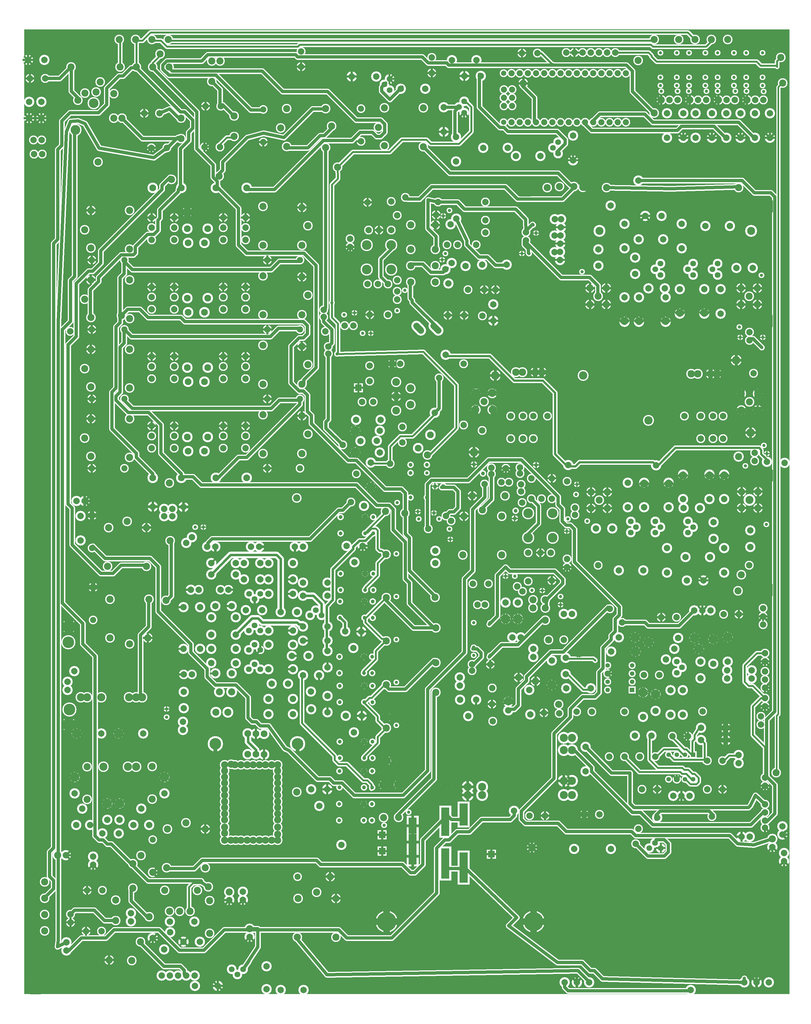
<source format=gbr>
%FSLAX34Y34*%
%MOMM*%
%LNCOPPER_TOP*%
G71*
G01*
%ADD10C,3.200*%
%ADD11C,3.000*%
%ADD12C,3.000*%
%ADD13C,2.800*%
%ADD14C,4.700*%
%ADD15C,1.800*%
%ADD16C,3.700*%
%ADD17C,7.800*%
%ADD18C,3.400*%
%ADD19C,3.100*%
%ADD20C,2.800*%
%ADD21C,2.800*%
%ADD22C,2.800*%
%ADD23C,2.600*%
%ADD24C,1.700*%
%ADD25C,1.800*%
%ADD26C,3.200*%
%ADD27C,3.800*%
%ADD28C,3.000*%
%ADD29C,3.200*%
%ADD30C,1.400*%
%ADD31C,2.000*%
%ADD32C,1.800*%
%ADD33C,2.200*%
%ADD34C,2.700*%
%ADD35C,3.300*%
%ADD36C,2.900*%
%ADD37C,2.700*%
%ADD38C,3.000*%
%ADD39C,4.800*%
%ADD40C,3.300*%
%ADD41C,3.400*%
%ADD42C,2.600*%
%ADD43C,2.000*%
%ADD44C,1.990*%
%ADD45C,1.600*%
%ADD46C,1.800*%
%ADD47C,3.300*%
%ADD48C,6.800*%
%ADD49C,4.400*%
%ADD50C,4.200*%
%ADD51C,5.200*%
%ADD52C,2.100*%
%ADD53C,1.500*%
%ADD54C,2.700*%
%ADD55C,2.450*%
%ADD56C,1.300*%
%ADD57C,4.800*%
%ADD58C,0.733*%
%ADD59C,0.667*%
%ADD60C,3.345*%
%ADD61C,0.813*%
%ADD62C,6.067*%
%ADD63C,6.860*%
%ADD64C,1.403*%
%ADD65C,1.723*%
%ADD66C,1.380*%
%ADD67C,1.427*%
%ADD68C,1.033*%
%ADD69C,1.180*%
%ADD70C,1.220*%
%ADD71C,0.680*%
%ADD72C,0.767*%
%ADD73C,1.264*%
%ADD74C,1.507*%
%ADD75C,0.646*%
%ADD76C,1.527*%
%ADD77C,1.900*%
%ADD78C,1.940*%
%ADD79C,1.408*%
%ADD80C,1.687*%
%ADD81C,1.447*%
%ADD82C,2.100*%
%ADD83C,1.967*%
%ADD84C,1.200*%
%ADD85C,0.700*%
%ADD86C,0.804*%
%ADD87C,0.672*%
%ADD88C,0.960*%
%ADD89C,2.017*%
%ADD90C,1.487*%
%ADD91C,1.660*%
%ADD92C,0.833*%
%ADD93C,0.333*%
%ADD94C,2.748*%
%ADD95C,2.973*%
%ADD96C,2.200*%
%ADD97C,2.134*%
%ADD98C,3.717*%
%ADD99C,0.433*%
%ADD100C,0.600*%
%ADD101C,3.419*%
%ADD102C,0.867*%
%ADD103C,0.400*%
%ADD104C,2.000*%
%ADD105C,1.800*%
%ADD106C,2.200*%
%ADD107C,4.500*%
%ADD108C,1.000*%
%ADD109C,2.500*%
%ADD110C,7.000*%
%ADD111C,2.600*%
%ADD112C,2.300*%
%ADD113C,2.000*%
%ADD114C,2.000*%
%ADD115C,0.900*%
%ADD116C,1.000*%
%ADD117C,3.000*%
%ADD118C,2.200*%
%ADD119C,2.400*%
%ADD120C,1.200*%
%ADD121C,1.000*%
%ADD122C,1.400*%
%ADD123C,1.900*%
%ADD124C,2.100*%
%ADD125C,1.900*%
%ADD126C,2.200*%
%ADD127C,3.600*%
%ADD128C,2.100*%
%ADD129C,2.200*%
%ADD130C,0.800*%
%ADD131C,1.500*%
%ADD132C,0.790*%
%ADD133C,1.000*%
%ADD134C,6.000*%
%ADD135C,3.600*%
%ADD136C,4.000*%
%ADD137C,5.000*%
%ADD138C,1.300*%
%ADD139C,1.900*%
%ADD140C,1.650*%
%ADD141C,0.500*%
%ADD142C,4.600*%
%LPD*%
G36*
X-1577284Y560832D02*
X802716Y560832D01*
X802716Y-2439168D01*
X-1577284Y-2439168D01*
X-1577284Y560832D01*
G37*
%LPC*%
X289561Y-120097D02*
G54D10*
D03*
X289611Y-43847D02*
G54D10*
D03*
X208567Y-123497D02*
G54D10*
D03*
X208680Y-174478D02*
G54D10*
D03*
X322867Y-148897D02*
G54D10*
D03*
X322979Y-199878D02*
G54D10*
D03*
X289577Y-348697D02*
G54D10*
D03*
X289627Y-272447D02*
G54D10*
D03*
X410298Y-92083D02*
G54D10*
D03*
X334048Y-92033D02*
G54D10*
D03*
X335257Y-272447D02*
G54D10*
D03*
X335207Y-348697D02*
G54D10*
D03*
X467360Y-120098D02*
G54D10*
D03*
X467410Y-43848D02*
G54D10*
D03*
X364692Y-244613D02*
G54D10*
D03*
X462257Y-247047D02*
G54D10*
D03*
X462207Y-323297D02*
G54D10*
D03*
X538456Y-247047D02*
G54D10*
D03*
X538406Y-323297D02*
G54D10*
D03*
X589256Y-247047D02*
G54D10*
D03*
X589206Y-323297D02*
G54D10*
D03*
X688728Y-181002D02*
G54D10*
D03*
X637748Y-181115D02*
G54D10*
D03*
X617274Y-50279D02*
G54D10*
D03*
X541024Y-50229D02*
G54D10*
D03*
X401932Y-167672D02*
G54D11*
D03*
X386032Y-185247D02*
G54D11*
D03*
X401966Y-202863D02*
G54D11*
D03*
X503532Y-167672D02*
G54D11*
D03*
X487632Y-185247D02*
G54D11*
D03*
X503566Y-202863D02*
G54D11*
D03*
X579732Y-167672D02*
G54D11*
D03*
X563832Y-185247D02*
G54D11*
D03*
X579766Y-202863D02*
G54D11*
D03*
X182832Y-243772D02*
G54D12*
D03*
X233632Y-243772D02*
G54D12*
D03*
X208232Y-269172D02*
G54D12*
D03*
X233632Y-294572D02*
G54D12*
D03*
X182832Y-294572D02*
G54D12*
D03*
X652732Y-243772D02*
G54D12*
D03*
X703532Y-243772D02*
G54D12*
D03*
X678132Y-269172D02*
G54D12*
D03*
X703532Y-294572D02*
G54D12*
D03*
X652732Y-294572D02*
G54D12*
D03*
X354258Y-19463D02*
G54D10*
D03*
X405238Y-19350D02*
G54D10*
D03*
X289577Y-348697D02*
G54D13*
D03*
X165156Y10922D02*
G54D14*
D03*
X415492Y-244613D02*
G54D10*
D03*
X417807Y-272447D02*
G54D10*
D03*
X417757Y-348697D02*
G54D10*
D03*
X246807Y12703D02*
G54D10*
D03*
X158032Y-193072D02*
G54D15*
D03*
X335207Y-348697D02*
G54D13*
D03*
X417757Y-348697D02*
G54D13*
D03*
X462207Y-323297D02*
G54D13*
D03*
X538406Y-323297D02*
G54D13*
D03*
X724988Y10128D02*
G54D14*
D03*
X165156Y-347854D02*
G54D14*
D03*
X724352Y-346266D02*
G54D14*
D03*
X215182Y-66072D02*
G54D15*
D03*
X212006Y-66072D02*
G54D16*
D03*
X683731Y-66072D02*
G54D16*
D03*
X297782Y-655313D02*
G54D17*
D03*
X227932Y-515612D02*
G54D17*
D03*
X161257Y-515613D02*
G54D18*
D03*
X364457Y-655313D02*
G54D18*
D03*
X-47618Y-505513D02*
G54D19*
D03*
X32382Y-505513D02*
G54D20*
D03*
X497382Y-510513D02*
G54D20*
D03*
X577382Y-510513D02*
G54D20*
D03*
X32382Y-505513D02*
G54D19*
D03*
X497382Y-510513D02*
G54D19*
D03*
X577382Y-510513D02*
G54D12*
D03*
X-27618Y-505513D02*
G54D19*
D03*
X12382Y-505513D02*
G54D19*
D03*
X517382Y-510512D02*
G54D19*
D03*
X557382Y-510513D02*
G54D19*
D03*
X-172043Y-621843D02*
G54D12*
D03*
X-172043Y-571043D02*
G54D12*
D03*
X-146643Y-596443D02*
G54D12*
D03*
X-121243Y-571042D02*
G54D12*
D03*
X-121243Y-621843D02*
G54D12*
D03*
X-172043Y-623113D02*
G54D21*
D03*
X-121243Y-623113D02*
G54D13*
D03*
X653457Y-623113D02*
G54D12*
D03*
X653457Y-572313D02*
G54D12*
D03*
X678857Y-597713D02*
G54D12*
D03*
X704257Y-572313D02*
G54D12*
D03*
X704257Y-623113D02*
G54D12*
D03*
X653457Y-623113D02*
G54D21*
D03*
X704257Y-623113D02*
G54D13*
D03*
X526914Y-711750D02*
G54D22*
D03*
X526914Y-641900D02*
G54D22*
D03*
X596764Y-711750D02*
G54D22*
D03*
X596764Y-641900D02*
G54D22*
D03*
X565014Y-641900D02*
G54D22*
D03*
X565014Y-711750D02*
G54D22*
D03*
X596765Y-711750D02*
G54D13*
D03*
X596765Y-641900D02*
G54D13*
D03*
X-63636Y-711750D02*
G54D22*
D03*
X-63636Y-641900D02*
G54D22*
D03*
X6214Y-711750D02*
G54D22*
D03*
X6214Y-641900D02*
G54D22*
D03*
X-25536Y-641900D02*
G54D22*
D03*
X-25536Y-711750D02*
G54D22*
D03*
X6215Y-711750D02*
G54D13*
D03*
X6215Y-641900D02*
G54D13*
D03*
X577382Y-510513D02*
G54D19*
D03*
X50665Y-641900D02*
G54D21*
D03*
X476115Y-641900D02*
G54D21*
D03*
X691657Y-508788D02*
G54D21*
D03*
X-152893Y-686588D02*
G54D21*
D03*
X-172043Y-572313D02*
G54D13*
D03*
X-121243Y-572312D02*
G54D13*
D03*
X653457Y-572313D02*
G54D13*
D03*
X704257Y-572313D02*
G54D13*
D03*
X704257Y-623113D02*
G54D13*
D03*
X165156Y-825691D02*
G54D14*
D03*
X724988Y-826484D02*
G54D14*
D03*
X165156Y-1184466D02*
G54D14*
D03*
X724352Y-1182878D02*
G54D14*
D03*
X678731Y-902684D02*
G54D16*
D03*
X-511868Y-185612D02*
G54D23*
D03*
X-435668Y-185612D02*
G54D23*
D03*
X-435668Y-109412D02*
G54D23*
D03*
X-511868Y-109412D02*
G54D23*
D03*
X-435756Y25611D02*
G54D22*
D03*
X-435756Y-63289D02*
G54D22*
D03*
X-473856Y-63289D02*
G54D22*
D03*
X-505606Y-63289D02*
G54D22*
D03*
X-445400Y-326179D02*
G54D22*
D03*
X-508899Y-230929D02*
G54D22*
D03*
X-477150Y-230929D02*
G54D22*
D03*
X-445400Y-230929D02*
G54D22*
D03*
G54D24*
X-435668Y-109412D02*
X-435668Y-122112D01*
X-467418Y-153862D01*
X-467418Y-208910D01*
X-445400Y-230929D01*
X-416917Y-218640D02*
G54D22*
D03*
X-508900Y23071D02*
G54D22*
D03*
X-391306Y38311D02*
G54D22*
D03*
X-228878Y-109378D02*
G54D22*
D03*
X-171728Y-109378D02*
G54D22*
D03*
X-143028Y-33178D02*
G54D22*
D03*
X-143028Y23972D02*
G54D22*
D03*
X-204078Y-175002D02*
G54D10*
D03*
X-258030Y-228884D02*
G54D10*
D03*
X-204078Y-175002D02*
G54D13*
D03*
X-76302Y-170950D02*
G54D10*
D03*
X-152552Y-170900D02*
G54D10*
D03*
X-76302Y-170950D02*
G54D13*
D03*
X-197128Y-249078D02*
G54D22*
D03*
X-146328Y-249078D02*
G54D22*
D03*
X-146328Y-249078D02*
G54D22*
D03*
X-117721Y-345184D02*
G54D10*
D03*
X-117833Y-294204D02*
G54D10*
D03*
X-117721Y-345184D02*
G54D10*
D03*
X-143028Y-71278D02*
G54D22*
D03*
X-111278Y-249078D02*
G54D22*
D03*
X-261898Y-109378D02*
G54D22*
D03*
X-250978Y-45878D02*
G54D22*
D03*
G54D25*
X-232947Y-27847D02*
X-200178Y-96678D01*
X-200178Y-109378D01*
X-162078Y-147478D01*
X-136678Y-147478D01*
X-111278Y-172878D01*
X-73178Y-172878D01*
X-76302Y-170950D01*
X-374674Y-47374D02*
G54D12*
D03*
X-298474Y-47374D02*
G54D12*
D03*
X-374674Y-123574D02*
G54D12*
D03*
X-374674Y-174374D02*
G54D12*
D03*
X-374674Y-225174D02*
G54D12*
D03*
X-298474Y-123574D02*
G54D12*
D03*
X-298474Y-174374D02*
G54D12*
D03*
X-298474Y-225174D02*
G54D12*
D03*
X-298474Y-47374D02*
G54D22*
D03*
X-152223Y-330177D02*
G54D22*
D03*
X-208443Y-327932D02*
G54D22*
D03*
X-208443Y-327932D02*
G54D22*
D03*
X-259243Y-327932D02*
G54D22*
D03*
G54D25*
X-290218Y23622D02*
X-320929Y30736D01*
X-320929Y-58164D01*
X-295529Y-83564D01*
X-295529Y-128014D01*
X-298473Y-126748D01*
G54D26*
X-289059Y-375654D02*
X-303201Y-361512D01*
G54D26*
X-343034Y-375654D02*
X-357176Y-361512D01*
X-563268Y-90678D02*
G54D21*
D03*
X-563268Y-116078D02*
G54D21*
D03*
X-290218Y23622D02*
G54D21*
D03*
X-511868Y-109412D02*
G54D27*
D03*
X-511868Y-185612D02*
G54D27*
D03*
X-435668Y-185612D02*
G54D27*
D03*
X-435668Y-109412D02*
G54D27*
D03*
G54D25*
X-289780Y-368583D02*
X-287758Y-370678D01*
X-370308Y-288128D01*
X-370308Y-281778D01*
X-376658Y-275428D01*
X-376658Y-224628D01*
X-374673Y-225173D01*
X66610Y-943814D02*
G54D23*
D03*
X-9590Y-943814D02*
G54D23*
D03*
X-9590Y-1020014D02*
G54D23*
D03*
X66610Y-1020014D02*
G54D23*
D03*
X-9502Y-1155037D02*
G54D22*
D03*
X-9502Y-1066137D02*
G54D22*
D03*
X28598Y-1066137D02*
G54D22*
D03*
X60348Y-1066137D02*
G54D22*
D03*
X63642Y-834997D02*
G54D22*
D03*
X142Y-834997D02*
G54D22*
D03*
X63641Y-898497D02*
G54D22*
D03*
X31892Y-898497D02*
G54D22*
D03*
X142Y-898497D02*
G54D22*
D03*
G54D24*
X-9590Y-1020014D02*
X-9590Y-1007314D01*
X22161Y-975564D01*
X22161Y-920516D01*
X142Y-898497D01*
X-28341Y-910786D02*
G54D22*
D03*
X63642Y-1152497D02*
G54D22*
D03*
X111660Y-1111773D02*
G54D21*
D03*
X111660Y-1086373D02*
G54D21*
D03*
X111660Y-845073D02*
G54D21*
D03*
X66610Y-1020014D02*
G54D27*
D03*
X66610Y-943814D02*
G54D27*
D03*
X-9590Y-943814D02*
G54D27*
D03*
X-9590Y-1020014D02*
G54D27*
D03*
X-212598Y-1073395D02*
G54D12*
D03*
X-209424Y-952745D02*
G54D12*
D03*
X-91948Y-1073395D02*
G54D12*
D03*
X-91948Y-952745D02*
G54D12*
D03*
X-152273Y-933282D02*
G54D12*
D03*
X-209424Y-952745D02*
G54D28*
D03*
X-183577Y-889164D02*
G54D12*
D03*
X-81977Y-889164D02*
G54D12*
D03*
X5323Y-1213304D02*
G54D12*
D03*
X5323Y-1238704D02*
G54D12*
D03*
X43423Y-1238704D02*
G54D12*
D03*
X43423Y-1276804D02*
G54D12*
D03*
X-42082Y-1221310D02*
G54D10*
D03*
X-41969Y-1272290D02*
G54D10*
D03*
X-42082Y-1221310D02*
G54D22*
D03*
X-41970Y-1272291D02*
G54D22*
D03*
X-80182Y-1221310D02*
G54D10*
D03*
X-80070Y-1272290D02*
G54D10*
D03*
X-80182Y-1221310D02*
G54D22*
D03*
X-80070Y-1272291D02*
G54D22*
D03*
X43423Y-1213304D02*
G54D12*
D03*
X-145610Y-853354D02*
G54D22*
D03*
X-183577Y-889164D02*
G54D12*
D03*
X-375619Y-554865D02*
G54D29*
D03*
X-375619Y-605665D02*
G54D29*
D03*
X-420069Y-580264D02*
G54D29*
D03*
X-420069Y-624715D02*
G54D29*
D03*
X-420069Y-535815D02*
G54D29*
D03*
X-407369Y-478665D02*
G54D22*
D03*
X-432769Y-478665D02*
G54D22*
D03*
X-468454Y-653290D02*
G54D10*
D03*
X-544704Y-653240D02*
G54D10*
D03*
X-547396Y-687550D02*
G54D10*
D03*
X-471146Y-687600D02*
G54D10*
D03*
X-531462Y-719026D02*
G54D10*
D03*
X-480482Y-718914D02*
G54D10*
D03*
X-502619Y-484927D02*
G54D22*
D03*
X-502619Y-532727D02*
G54D22*
D03*
X-499009Y-786552D02*
G54D10*
D03*
X-499059Y-862802D02*
G54D10*
D03*
X-439119Y-837614D02*
G54D22*
D03*
X-439119Y-789815D02*
G54D22*
D03*
X-526563Y-597771D02*
G54D22*
D03*
X-491463Y-597770D02*
G54D22*
D03*
X-401019Y-723315D02*
G54D22*
D03*
X-401019Y-675514D02*
G54D22*
D03*
X-547341Y-755197D02*
G54D10*
D03*
X-471091Y-755247D02*
G54D10*
D03*
X-300144Y-631620D02*
G54D10*
D03*
X-547396Y-687550D02*
G54D22*
D03*
X-547341Y-755196D02*
G54D22*
D03*
X-439119Y-837614D02*
G54D22*
D03*
X-499059Y-862802D02*
G54D22*
D03*
G54D30*
X-439119Y-796165D02*
X-438419Y-794895D01*
X-444769Y-788545D01*
X-501919Y-788544D01*
X-499009Y-786552D01*
G36*
X-523669Y-539595D02*
X-523669Y-567595D01*
X-551669Y-567595D01*
X-551669Y-539595D01*
X-523669Y-539595D01*
G37*
X-324819Y-793076D02*
G54D31*
D03*
X-324819Y-818476D02*
G54D32*
D03*
X-375619Y-793077D02*
G54D32*
D03*
X-375619Y-818477D02*
G54D31*
D03*
X-324819Y-894677D02*
G54D32*
D03*
X-375619Y-894677D02*
G54D32*
D03*
X-322787Y-762311D02*
G54D12*
D03*
G54D30*
X-300144Y-631620D02*
X-299419Y-634327D01*
X-369269Y-704177D01*
X-407369Y-704177D01*
X-439119Y-735927D01*
X-439119Y-786726D01*
X-439119Y-789815D01*
X-320623Y-992285D02*
G54D21*
D03*
X-375619Y-793077D02*
G54D31*
D03*
X-324819Y-894677D02*
G54D31*
D03*
X-375619Y-894677D02*
G54D31*
D03*
G36*
X302294Y-1504415D02*
X302294Y-1482415D01*
X324294Y-1482415D01*
X324294Y-1504415D01*
X302294Y-1504415D01*
G37*
X313294Y-1468015D02*
G54D33*
D03*
X313294Y-1442615D02*
G54D33*
D03*
X313294Y-1417215D02*
G54D33*
D03*
X237094Y-1417215D02*
G54D33*
D03*
X237094Y-1442615D02*
G54D33*
D03*
X237095Y-1468015D02*
G54D33*
D03*
X237094Y-1493415D02*
G54D33*
D03*
X237094Y-1442615D02*
G54D34*
D03*
X609044Y-1458054D02*
G54D10*
D03*
X609044Y-1432554D02*
G54D10*
D03*
X63950Y-1477805D02*
G54D10*
D03*
X64000Y-1401555D02*
G54D10*
D03*
X-71242Y-1556397D02*
G54D10*
D03*
X-71242Y-1530897D02*
G54D10*
D03*
X471015Y-1494113D02*
G54D10*
D03*
X470964Y-1570364D02*
G54D10*
D03*
X471015Y-1494113D02*
G54D22*
D03*
X532899Y-1512046D02*
G54D22*
D03*
X532899Y-1559846D02*
G54D22*
D03*
X432914Y-1494113D02*
G54D10*
D03*
X432864Y-1570364D02*
G54D10*
D03*
X432915Y-1494113D02*
G54D22*
D03*
X452570Y-1440340D02*
G54D11*
D03*
X468470Y-1422765D02*
G54D11*
D03*
X452535Y-1405149D02*
G54D11*
D03*
X525943Y-1405546D02*
G54D10*
D03*
X526055Y-1456527D02*
G54D10*
D03*
X525943Y-1405547D02*
G54D22*
D03*
X521013Y-1365419D02*
G54D10*
D03*
X444763Y-1365369D02*
G54D10*
D03*
X521013Y-1365419D02*
G54D22*
D03*
X507980Y-1331447D02*
G54D10*
D03*
X457000Y-1331559D02*
G54D10*
D03*
X507980Y-1331446D02*
G54D22*
D03*
X386243Y-1507146D02*
G54D10*
D03*
X386355Y-1558127D02*
G54D10*
D03*
X386243Y-1507147D02*
G54D22*
D03*
X532899Y-1512046D02*
G54D22*
D03*
X521013Y-1365419D02*
G54D22*
D03*
X507980Y-1331447D02*
G54D22*
D03*
X566265Y-1335363D02*
G54D10*
D03*
X566215Y-1411614D02*
G54D10*
D03*
X566266Y-1335363D02*
G54D22*
D03*
X566265Y-1335363D02*
G54D22*
D03*
X386243Y-1507146D02*
G54D22*
D03*
X350205Y-1447090D02*
G54D22*
D03*
X398005Y-1447090D02*
G54D22*
D03*
X364449Y-1344691D02*
G54D10*
D03*
X418331Y-1398644D02*
G54D10*
D03*
X364450Y-1344690D02*
G54D22*
D03*
X364450Y-1344691D02*
G54D22*
D03*
X324388Y-1373590D02*
G54D10*
D03*
X248138Y-1373540D02*
G54D10*
D03*
X271891Y-1329664D02*
G54D10*
D03*
X322872Y-1329552D02*
G54D10*
D03*
X271892Y-1329664D02*
G54D22*
D03*
X324388Y-1373590D02*
G54D22*
D03*
X322872Y-1329552D02*
G54D22*
D03*
X140655Y-1561390D02*
G54D22*
D03*
X188455Y-1561390D02*
G54D22*
D03*
X39055Y-1564565D02*
G54D22*
D03*
X86855Y-1566152D02*
G54D22*
D03*
X242255Y-1561390D02*
G54D22*
D03*
X290055Y-1561390D02*
G54D22*
D03*
X242255Y-1561390D02*
G54D22*
D03*
X347190Y-1500463D02*
G54D10*
D03*
X347140Y-1576714D02*
G54D10*
D03*
X347190Y-1500463D02*
G54D22*
D03*
X184688Y-1487890D02*
G54D10*
D03*
X108438Y-1487840D02*
G54D10*
D03*
X184688Y-1487890D02*
G54D22*
D03*
X107109Y-1444016D02*
G54D10*
D03*
X106997Y-1393036D02*
G54D10*
D03*
X107109Y-1444016D02*
G54D22*
D03*
X106997Y-1393035D02*
G54D22*
D03*
X147370Y-1375140D02*
G54D22*
D03*
X53354Y-1337722D02*
G54D22*
D03*
X101154Y-1337722D02*
G54D22*
D03*
X63950Y-1477805D02*
G54D22*
D03*
X610656Y-1329109D02*
G54D22*
D03*
X53354Y-1337722D02*
G54D12*
D03*
X-39520Y-1454534D02*
G54D12*
D03*
X-71242Y-1530897D02*
G54D12*
D03*
X610656Y-1329109D02*
G54D10*
D03*
X610606Y-1405359D02*
G54D10*
D03*
X610656Y-1329109D02*
G54D22*
D03*
G54D30*
X198302Y-1400124D02*
X198570Y-1402240D01*
X192220Y-1395890D01*
X109670Y-1395890D01*
X106997Y-1393035D01*
X610656Y-1329109D02*
G54D22*
D03*
X566265Y-1335363D02*
G54D22*
D03*
X507980Y-1331447D02*
G54D22*
D03*
X521013Y-1365419D02*
G54D22*
D03*
X364449Y-1344691D02*
G54D22*
D03*
X324388Y-1373590D02*
G54D22*
D03*
X322872Y-1329552D02*
G54D22*
D03*
X532899Y-1512046D02*
G54D22*
D03*
X147370Y-1375140D02*
G54D22*
D03*
X242255Y-1561390D02*
G54D22*
D03*
X63950Y-1477805D02*
G54D22*
D03*
X685294Y-1458104D02*
G54D10*
D03*
X609044Y-1458054D02*
G54D10*
D03*
X685294Y-1432604D02*
G54D10*
D03*
X609044Y-1432554D02*
G54D10*
D03*
X-1110610Y-741764D02*
G54D22*
D03*
X-1180460Y-741764D02*
G54D22*
D03*
X-1110610Y-671914D02*
G54D22*
D03*
X-1180460Y-671914D02*
G54D22*
D03*
X-1180460Y-703664D02*
G54D22*
D03*
X-1110610Y-703664D02*
G54D22*
D03*
X-1067202Y-750535D02*
G54D35*
D03*
X-1016220Y-750423D02*
G54D35*
D03*
X-888360Y-741764D02*
G54D22*
D03*
X-958210Y-741764D02*
G54D22*
D03*
X-888360Y-671914D02*
G54D22*
D03*
X-958210Y-671914D02*
G54D22*
D03*
X-958210Y-703664D02*
G54D22*
D03*
X-888360Y-703664D02*
G54D22*
D03*
X-1006137Y-706437D02*
G54D10*
D03*
X-1006250Y-655457D02*
G54D10*
D03*
X-1069637Y-706437D02*
G54D10*
D03*
X-1069750Y-655457D02*
G54D10*
D03*
X-888360Y-671914D02*
G54D13*
D03*
X-958210Y-671914D02*
G54D13*
D03*
X-1006250Y-655456D02*
G54D36*
D03*
X-1069750Y-655456D02*
G54D13*
D03*
X-1110610Y-671914D02*
G54D13*
D03*
X-1180460Y-671914D02*
G54D13*
D03*
X-1069637Y-706437D02*
G54D35*
D03*
X-1069750Y-655457D02*
G54D35*
D03*
X-1006250Y-655457D02*
G54D35*
D03*
X-1006137Y-706437D02*
G54D35*
D03*
X-834147Y-637472D02*
G54D12*
D03*
X-713497Y-640646D02*
G54D12*
D03*
X-834147Y-758122D02*
G54D12*
D03*
X-713497Y-758122D02*
G54D12*
D03*
X-694684Y-697797D02*
G54D12*
D03*
X-820640Y-804402D02*
G54D37*
D03*
X-719040Y-804401D02*
G54D37*
D03*
X-713497Y-640646D02*
G54D12*
D03*
X-1249142Y-770210D02*
G54D12*
D03*
X-1369792Y-767036D02*
G54D12*
D03*
X-1249142Y-649560D02*
G54D12*
D03*
X-1369792Y-649560D02*
G54D12*
D03*
X-1388604Y-709885D02*
G54D12*
D03*
X-1369791Y-767036D02*
G54D12*
D03*
X-1369792Y-649560D02*
G54D12*
D03*
X-1366740Y-804402D02*
G54D37*
D03*
X-1265140Y-804401D02*
G54D37*
D03*
X-820640Y-804402D02*
G54D22*
D03*
X-1366740Y-804402D02*
G54D22*
D03*
X-1110610Y-525864D02*
G54D22*
D03*
X-1180460Y-525864D02*
G54D22*
D03*
X-1110610Y-456014D02*
G54D22*
D03*
X-1180460Y-456014D02*
G54D22*
D03*
X-1180460Y-487764D02*
G54D22*
D03*
X-1110610Y-487764D02*
G54D22*
D03*
X-1067202Y-534635D02*
G54D35*
D03*
X-1016220Y-534523D02*
G54D35*
D03*
X-888360Y-525864D02*
G54D22*
D03*
X-958210Y-525864D02*
G54D22*
D03*
X-888360Y-456014D02*
G54D22*
D03*
X-958210Y-456014D02*
G54D22*
D03*
X-958210Y-487764D02*
G54D22*
D03*
X-888360Y-487764D02*
G54D22*
D03*
X-1006137Y-490537D02*
G54D10*
D03*
X-1006250Y-439556D02*
G54D10*
D03*
X-1069637Y-490537D02*
G54D10*
D03*
X-1069750Y-439557D02*
G54D10*
D03*
X-888360Y-456014D02*
G54D13*
D03*
X-958210Y-456014D02*
G54D13*
D03*
X-1006250Y-439556D02*
G54D36*
D03*
X-1069750Y-439556D02*
G54D13*
D03*
X-1110610Y-456014D02*
G54D13*
D03*
X-1180460Y-456014D02*
G54D13*
D03*
X-1069637Y-490537D02*
G54D35*
D03*
X-1069750Y-439557D02*
G54D35*
D03*
X-1006250Y-439556D02*
G54D35*
D03*
X-1006137Y-490537D02*
G54D35*
D03*
X-834147Y-421572D02*
G54D12*
D03*
X-713497Y-424746D02*
G54D12*
D03*
X-834147Y-542222D02*
G54D12*
D03*
X-713497Y-542222D02*
G54D12*
D03*
X-694684Y-481897D02*
G54D12*
D03*
X-820640Y-588502D02*
G54D37*
D03*
X-719040Y-588501D02*
G54D37*
D03*
X-713497Y-424746D02*
G54D12*
D03*
X-1249142Y-554310D02*
G54D12*
D03*
X-1369792Y-551136D02*
G54D12*
D03*
X-1249142Y-433660D02*
G54D12*
D03*
X-1369792Y-433660D02*
G54D12*
D03*
X-1388604Y-493985D02*
G54D12*
D03*
X-1369791Y-551137D02*
G54D12*
D03*
X-1369792Y-433660D02*
G54D12*
D03*
X-1366740Y-588502D02*
G54D37*
D03*
X-1265140Y-588501D02*
G54D37*
D03*
X-820640Y-588502D02*
G54D22*
D03*
X-1366740Y-588502D02*
G54D22*
D03*
X-1110610Y-309964D02*
G54D22*
D03*
X-1180460Y-309964D02*
G54D22*
D03*
X-1110610Y-240114D02*
G54D22*
D03*
X-1180460Y-240114D02*
G54D22*
D03*
X-1180460Y-271864D02*
G54D22*
D03*
X-1110610Y-271864D02*
G54D22*
D03*
X-1067202Y-318735D02*
G54D35*
D03*
X-1016220Y-318623D02*
G54D35*
D03*
X-888360Y-309964D02*
G54D22*
D03*
X-958210Y-309964D02*
G54D22*
D03*
X-888360Y-240114D02*
G54D22*
D03*
X-958210Y-240114D02*
G54D22*
D03*
X-958210Y-271864D02*
G54D22*
D03*
X-888360Y-271864D02*
G54D22*
D03*
X-1006137Y-274637D02*
G54D10*
D03*
X-1006250Y-223656D02*
G54D10*
D03*
X-1069637Y-274637D02*
G54D10*
D03*
X-1069750Y-223656D02*
G54D10*
D03*
X-888360Y-240114D02*
G54D13*
D03*
X-958210Y-240114D02*
G54D13*
D03*
X-1006250Y-223656D02*
G54D36*
D03*
X-1069750Y-223656D02*
G54D13*
D03*
X-1110610Y-240114D02*
G54D13*
D03*
X-1180460Y-240114D02*
G54D13*
D03*
X-1069637Y-274637D02*
G54D35*
D03*
X-1069750Y-223656D02*
G54D35*
D03*
X-1006250Y-223656D02*
G54D35*
D03*
X-1006137Y-274637D02*
G54D35*
D03*
X-834147Y-205672D02*
G54D12*
D03*
X-713497Y-208846D02*
G54D12*
D03*
X-834147Y-326322D02*
G54D12*
D03*
X-713497Y-326322D02*
G54D12*
D03*
X-694684Y-265997D02*
G54D12*
D03*
X-820640Y-372602D02*
G54D37*
D03*
X-719040Y-372602D02*
G54D37*
D03*
X-713497Y-208846D02*
G54D12*
D03*
X-1249142Y-338410D02*
G54D12*
D03*
X-1369792Y-335236D02*
G54D12*
D03*
X-1249142Y-217760D02*
G54D12*
D03*
X-1369792Y-217760D02*
G54D12*
D03*
X-1388604Y-278085D02*
G54D12*
D03*
X-1369791Y-335236D02*
G54D12*
D03*
X-1369792Y-217760D02*
G54D12*
D03*
X-1366740Y-372602D02*
G54D37*
D03*
X-1265140Y-372602D02*
G54D37*
D03*
X-820640Y-372602D02*
G54D22*
D03*
X-1366740Y-372602D02*
G54D22*
D03*
X-1110610Y-94064D02*
G54D22*
D03*
X-1180460Y-94064D02*
G54D22*
D03*
X-1110610Y-24214D02*
G54D22*
D03*
X-1180460Y-24214D02*
G54D22*
D03*
X-1180460Y-55964D02*
G54D22*
D03*
X-1110610Y-55964D02*
G54D22*
D03*
X-1067202Y-102835D02*
G54D35*
D03*
X-1016220Y-102723D02*
G54D35*
D03*
X-888360Y-94064D02*
G54D22*
D03*
X-958210Y-94064D02*
G54D22*
D03*
X-888360Y-24214D02*
G54D22*
D03*
X-958210Y-24214D02*
G54D22*
D03*
X-958210Y-55964D02*
G54D22*
D03*
X-888360Y-55964D02*
G54D22*
D03*
X-1006137Y-58737D02*
G54D10*
D03*
X-1006250Y-7756D02*
G54D10*
D03*
X-1069637Y-58737D02*
G54D10*
D03*
X-1069750Y-7757D02*
G54D10*
D03*
X-888360Y-24214D02*
G54D13*
D03*
X-958210Y-24214D02*
G54D13*
D03*
X-1006250Y-7756D02*
G54D36*
D03*
X-1069750Y-7756D02*
G54D13*
D03*
X-1110610Y-24214D02*
G54D13*
D03*
X-1180460Y-24214D02*
G54D13*
D03*
X-1069637Y-58737D02*
G54D35*
D03*
X-1069750Y-7757D02*
G54D35*
D03*
X-1006250Y-7757D02*
G54D35*
D03*
X-1006137Y-58737D02*
G54D35*
D03*
X-834147Y10228D02*
G54D12*
D03*
X-713497Y7054D02*
G54D12*
D03*
X-834147Y-110422D02*
G54D12*
D03*
X-713497Y-110422D02*
G54D12*
D03*
X-694684Y-50097D02*
G54D12*
D03*
X-820640Y-156702D02*
G54D37*
D03*
X-719040Y-156702D02*
G54D37*
D03*
X-713497Y7054D02*
G54D12*
D03*
X-1249142Y-122510D02*
G54D12*
D03*
X-1369792Y-119336D02*
G54D12*
D03*
X-1249142Y-1860D02*
G54D12*
D03*
X-1369792Y-1860D02*
G54D12*
D03*
X-1388604Y-62185D02*
G54D12*
D03*
X-1369791Y-119336D02*
G54D12*
D03*
X-1369792Y-1860D02*
G54D12*
D03*
X-1366740Y-156702D02*
G54D37*
D03*
X-1265140Y-156702D02*
G54D37*
D03*
X-820640Y-156702D02*
G54D22*
D03*
X-1366740Y-156702D02*
G54D22*
D03*
X-885486Y-833437D02*
G54D35*
D03*
X-885486Y-833437D02*
G54D35*
D03*
X-980736Y-833437D02*
G54D35*
D03*
X-980736Y-833437D02*
G54D35*
D03*
X-1088686Y-833437D02*
G54D35*
D03*
X-1088686Y-833437D02*
G54D35*
D03*
X-1177586Y-833437D02*
G54D35*
D03*
X-1177586Y-833437D02*
G54D35*
D03*
G54D25*
X-980736Y-833436D02*
X-974387Y-833438D01*
X-910887Y-769938D01*
X-885487Y-769938D01*
X-720387Y-604838D01*
X-720387Y-592138D01*
X-719040Y-588502D01*
G54D25*
X-1265140Y-588502D02*
X-1266487Y-592138D01*
X-1241087Y-617538D01*
X-809287Y-617538D01*
X-783887Y-592138D01*
X-720387Y-592138D01*
X-719040Y-588502D01*
G54D25*
X-1088686Y-833436D02*
X-1088687Y-833438D01*
X-1088687Y-820738D01*
X-1152187Y-757238D01*
X-1152187Y-668338D01*
X-1190287Y-630238D01*
X-1253787Y-630238D01*
X-1291887Y-592138D01*
X-1291887Y-579438D01*
X-1279187Y-566738D01*
X-1279187Y-427038D01*
X-1266487Y-414338D01*
X-1266487Y-376238D01*
X-1265140Y-372602D01*
G54D25*
X-1177586Y-833436D02*
X-1177587Y-833438D01*
X-1177587Y-820738D01*
X-1228387Y-769938D01*
X-1228387Y-757238D01*
X-1304587Y-681038D01*
X-1304587Y-566738D01*
X-1291887Y-554038D01*
X-1291888Y-363538D01*
X-1279187Y-350838D01*
X-1279187Y-211138D01*
X-1266487Y-198438D01*
X-1266487Y-160338D01*
X-1265140Y-156702D01*
G54D25*
X-1265140Y-156702D02*
X-1266487Y-160338D01*
X-1241087Y-185738D01*
X-809287Y-185738D01*
X-783887Y-160338D01*
X-720387Y-160338D01*
X-719040Y-156702D01*
X-885486Y68263D02*
G54D35*
D03*
X-885486Y68263D02*
G54D35*
D03*
X-980736Y68263D02*
G54D35*
D03*
X-980736Y68263D02*
G54D35*
D03*
X-1088686Y68263D02*
G54D35*
D03*
X-1088686Y68263D02*
G54D35*
D03*
X-1177586Y68263D02*
G54D35*
D03*
X-1177586Y68263D02*
G54D35*
D03*
G54D25*
X-980736Y68264D02*
X-974387Y68262D01*
X-910887Y4762D01*
X-910887Y-109538D01*
X-885487Y-134938D01*
X-707687Y-134938D01*
X-669587Y-173038D01*
X-669587Y-490538D01*
X-707687Y-528638D01*
X-707687Y-541338D01*
X-713497Y-542222D01*
X-1434222Y-378267D02*
G54D21*
D03*
X-640472Y-378267D02*
G54D21*
D03*
X-28520Y-408178D02*
G54D14*
D03*
X-18994Y64896D02*
G54D14*
D03*
X-18995Y64897D02*
G54D14*
D03*
X-568270Y-408178D02*
G54D14*
D03*
X-580970Y61722D02*
G54D14*
D03*
X-1189323Y-1210953D02*
G54D12*
D03*
X-1192497Y-1331603D02*
G54D12*
D03*
X-1309972Y-1210953D02*
G54D12*
D03*
X-1309972Y-1331603D02*
G54D12*
D03*
X-1249648Y-1350416D02*
G54D12*
D03*
X-1317522Y-1109084D02*
G54D12*
D03*
X-1314348Y-988434D02*
G54D12*
D03*
X-1196872Y-1109084D02*
G54D12*
D03*
X-1196873Y-988434D02*
G54D12*
D03*
X-1257198Y-969146D02*
G54D12*
D03*
X-1362602Y-1173660D02*
G54D37*
D03*
X-1362602Y-1275260D02*
G54D37*
D03*
X-1362602Y-1173660D02*
G54D22*
D03*
X-1362602Y-1173660D02*
G54D12*
D03*
X-1366400Y-950464D02*
G54D37*
D03*
X-1366400Y-1052065D02*
G54D37*
D03*
X-1366400Y-950464D02*
G54D22*
D03*
X-1366400Y-950464D02*
G54D12*
D03*
X-1192497Y-1331603D02*
G54D12*
D03*
X-1196873Y-988434D02*
G54D12*
D03*
X-1314348Y-988434D02*
G54D12*
D03*
X-1196873Y-988434D02*
G54D12*
D03*
X-1218112Y-902684D02*
G54D14*
D03*
X-265612Y-902684D02*
G54D14*
D03*
X-1218112Y-1801209D02*
G54D14*
D03*
X-265612Y-1804384D02*
G54D14*
D03*
X-181557Y-1163004D02*
G54D22*
D03*
X-133757Y-1163004D02*
G54D22*
D03*
X-181557Y-1163003D02*
G54D22*
D03*
X714340Y-1575444D02*
G54D21*
D03*
X727039Y-1378594D02*
G54D21*
D03*
X727040Y-1403994D02*
G54D21*
D03*
X727039Y-1765944D02*
G54D21*
D03*
X727040Y-1791344D02*
G54D21*
D03*
X727039Y-1518294D02*
G54D21*
D03*
X727040Y-1543694D02*
G54D21*
D03*
G54D30*
X727040Y-1518294D02*
X688940Y-1480194D01*
X676240Y-1480194D01*
X663540Y-1467494D01*
X663540Y-1416694D01*
X701640Y-1378594D01*
X727040Y-1378594D01*
G54D30*
X727040Y-1518294D02*
X714340Y-1518294D01*
X688940Y-1543694D01*
X688940Y-1632594D01*
X727040Y-1670694D01*
X727040Y-1759594D01*
X727040Y-1765944D01*
X-299579Y-1205185D02*
G54D38*
D03*
X-296404Y-1300435D02*
G54D38*
D03*
X-296404Y-1408385D02*
G54D38*
D03*
X-296404Y-1500460D02*
G54D38*
D03*
X-726974Y-1660923D02*
G54D39*
D03*
X-982674Y-1661023D02*
G54D39*
D03*
X-881948Y-1629098D02*
G54D40*
D03*
X-856574Y-1629223D02*
G54D40*
D03*
X-831130Y-1629198D02*
G54D40*
D03*
X-633868Y-1562839D02*
G54D10*
D03*
X-634043Y-1511847D02*
G54D10*
D03*
X-931798Y-1498973D02*
G54D41*
D03*
X-981198Y-1563073D02*
G54D41*
D03*
X-943198Y-1563073D02*
G54D41*
D03*
X-969898Y-1498973D02*
G54D41*
D03*
X-1081074Y-1549823D02*
G54D10*
D03*
X-1081198Y-1498906D02*
G54D10*
D03*
X-817548Y-1521248D02*
G54D10*
D03*
X-741298Y-1521298D02*
G54D10*
D03*
X-1083648Y-1617948D02*
G54D10*
D03*
X-1083648Y-1592448D02*
G54D10*
D03*
X-817548Y-1568873D02*
G54D10*
D03*
X-741299Y-1568923D02*
G54D10*
D03*
X-842948Y-1149773D02*
G54D10*
D03*
X-893865Y-1149898D02*
G54D10*
D03*
X-877874Y-1194223D02*
G54D11*
D03*
X-860298Y-1210123D02*
G54D11*
D03*
X-842682Y-1194188D02*
G54D11*
D03*
X-871524Y-1048173D02*
G54D10*
D03*
X-846098Y-1048123D02*
G54D10*
D03*
X-817548Y-1194223D02*
G54D10*
D03*
X-741374Y-1194223D02*
G54D10*
D03*
X-995348Y-1133898D02*
G54D10*
D03*
X-919098Y-1133948D02*
G54D10*
D03*
X-836598Y-1245023D02*
G54D10*
D03*
X-887515Y-1245148D02*
G54D10*
D03*
X-842948Y-1308523D02*
G54D11*
D03*
X-860548Y-1292623D02*
G54D11*
D03*
X-878140Y-1308558D02*
G54D11*
D03*
X-842574Y-1368923D02*
G54D42*
D03*
X-860548Y-1352948D02*
G54D11*
D03*
X-878140Y-1368883D02*
G54D11*
D03*
X-817548Y-1308523D02*
G54D10*
D03*
X-741374Y-1308523D02*
G54D10*
D03*
X-842949Y-1429223D02*
G54D11*
D03*
X-860548Y-1413273D02*
G54D11*
D03*
X-878140Y-1429208D02*
G54D11*
D03*
X-995348Y-1365673D02*
G54D10*
D03*
X-919098Y-1365723D02*
G54D10*
D03*
X-995140Y-1409852D02*
G54D10*
D03*
X-918890Y-1409902D02*
G54D10*
D03*
X-817548Y-1429173D02*
G54D10*
D03*
X-741274Y-1429223D02*
G54D10*
D03*
X-756228Y-1473963D02*
G54D10*
D03*
X-807144Y-1474088D02*
G54D10*
D03*
X-817548Y-1352973D02*
G54D10*
D03*
X-741298Y-1353023D02*
G54D10*
D03*
X-660273Y-1447823D02*
G54D29*
D03*
X-685257Y-1498755D02*
G54D29*
D03*
X-710156Y-1447708D02*
G54D29*
D03*
X-652448Y-1260898D02*
G54D11*
D03*
X-670249Y-1245098D02*
G54D11*
D03*
X-687639Y-1260933D02*
G54D11*
D03*
X-1008048Y-1048173D02*
G54D10*
D03*
X-982474Y-1048223D02*
G54D10*
D03*
X-709598Y-1159298D02*
G54D10*
D03*
X-633348Y-1159348D02*
G54D10*
D03*
X-709598Y-1200573D02*
G54D10*
D03*
X-633348Y-1200623D02*
G54D10*
D03*
X-728648Y-1251373D02*
G54D10*
D03*
X-779565Y-1251498D02*
G54D10*
D03*
G54D43*
X-652448Y-1260898D02*
X-652448Y-1225973D01*
X-677848Y-1200573D01*
X-709598Y-1200573D01*
X-709598Y-1295823D02*
G54D10*
D03*
X-633348Y-1295873D02*
G54D10*
D03*
X-633448Y-1422848D02*
G54D10*
D03*
X-633561Y-1371868D02*
G54D10*
D03*
X-633399Y-1340273D02*
G54D10*
D03*
X-709674Y-1340223D02*
G54D10*
D03*
X-1058798Y-1181498D02*
G54D10*
D03*
X-1033936Y-1181810D02*
G54D11*
D03*
X-1030274Y-1365673D02*
G54D10*
D03*
X-1081248Y-1365823D02*
G54D10*
D03*
X-995348Y-1321223D02*
G54D10*
D03*
X-919098Y-1321273D02*
G54D10*
D03*
G54D43*
X-709598Y-1289473D02*
X-722298Y-1289473D01*
X-728648Y-1283123D01*
X-836598Y-1283123D01*
X-849298Y-1270423D01*
X-868348Y-1270423D01*
X-881048Y-1283123D01*
X-919148Y-1321223D01*
X-931848Y-1441873D02*
G54D10*
D03*
X-982824Y-1442023D02*
G54D10*
D03*
X-1055248Y-1445023D02*
G54D11*
D03*
X-1080548Y-1444723D02*
G54D11*
D03*
X-1030274Y-1235498D02*
G54D10*
D03*
X-1081248Y-1235598D02*
G54D10*
D03*
X-709598Y-1048173D02*
G54D10*
D03*
X-735074Y-1048173D02*
G54D10*
D03*
X-995348Y-1267248D02*
G54D10*
D03*
X-919098Y-1267298D02*
G54D10*
D03*
X-931874Y-1232298D02*
G54D10*
D03*
X-982774Y-1232498D02*
G54D10*
D03*
X-966774Y-1181523D02*
G54D11*
D03*
X-941874Y-1181823D02*
G54D11*
D03*
X-817548Y-1149773D02*
G54D10*
D03*
X-741374Y-1149773D02*
G54D10*
D03*
X-817548Y-1098973D02*
G54D10*
D03*
X-741374Y-1098923D02*
G54D10*
D03*
X-995374Y-1098923D02*
G54D10*
D03*
X-919173Y-1098923D02*
G54D10*
D03*
X-842948Y-1098973D02*
G54D10*
D03*
X-893865Y-1099098D02*
G54D10*
D03*
G54D43*
X-779448Y-1251373D02*
X-779448Y-1086273D01*
X-792148Y-1073573D01*
X-935024Y-1073573D01*
X-995348Y-1133898D01*
X-744248Y-1387588D02*
G54D10*
D03*
X-693268Y-1387476D02*
G54D10*
D03*
X-684149Y-1553048D02*
G54D10*
D03*
X-831074Y-1693523D02*
G54D40*
D03*
X-856374Y-1693323D02*
G54D40*
D03*
X-881861Y-1693392D02*
G54D40*
D03*
G54D44*
X-881048Y-1629198D02*
X-881048Y-1654598D01*
X-855648Y-1679998D01*
X-855648Y-1692698D01*
X-493824Y-1704834D02*
G54D32*
D03*
X-519224Y-1704834D02*
G54D32*
D03*
X-493824Y-1654034D02*
G54D32*
D03*
X-519224Y-1654034D02*
G54D32*
D03*
X-595424Y-1704834D02*
G54D31*
D03*
X-595424Y-1654034D02*
G54D32*
D03*
X-451215Y-1713718D02*
G54D12*
D03*
X-451215Y-1612118D02*
G54D12*
D03*
X-453199Y-1713718D02*
G54D12*
D03*
X-493824Y-1531400D02*
G54D32*
D03*
X-519224Y-1531399D02*
G54D32*
D03*
X-493824Y-1480600D02*
G54D32*
D03*
X-519224Y-1480600D02*
G54D32*
D03*
X-595424Y-1531400D02*
G54D32*
D03*
X-595424Y-1480600D02*
G54D32*
D03*
X-526924Y-1574029D02*
G54D29*
D03*
X-551907Y-1624962D02*
G54D29*
D03*
X-576806Y-1573915D02*
G54D29*
D03*
X-491442Y-1182149D02*
G54D32*
D03*
X-516842Y-1182150D02*
G54D32*
D03*
X-491442Y-1131350D02*
G54D32*
D03*
X-516842Y-1131350D02*
G54D32*
D03*
X-593042Y-1182150D02*
G54D32*
D03*
X-593042Y-1131350D02*
G54D32*
D03*
X-491442Y-1006731D02*
G54D32*
D03*
X-516842Y-1006731D02*
G54D32*
D03*
X-491442Y-955930D02*
G54D32*
D03*
X-516842Y-955931D02*
G54D32*
D03*
X-593042Y-1006730D02*
G54D32*
D03*
X-593042Y-955931D02*
G54D32*
D03*
X-524542Y-1045392D02*
G54D29*
D03*
X-549526Y-1096324D02*
G54D29*
D03*
X-574425Y-1045278D02*
G54D29*
D03*
X-528511Y-1311695D02*
G54D29*
D03*
X-553494Y-1362627D02*
G54D29*
D03*
X-578394Y-1311580D02*
G54D29*
D03*
X-493030Y-1268668D02*
G54D32*
D03*
X-518430Y-1268668D02*
G54D32*
D03*
X-493030Y-1217868D02*
G54D32*
D03*
X-518430Y-1217868D02*
G54D32*
D03*
X-594630Y-1268668D02*
G54D32*
D03*
X-594630Y-1217868D02*
G54D32*
D03*
X-494617Y-1440912D02*
G54D32*
D03*
X-520017Y-1440912D02*
G54D32*
D03*
X-494617Y-1390112D02*
G54D32*
D03*
X-520017Y-1390112D02*
G54D32*
D03*
X-596217Y-1440912D02*
G54D32*
D03*
X-596217Y-1390112D02*
G54D32*
D03*
G54D45*
X-491443Y-1006731D02*
X-490524Y-1003723D01*
X-515924Y-1029123D01*
X-534973Y-1029123D01*
X-554024Y-1048173D01*
X-554024Y-1054523D01*
X-617524Y-1118023D01*
X-617524Y-1213273D01*
X-636574Y-1232323D01*
X-636574Y-1372023D01*
X-633560Y-1371867D01*
G54D45*
X-594630Y-1268668D02*
X-592124Y-1270423D01*
X-579424Y-1283123D01*
X-579424Y-1308523D01*
X-578394Y-1311581D01*
X-451215Y-1578383D02*
G54D12*
D03*
X-451215Y-1476783D02*
G54D12*
D03*
X-451215Y-1578383D02*
G54D12*
D03*
X-450818Y-1442255D02*
G54D12*
D03*
X-450818Y-1340655D02*
G54D12*
D03*
X-450818Y-1442255D02*
G54D12*
D03*
X-450818Y-1307714D02*
G54D12*
D03*
X-450818Y-1206114D02*
G54D12*
D03*
X-450818Y-1307714D02*
G54D12*
D03*
X-452008Y-1173174D02*
G54D12*
D03*
X-452008Y-1071574D02*
G54D12*
D03*
X-452008Y-1173174D02*
G54D12*
D03*
X-453596Y-1039824D02*
G54D12*
D03*
X-453596Y-938224D02*
G54D12*
D03*
X-453596Y-1039824D02*
G54D12*
D03*
G54D30*
X-451214Y-1612117D02*
X-452424Y-1613323D01*
X-477824Y-1638723D01*
X-477824Y-1657773D01*
X-522274Y-1702223D01*
X-519224Y-1704834D01*
G54D30*
X-451214Y-1476783D02*
X-452424Y-1473623D01*
X-496874Y-1518073D01*
X-503224Y-1518073D01*
X-515924Y-1530773D01*
X-522274Y-1530773D01*
X-519224Y-1531399D01*
G54D30*
X-450818Y-1340655D02*
X-452424Y-1340273D01*
X-484174Y-1372023D01*
X-484174Y-1397423D01*
X-522274Y-1435523D01*
X-522274Y-1441873D01*
X-520018Y-1440912D01*
G54D30*
X-450818Y-1206114D02*
X-452424Y-1206923D01*
X-515923Y-1270423D01*
X-518430Y-1268668D01*
G54D30*
X-452008Y-1071574D02*
X-452424Y-1073573D01*
X-477824Y-1098973D01*
X-477824Y-1137073D01*
X-515924Y-1175173D01*
X-515924Y-1181523D01*
X-516842Y-1182149D01*
G54D30*
X-453595Y-938224D02*
X-452423Y-940223D01*
X-515924Y-1003723D01*
X-516842Y-1006731D01*
G54D30*
X-519224Y-1531399D02*
X-522274Y-1530773D01*
X-477823Y-1575223D01*
X-477824Y-1587923D01*
X-452424Y-1613323D01*
X-451214Y-1612117D01*
G54D30*
X-450818Y-1340655D02*
X-452424Y-1340273D01*
X-458774Y-1333923D01*
X-465124Y-1333923D01*
X-515923Y-1283123D01*
X-515923Y-1270423D01*
X-518430Y-1268668D01*
G54D30*
X-452008Y-1071574D02*
X-452424Y-1073573D01*
X-465124Y-1060873D01*
X-471474Y-1060873D01*
X-477824Y-1054523D01*
X-477824Y-997373D01*
X-484174Y-991023D01*
X-496874Y-991023D01*
X-509574Y-1003723D01*
X-515924Y-1003723D01*
X-516842Y-1006731D01*
X-595424Y-1654034D02*
G54D31*
D03*
X-519224Y-1704834D02*
G54D31*
D03*
X-493824Y-1704834D02*
G54D31*
D03*
X-519224Y-1654034D02*
G54D31*
D03*
X-493824Y-1654034D02*
G54D31*
D03*
X-595424Y-1531400D02*
G54D31*
D03*
X-595424Y-1480600D02*
G54D31*
D03*
X-519224Y-1531399D02*
G54D31*
D03*
X-493824Y-1531400D02*
G54D31*
D03*
X-493824Y-1480600D02*
G54D31*
D03*
X-519224Y-1480600D02*
G54D31*
D03*
X-520017Y-1440912D02*
G54D31*
D03*
X-494617Y-1440912D02*
G54D31*
D03*
X-494617Y-1390112D02*
G54D31*
D03*
X-520017Y-1390112D02*
G54D31*
D03*
X-596217Y-1440912D02*
G54D31*
D03*
X-596217Y-1390112D02*
G54D31*
D03*
X-594630Y-1268668D02*
G54D31*
D03*
X-518430Y-1268668D02*
G54D31*
D03*
X-594630Y-1217868D02*
G54D31*
D03*
X-518430Y-1217868D02*
G54D31*
D03*
X-493030Y-1217868D02*
G54D31*
D03*
X-493030Y-1268668D02*
G54D31*
D03*
X-593042Y-1182150D02*
G54D31*
D03*
X-593042Y-1131350D02*
G54D31*
D03*
X-516842Y-1182150D02*
G54D31*
D03*
X-491442Y-1182149D02*
G54D31*
D03*
X-491442Y-1131350D02*
G54D31*
D03*
X-516842Y-1131350D02*
G54D31*
D03*
X-593042Y-1006730D02*
G54D31*
D03*
X-593042Y-955931D02*
G54D31*
D03*
X-516842Y-1006731D02*
G54D31*
D03*
X-491442Y-1006731D02*
G54D31*
D03*
X-491442Y-955930D02*
G54D31*
D03*
X-516842Y-955931D02*
G54D31*
D03*
X-528511Y-1311695D02*
G54D29*
D03*
X-524542Y-1045392D02*
G54D29*
D03*
X-495808Y-1898507D02*
G54D32*
D03*
X-521208Y-1898507D02*
G54D32*
D03*
X-495808Y-1847707D02*
G54D32*
D03*
X-521208Y-1847707D02*
G54D32*
D03*
X-597408Y-1898507D02*
G54D31*
D03*
X-597408Y-1847707D02*
G54D32*
D03*
X-597408Y-1847707D02*
G54D31*
D03*
X-521208Y-1898507D02*
G54D31*
D03*
X-495808Y-1898507D02*
G54D31*
D03*
X-521208Y-1847707D02*
G54D31*
D03*
X-495808Y-1847707D02*
G54D31*
D03*
X-634477Y-1802629D02*
G54D29*
D03*
X-659460Y-1853562D02*
G54D29*
D03*
X-684359Y-1802515D02*
G54D29*
D03*
X-459060Y-1789018D02*
G54D12*
D03*
X-459060Y-1890617D02*
G54D12*
D03*
X-457076Y-1789017D02*
G54D12*
D03*
X-413022Y-1787827D02*
G54D12*
D03*
X-413022Y-1889427D02*
G54D12*
D03*
X-411038Y-1787827D02*
G54D12*
D03*
X-495014Y-1796113D02*
G54D32*
D03*
X-520414Y-1796113D02*
G54D32*
D03*
X-495014Y-1745313D02*
G54D32*
D03*
X-520414Y-1745313D02*
G54D32*
D03*
X-596614Y-1796114D02*
G54D31*
D03*
X-596615Y-1745313D02*
G54D32*
D03*
X-596615Y-1745313D02*
G54D31*
D03*
X-520414Y-1796113D02*
G54D31*
D03*
X-495014Y-1796113D02*
G54D31*
D03*
X-520414Y-1745313D02*
G54D31*
D03*
X-495014Y-1745313D02*
G54D31*
D03*
G54D30*
X-495014Y-1796114D02*
X-497667Y-1799854D01*
X-497667Y-1787154D01*
X-510367Y-1774454D01*
X-523067Y-1774454D01*
X-573867Y-1723654D01*
X-599267Y-1723654D01*
X-611967Y-1710954D01*
X-611967Y-1698254D01*
X-713567Y-1596654D01*
X-713567Y-1444254D01*
X-710156Y-1447708D01*
X-729514Y-896191D02*
G54D38*
D03*
X-729514Y-1810591D02*
G54D38*
D03*
X-921879Y-1725885D02*
G54D12*
D03*
X-788529Y-1859235D02*
G54D12*
D03*
X-788529Y-1840185D02*
G54D12*
D03*
X-788529Y-1821135D02*
G54D12*
D03*
X-788529Y-1802085D02*
G54D12*
D03*
X-788529Y-1783035D02*
G54D12*
D03*
X-788529Y-1763985D02*
G54D12*
D03*
X-788529Y-1744935D02*
G54D12*
D03*
X-788529Y-1725885D02*
G54D12*
D03*
X-788529Y-1878285D02*
G54D12*
D03*
X-788529Y-1897335D02*
G54D12*
D03*
X-788529Y-1897335D02*
G54D12*
D03*
X-883779Y-1725885D02*
G54D12*
D03*
X-864729Y-1725885D02*
G54D12*
D03*
X-845679Y-1725885D02*
G54D12*
D03*
X-826629Y-1725885D02*
G54D12*
D03*
X-807579Y-1725885D02*
G54D12*
D03*
X-902829Y-1725885D02*
G54D12*
D03*
X-921879Y-1725885D02*
G54D12*
D03*
X-788529Y-1725885D02*
G54D12*
D03*
X-1123214Y-1029541D02*
G54D12*
D03*
G54D25*
X-296404Y-1300435D02*
X-302754Y-1300435D01*
X-378954Y-1224235D01*
X-378954Y-1160735D01*
X-391654Y-1148035D01*
X-391654Y-1033735D01*
X-429754Y-995635D01*
X-429754Y-932135D01*
X-442454Y-919435D01*
X-480554Y-919435D01*
X-544054Y-855935D01*
X-1026654Y-855935D01*
X-1052054Y-830535D01*
X-1090154Y-830535D01*
X-1088686Y-833437D01*
G54D25*
X-299579Y-1205185D02*
X-302754Y-1198835D01*
X-378954Y-1122635D01*
X-378954Y-1021035D01*
X-391654Y-1008335D01*
X-391654Y-881335D01*
X-404354Y-868635D01*
X-455154Y-868635D01*
X-544054Y-779735D01*
X-569454Y-779735D01*
X-683754Y-665435D01*
X-683754Y-640035D01*
X-696454Y-627335D01*
X-696454Y-576535D01*
X-709154Y-563835D01*
X-721854Y-563835D01*
X-747254Y-538435D01*
X-747254Y-424135D01*
X-721854Y-398735D01*
X-709154Y-398735D01*
X-696454Y-386035D01*
X-696454Y-360635D01*
X-709154Y-347935D01*
X-1077454Y-347935D01*
X-1090154Y-335235D01*
X-1191754Y-335235D01*
X-1217154Y-309835D01*
X-1255254Y-309835D01*
X-1274304Y-328885D01*
X-393598Y-943984D02*
G54D12*
D03*
G54D25*
X-450818Y-1206114D02*
X-455154Y-1211535D01*
X-366254Y-1300435D01*
X-302754Y-1300435D01*
X-296404Y-1300435D01*
G54D25*
X-451215Y-1476783D02*
X-455154Y-1478235D01*
X-442454Y-1490935D01*
X-391654Y-1490935D01*
X-302754Y-1402035D01*
X-296404Y-1408385D01*
G54D25*
X-413022Y-1889427D02*
X-417054Y-1884635D01*
X-302754Y-1770335D01*
X-302754Y-1503635D01*
X-296404Y-1500460D01*
X-502550Y-326179D02*
G54D22*
D03*
X-32908Y-1329664D02*
G54D10*
D03*
X-58483Y-1329614D02*
G54D10*
D03*
X6198Y-1365380D02*
G54D10*
D03*
X6148Y-1390954D02*
G54D10*
D03*
X126801Y-1257386D02*
G54D10*
D03*
X101226Y-1257336D02*
G54D10*
D03*
X644739Y-1721232D02*
G54D10*
D03*
X644740Y-1695732D02*
G54D10*
D03*
G36*
X514392Y-1705742D02*
X492392Y-1705742D01*
X492392Y-1683742D01*
X514392Y-1683742D01*
X514392Y-1705742D01*
G37*
X477992Y-1694742D02*
G54D33*
D03*
X452592Y-1694742D02*
G54D33*
D03*
X427192Y-1694742D02*
G54D33*
D03*
X427192Y-1770942D02*
G54D33*
D03*
X452592Y-1770942D02*
G54D33*
D03*
X477992Y-1770942D02*
G54D33*
D03*
X503392Y-1770941D02*
G54D33*
D03*
X452592Y-1770942D02*
G54D34*
D03*
X391190Y-1890244D02*
G54D10*
D03*
X441548Y-1822865D02*
G54D10*
D03*
X467048Y-1822866D02*
G54D10*
D03*
X467048Y-1822865D02*
G54D10*
D03*
X492548Y-1822865D02*
G54D10*
D03*
X595033Y-1802069D02*
G54D22*
D03*
X547233Y-1802068D02*
G54D22*
D03*
X391833Y-1802068D02*
G54D22*
D03*
X344033Y-1802069D02*
G54D22*
D03*
X595033Y-1713169D02*
G54D22*
D03*
X547233Y-1713169D02*
G54D22*
D03*
X604558Y-1649469D02*
G54D10*
D03*
X528308Y-1649419D02*
G54D10*
D03*
X604558Y-1611369D02*
G54D10*
D03*
X528308Y-1611319D02*
G54D10*
D03*
X604558Y-1611369D02*
G54D22*
D03*
X487083Y-1636968D02*
G54D22*
D03*
X439283Y-1636968D02*
G54D22*
D03*
X337595Y-1700469D02*
G54D22*
D03*
X385395Y-1700469D02*
G54D22*
D03*
X373498Y-1635616D02*
G54D10*
D03*
X322517Y-1635728D02*
G54D10*
D03*
X373498Y-1635616D02*
G54D22*
D03*
X242345Y-1700469D02*
G54D22*
D03*
X290145Y-1700469D02*
G54D22*
D03*
G54D30*
X528308Y-1649419D02*
X526365Y-1646368D01*
X539065Y-1659068D01*
X539065Y-1716219D01*
X540883Y-1713169D01*
G54D30*
X521958Y-1611319D02*
X507315Y-1633668D01*
X507315Y-1646368D01*
X500965Y-1652718D01*
X500965Y-1697169D01*
X503392Y-1694742D01*
G54D30*
X547233Y-1713169D02*
X545415Y-1716219D01*
X539065Y-1709869D01*
X443815Y-1709869D01*
X431115Y-1697169D01*
X424765Y-1697169D01*
X427192Y-1694742D01*
G54D30*
X385395Y-1700469D02*
X386665Y-1703519D01*
X412065Y-1678119D01*
X456515Y-1678119D01*
X475565Y-1697169D01*
X477992Y-1694742D01*
G54D30*
X439283Y-1636968D02*
X437465Y-1640018D01*
X475565Y-1678119D01*
X481915Y-1678119D01*
X500965Y-1697169D01*
X503392Y-1694742D01*
G54D30*
X595033Y-1713169D02*
X596215Y-1716218D01*
X615265Y-1697168D01*
X647015Y-1697169D01*
X644739Y-1695732D01*
G54D30*
X290145Y-1700469D02*
X291415Y-1703519D01*
X335865Y-1747969D01*
X462865Y-1747969D01*
X469215Y-1754319D01*
X481915Y-1754319D01*
X500965Y-1773368D01*
X503392Y-1770942D01*
G54D30*
X373498Y-1635616D02*
X373965Y-1633668D01*
X367615Y-1640018D01*
X367615Y-1709869D01*
X393015Y-1735269D01*
X469215Y-1735269D01*
X475565Y-1741619D01*
X488265Y-1741619D01*
X500965Y-1754319D01*
X507315Y-1754319D01*
X520015Y-1767018D01*
X520015Y-1779718D01*
X513665Y-1786068D01*
X494615Y-1786068D01*
X481915Y-1773368D01*
X475565Y-1773368D01*
X477992Y-1770942D01*
X604558Y-1611369D02*
G54D10*
D03*
X714340Y-1600844D02*
G54D21*
D03*
X727040Y-1435744D02*
G54D21*
D03*
X727040Y-1461144D02*
G54D21*
D03*
X720690Y-1238894D02*
G54D21*
D03*
X720690Y-1264294D02*
G54D21*
D03*
X720690Y-1289694D02*
G54D21*
D03*
X168545Y-1746578D02*
G54D10*
D03*
X168595Y-1670328D02*
G54D10*
D03*
X126281Y-1642459D02*
G54D16*
D03*
X126281Y-1680559D02*
G54D16*
D03*
X126281Y-1775809D02*
G54D16*
D03*
X126281Y-1820259D02*
G54D16*
D03*
X-197569Y-1820259D02*
G54D16*
D03*
X-153119Y-1820259D02*
G54D16*
D03*
X100881Y-1642459D02*
G54D16*
D03*
X100881Y-1680559D02*
G54D16*
D03*
X100881Y-1775809D02*
G54D16*
D03*
X100881Y-1820259D02*
G54D16*
D03*
X-197569Y-1794859D02*
G54D16*
D03*
X-153119Y-1794859D02*
G54D16*
D03*
X164518Y-1880554D02*
G54D22*
D03*
X212318Y-1880554D02*
G54D22*
D03*
X164518Y-1880554D02*
G54D22*
D03*
X-171323Y-1524023D02*
G54D29*
D03*
X-196307Y-1574955D02*
G54D29*
D03*
X-221206Y-1523908D02*
G54D29*
D03*
X-222406Y-1479590D02*
G54D10*
D03*
X-222355Y-1454014D02*
G54D10*
D03*
X727040Y-1873894D02*
G54D21*
D03*
X727040Y-1921519D02*
G54D21*
D03*
X727040Y-1848494D02*
G54D21*
D03*
G54D25*
X168595Y-1670328D02*
X168740Y-1670328D01*
X249696Y-1751285D01*
X306846Y-1751285D01*
X306846Y-1846535D01*
X319546Y-1859235D01*
X675146Y-1859235D01*
X681496Y-1852885D01*
X697248Y-1821135D01*
X727040Y-1848494D01*
X49534Y69237D02*
G54D12*
D03*
X644898Y69068D02*
G54D12*
D03*
X644898Y-767545D02*
G54D12*
D03*
X233684Y69237D02*
G54D12*
D03*
G54D25*
X233684Y69237D02*
X435666Y65532D01*
X643396Y71165D01*
X644898Y69068D01*
X132084Y72412D02*
G54D12*
D03*
G54D25*
X-1366400Y-1052065D02*
X-1363204Y-1046435D01*
X-1325104Y-1084535D01*
X-1185404Y-1084535D01*
X-1160004Y-1109935D01*
X-1160004Y-1249635D01*
X-1058404Y-1351235D01*
X-1058404Y-1376635D01*
X-1007604Y-1427435D01*
X-1007604Y-1452835D01*
X-982204Y-1478235D01*
X-918704Y-1478235D01*
X-880604Y-1516335D01*
X-880604Y-1579835D01*
X-867904Y-1592535D01*
X-855204Y-1592535D01*
X-842504Y-1605235D01*
X-817104Y-1605235D01*
X-766304Y-1675085D01*
X-753604Y-1681435D01*
X-664704Y-1770335D01*
X-626604Y-1770335D01*
X-613904Y-1783035D01*
X-588504Y-1783035D01*
X-550404Y-1821135D01*
X-398004Y-1821135D01*
X-321804Y-1744935D01*
X-321804Y-1490935D01*
X-207504Y-1376635D01*
X-207504Y-1148035D01*
X-182104Y-1122635D01*
X-182104Y-932135D01*
X-144004Y-894035D01*
X-144004Y-855935D01*
X-145610Y-853354D01*
G54D25*
X132084Y72412D02*
X135396Y71165D01*
X97296Y33065D01*
X-42404Y33065D01*
X-80504Y71165D01*
X-309104Y71165D01*
X-347204Y33065D01*
X-385304Y33065D01*
X-391306Y38311D01*
X42583Y-1884618D02*
G54D22*
D03*
X-5217Y-1884619D02*
G54D22*
D03*
X-53552Y-1869220D02*
G54D10*
D03*
X87634Y72412D02*
G54D12*
D03*
X-620391Y-289538D02*
G54D46*
D03*
G54D30*
X-598166Y-448288D02*
X-335751Y-441938D01*
X-232904Y-544785D01*
X-232904Y-678778D01*
X-316437Y-762310D01*
G54D30*
X-602514Y132509D02*
X-601204Y97200D01*
X-620254Y78150D01*
X-620254Y-334600D01*
X-601204Y-353650D01*
X-601204Y-444976D01*
X-604516Y-448288D01*
G54D25*
X-290218Y23622D02*
X-229176Y23622D01*
X-207504Y1950D01*
X-48754Y1950D01*
X-17004Y-29800D01*
X-16657Y-69639D01*
X-15184Y-58293D01*
X-14718Y-58922D01*
X-16657Y-69639D01*
X557684Y-1246361D02*
G54D10*
D03*
X532185Y-1246361D02*
G54D10*
D03*
X532185Y-1246361D02*
G54D10*
D03*
X506685Y-1246361D02*
G54D10*
D03*
X404200Y-1267157D02*
G54D22*
D03*
X452000Y-1267158D02*
G54D22*
D03*
X645762Y-1257632D02*
G54D22*
D03*
X597962Y-1257632D02*
G54D22*
D03*
X282540Y-1283344D02*
G54D21*
D03*
G54D25*
X282540Y-1283344D02*
X353890Y-1283344D01*
X363996Y-1293450D01*
X459596Y-1293450D01*
X506685Y-1246361D01*
X727039Y-1899294D02*
G54D21*
D03*
G54D25*
X727040Y-1899294D02*
X732296Y-1903050D01*
X757696Y-1877650D01*
X757696Y-1788750D01*
X732296Y-1763350D01*
X727040Y-1765944D01*
G54D25*
X333375Y90486D02*
X656096Y90850D01*
X694196Y52750D01*
X744996Y52750D01*
X757696Y40050D01*
X757696Y-1560150D01*
X732296Y-1585550D01*
X732296Y-1763350D01*
X727040Y-1765944D01*
X-1401468Y-951897D02*
G54D10*
D03*
X-1401518Y-1028147D02*
G54D10*
D03*
X-1401518Y-1028147D02*
G54D13*
D03*
X-1414403Y-905468D02*
G54D10*
D03*
X-1388928Y-905468D02*
G54D10*
D03*
X-553232Y-360152D02*
G54D22*
D03*
X-580219Y-360152D02*
G54D22*
D03*
X-416706Y-253789D02*
G54D22*
D03*
X-416706Y-279189D02*
G54D22*
D03*
X-416706Y-314114D02*
G54D15*
D03*
X-581806Y-326814D02*
G54D15*
D03*
X-16657Y-95038D02*
G54D22*
D03*
X-16657Y-69639D02*
G54D22*
D03*
G54D25*
X-16657Y-91864D02*
X-21534Y-96393D01*
X92766Y-210693D01*
X181666Y-210693D01*
X207066Y-236093D01*
X207066Y-274193D01*
X208232Y-269172D01*
X5632Y-47022D02*
G54D15*
D03*
G54D25*
X5632Y-47022D02*
X3866Y-45593D01*
X-21534Y-70993D01*
X-16657Y-69639D01*
X678668Y-380789D02*
G54D22*
D03*
X678668Y-406189D02*
G54D22*
D03*
X646982Y-364522D02*
G54D15*
D03*
X694544Y-755439D02*
G54D22*
D03*
X694544Y-780839D02*
G54D22*
D03*
X723182Y-732822D02*
G54D15*
D03*
X135744Y-926889D02*
G54D22*
D03*
X135744Y-949114D02*
G54D22*
D03*
X138982Y-885222D02*
G54D15*
D03*
X113582Y-961422D02*
G54D15*
D03*
X-249657Y-967696D02*
G54D22*
D03*
X-265373Y-951980D02*
G54D22*
D03*
X-254718Y-993172D02*
G54D15*
D03*
X-286468Y-961422D02*
G54D15*
D03*
X-27849Y-1187159D02*
G54D22*
D03*
X-43564Y-1171444D02*
G54D22*
D03*
X-51518Y-1139222D02*
G54D15*
D03*
X2456Y-1183672D02*
G54D15*
D03*
X-550056Y-320464D02*
G54D15*
D03*
X15094Y-72814D02*
G54D15*
D03*
X-29356Y-136314D02*
G54D15*
D03*
X-7068Y-135922D02*
G54D15*
D03*
G54D25*
X-7068Y-135922D02*
X-8834Y-134493D01*
X-8834Y-121793D01*
X-21534Y-109093D01*
X-21534Y-96393D01*
X-16657Y-91864D01*
X650094Y-396664D02*
G54D15*
D03*
X719944Y-396664D02*
G54D15*
D03*
X716832Y-428022D02*
G54D15*
D03*
G54D25*
X716832Y-428022D02*
X715066Y-426593D01*
X689666Y-401193D01*
X676966Y-401193D01*
X678668Y-403014D01*
X732644Y-758614D02*
G54D15*
D03*
X666032Y-796322D02*
G54D15*
D03*
X-524656Y-383964D02*
G54D15*
D03*
X-499256Y-383964D02*
G54D15*
D03*
X142094Y-853864D02*
G54D15*
D03*
X110344Y-999914D02*
G54D15*
D03*
X-80156Y-1139614D02*
G54D15*
D03*
X34144Y-1184064D02*
G54D15*
D03*
X-302406Y-942764D02*
G54D15*
D03*
X-251606Y-1025314D02*
G54D15*
D03*
X-349968Y-961422D02*
G54D15*
D03*
X-352987Y-938601D02*
G54D15*
D03*
X91294Y-1228514D02*
G54D15*
D03*
X91356Y-1202722D02*
G54D15*
D03*
X-1251184Y-1515780D02*
G54D47*
D03*
X-1336909Y-1515780D02*
G54D47*
D03*
X-1254359Y-1731680D02*
G54D47*
D03*
X-1330559Y-1731680D02*
G54D47*
D03*
X-1228959Y-1515780D02*
G54D47*
D03*
X-1381359Y-1515780D02*
G54D47*
D03*
X-1228959Y-1731680D02*
G54D47*
D03*
X-1283081Y-1628483D02*
G54D10*
D03*
X-1206831Y-1628532D02*
G54D10*
D03*
X-1283081Y-1628482D02*
G54D22*
D03*
X-1413256Y-1628483D02*
G54D10*
D03*
X-1337006Y-1628532D02*
G54D10*
D03*
X-1413256Y-1628482D02*
G54D22*
D03*
X-1179177Y-1730846D02*
G54D12*
D03*
X-1179177Y-1832446D02*
G54D12*
D03*
X-1381359Y-1731680D02*
G54D12*
D03*
X-1381359Y-1833280D02*
G54D12*
D03*
X-1141286Y-1763897D02*
G54D10*
D03*
X-1141174Y-1814878D02*
G54D10*
D03*
X-1141286Y-1763897D02*
G54D22*
D03*
X-1420686Y-1763897D02*
G54D10*
D03*
X-1420574Y-1814878D02*
G54D10*
D03*
X-1420686Y-1763898D02*
G54D22*
D03*
X-1141286Y-1763897D02*
G54D22*
D03*
X-1396969Y-1862123D02*
G54D29*
D03*
X-1372070Y-1913170D02*
G54D29*
D03*
X-1237803Y-1913055D02*
G54D29*
D03*
X-1212819Y-1862123D02*
G54D29*
D03*
X-1187920Y-1913170D02*
G54D29*
D03*
X-1280986Y-1846448D02*
G54D10*
D03*
X-1280874Y-1897428D02*
G54D10*
D03*
X-1280986Y-1846448D02*
G54D22*
D03*
X-1280986Y-1846448D02*
G54D22*
D03*
X-1319086Y-1846448D02*
G54D10*
D03*
X-1318974Y-1897428D02*
G54D10*
D03*
X-1319086Y-1846448D02*
G54D22*
D03*
X-1319086Y-1846448D02*
G54D22*
D03*
X-1283031Y-1939683D02*
G54D10*
D03*
X-1333831Y-1939683D02*
G54D10*
D03*
X-1400409Y-1515780D02*
G54D47*
D03*
X-1209909Y-1515780D02*
G54D47*
D03*
X-1415603Y-1913055D02*
G54D29*
D03*
X-1083648Y-1592448D02*
G54D10*
D03*
X-1442423Y-1493329D02*
G54D10*
D03*
X-1442424Y-1467829D02*
G54D10*
D03*
G54D25*
X-1209909Y-1515780D02*
X-1208984Y-1518793D01*
X-1215334Y-1512443D01*
X-1215334Y-1321943D01*
X-1189934Y-1296543D01*
X-1189934Y-1213993D01*
X-1189323Y-1210953D01*
X-1135912Y-1214510D02*
G54D12*
D03*
G54D25*
X-1135912Y-1214510D02*
X-1132784Y-1213993D01*
X-1120084Y-1201293D01*
X-1120084Y-1029843D01*
X-1123214Y-1029541D01*
X-450114Y-2213816D02*
G54D12*
D03*
X7086Y-2213816D02*
G54D48*
D03*
X-639840Y193616D02*
G54D12*
D03*
X-760490Y196789D02*
G54D12*
D03*
X-639840Y314266D02*
G54D12*
D03*
X-760490Y314266D02*
G54D12*
D03*
X-779302Y253940D02*
G54D12*
D03*
X-760490Y196789D02*
G54D12*
D03*
X-833918Y312147D02*
G54D37*
D03*
X-833918Y210547D02*
G54D22*
D03*
X-760490Y196789D02*
G54D12*
D03*
X-335814Y196009D02*
G54D12*
D03*
X-456464Y199183D02*
G54D12*
D03*
X-335814Y316659D02*
G54D12*
D03*
X-456464Y316659D02*
G54D12*
D03*
X-475276Y256334D02*
G54D12*
D03*
X-456464Y199182D02*
G54D12*
D03*
X-529892Y314541D02*
G54D37*
D03*
X-529892Y212941D02*
G54D22*
D03*
X-456464Y199183D02*
G54D12*
D03*
X-1347466Y148612D02*
G54D12*
D03*
X-1418118Y248647D02*
G54D27*
D03*
G54D25*
X-335814Y196009D02*
X-253264Y113459D01*
X83286Y113459D01*
X121386Y75359D01*
X134086Y75359D01*
X132084Y72412D01*
G54D25*
X-1088686Y68263D02*
X-1091464Y69009D01*
X-1097814Y62659D01*
X-1097814Y56309D01*
X-1154964Y-841D01*
X-1154964Y-26241D01*
X-1161314Y-32591D01*
X-1161314Y-64341D01*
X-1174014Y-77041D01*
X-1193064Y-77041D01*
X-1231164Y-115141D01*
X-1231164Y-134191D01*
X-1237514Y-140541D01*
X-1275614Y-140541D01*
X-1345464Y-210391D01*
X-1345464Y-223091D01*
X-1370864Y-248491D01*
X-1370864Y-337391D01*
X-1369791Y-335237D01*
X-919092Y127844D02*
G54D14*
D03*
X-1300092Y79425D02*
G54D14*
D03*
X-1311204Y-852438D02*
G54D14*
D03*
X-1125805Y-849394D02*
G54D12*
D03*
X-1119281Y94601D02*
G54D12*
D03*
G54D25*
X-1119281Y99363D02*
X-1123214Y100759D01*
X-1148614Y75359D01*
X-1148614Y62659D01*
X-1339114Y-127841D01*
X-1339114Y-165941D01*
X-1364514Y-191341D01*
X-1377214Y-191341D01*
X-1415314Y-229441D01*
X-1415314Y-394541D01*
X-1440714Y-419941D01*
X-1440714Y-915241D01*
X-1428014Y-927941D01*
X-1428014Y-1042241D01*
X-1339114Y-1131141D01*
X-1301014Y-1131141D01*
X-1275614Y-1105741D01*
X-1199414Y-1105741D01*
X-1196873Y-1109084D01*
X-970483Y104507D02*
G54D12*
D03*
X-1125216Y-2181838D02*
G54D12*
D03*
X-1093466Y-2181838D02*
G54D12*
D03*
X-1061716Y-2181838D02*
G54D12*
D03*
X-1124280Y-2214138D02*
G54D10*
D03*
X-1048030Y-2214188D02*
G54D10*
D03*
X-1038368Y-2116711D02*
G54D12*
D03*
X-1139968Y-2116711D02*
G54D12*
D03*
X-1000268Y-2250061D02*
G54D12*
D03*
X-1000268Y-2148461D02*
G54D12*
D03*
X-1030827Y-2276232D02*
G54D10*
D03*
X-1081808Y-2276345D02*
G54D10*
D03*
X-1177076Y-2264944D02*
G54D29*
D03*
X-1123395Y-2246596D02*
G54D29*
D03*
X-1141884Y-2300297D02*
G54D29*
D03*
X-1004566Y-2105638D02*
G54D12*
D03*
G54D30*
X-1004566Y-2105638D02*
X-1007332Y-2106265D01*
X-1020032Y-2093565D01*
X-1051782Y-2093565D01*
X-1064482Y-2106265D01*
X-1064482Y-2182465D01*
X-1061716Y-2181838D01*
X-1081808Y-2276345D02*
G54D29*
D03*
X-1134531Y-2046172D02*
G54D12*
D03*
X-1131357Y-1925522D02*
G54D12*
D03*
X-1013881Y-2046171D02*
G54D12*
D03*
X-1013881Y-1925522D02*
G54D12*
D03*
X-1074206Y-1906709D02*
G54D12*
D03*
X-1131358Y-1925522D02*
G54D12*
D03*
X-1013881Y-1925522D02*
G54D12*
D03*
X-1177718Y-2060752D02*
G54D37*
D03*
X-1177718Y-1959153D02*
G54D37*
D03*
X180160Y-2402256D02*
G54D10*
D03*
X103860Y-2402257D02*
G54D10*
D03*
X142060Y-2402256D02*
G54D10*
D03*
X-450114Y-2213816D02*
G54D48*
D03*
X738960Y-2402256D02*
G54D10*
D03*
X662660Y-2402257D02*
G54D10*
D03*
X700860Y-2402256D02*
G54D10*
D03*
X-210519Y-669165D02*
G54D22*
D03*
X-267082Y-185508D02*
G54D10*
D03*
X-247464Y-165890D02*
G54D10*
D03*
X-210519Y-478665D02*
G54D22*
D03*
X-286719Y-523115D02*
G54D22*
D03*
G54D25*
X-286719Y-523115D02*
X-286719Y-618194D01*
X-300144Y-631620D01*
X-586684Y-731393D02*
G54D22*
D03*
X-561284Y-909193D02*
G54D22*
D03*
G54D25*
X-561284Y-909193D02*
X-586684Y-934593D01*
X-599384Y-934593D01*
X-688284Y-1023493D01*
X-993084Y-1023493D01*
X-1005784Y-1036193D01*
X-1005784Y-1048893D01*
X-1008049Y-1048173D01*
X-1134256Y-1577764D02*
G54D15*
D03*
X-1134256Y-1552364D02*
G54D15*
D03*
X-1073532Y-1036408D02*
G54D10*
D03*
X-1055501Y-1018376D02*
G54D10*
D03*
X-1045356Y-987214D02*
G54D15*
D03*
X-1019956Y-987214D02*
G54D15*
D03*
X-728131Y-2262072D02*
G54D12*
D03*
X-724957Y-2141422D02*
G54D12*
D03*
X-607481Y-2262071D02*
G54D12*
D03*
X-607481Y-2141422D02*
G54D12*
D03*
X-667806Y-2122609D02*
G54D12*
D03*
X-724958Y-2141422D02*
G54D12*
D03*
X-607481Y-2141422D02*
G54D12*
D03*
X-625591Y-2073733D02*
G54D37*
D03*
X-727191Y-2073733D02*
G54D37*
D03*
X-1245389Y-2187617D02*
G54D10*
D03*
X-1245389Y-2213117D02*
G54D10*
D03*
X-1437962Y-1296388D02*
G54D49*
D03*
X-167187Y-1966309D02*
G54D50*
D03*
G36*
X-191769Y-1859109D02*
X-191769Y-1921109D01*
X-228769Y-1921109D01*
X-228769Y-1859109D01*
X-191769Y-1859109D01*
G37*
G36*
X-191769Y-2011509D02*
X-191769Y-2073509D01*
X-228769Y-2073509D01*
X-228769Y-2011509D01*
X-191769Y-2011509D01*
G37*
G36*
X-248919Y-1890859D02*
X-248919Y-1952859D01*
X-285919Y-1952859D01*
X-285919Y-1890859D01*
X-248919Y-1890859D01*
G37*
G36*
X-248919Y-1979759D02*
X-248919Y-2041759D01*
X-285919Y-2041759D01*
X-285919Y-1979759D01*
X-248919Y-1979759D01*
G37*
G36*
X-350519Y-1884509D02*
X-350519Y-1946509D01*
X-387519Y-1946509D01*
X-387519Y-1884509D01*
X-350519Y-1884509D01*
G37*
G36*
X-350519Y-1979759D02*
X-350519Y-2041759D01*
X-387519Y-2041759D01*
X-387519Y-1979759D01*
X-350519Y-1979759D01*
G37*
G36*
X-248919Y-1852759D02*
X-248919Y-1914759D01*
X-285919Y-1914759D01*
X-285919Y-1852759D01*
X-248919Y-1852759D01*
G37*
G36*
X-248919Y-2024209D02*
X-248919Y-2086209D01*
X-285919Y-2086209D01*
X-285919Y-2024209D01*
X-248919Y-2024209D01*
G37*
G36*
X-350519Y-1935309D02*
X-350519Y-1997309D01*
X-387519Y-1997309D01*
X-387519Y-1935309D01*
X-350519Y-1935309D01*
G37*
G36*
X-191769Y-1840059D02*
X-191769Y-1902059D01*
X-228769Y-1902059D01*
X-228769Y-1840059D01*
X-191769Y-1840059D01*
G37*
G36*
X-191769Y-2036909D02*
X-191769Y-2098909D01*
X-228769Y-2098909D01*
X-228769Y-2036909D01*
X-191769Y-2036909D01*
G37*
G54D25*
X-728131Y-2262071D02*
X-730969Y-2264759D01*
X-635719Y-2379059D01*
X145331Y-2366359D01*
X183431Y-2404459D01*
X180160Y-2402256D01*
G54D25*
X-267419Y-1883759D02*
X-261069Y-1883759D01*
X-337269Y-1959959D01*
X-337269Y-2036159D01*
X-362669Y-2061559D01*
X-375369Y-2061559D01*
X-400769Y-2036159D01*
X-654769Y-2036159D01*
X-667469Y-2023459D01*
X-1023069Y-2023459D01*
X-1048469Y-2048859D01*
X-1137369Y-2048859D01*
X-1134531Y-2046171D01*
G54D25*
X-267419Y-1883759D02*
X-261069Y-1883759D01*
X-248369Y-1896459D01*
X-210269Y-1896459D01*
X-210269Y-1890109D01*
G54D25*
X-267419Y-2055209D02*
X-261069Y-2048859D01*
X-210269Y-2048859D01*
X-210269Y-2042509D01*
G54D25*
X-210269Y-2029809D02*
X-210269Y-2042509D01*
X-45169Y-2201259D01*
X-70569Y-2226659D01*
X81831Y-2340959D01*
X158031Y-2340959D01*
X183431Y-2366359D01*
X196131Y-2366359D01*
X221531Y-2391759D01*
X662660Y-2402257D01*
X662660Y-2389557D01*
X-421187Y-1969484D02*
G54D50*
D03*
G36*
X-477745Y-1929686D02*
X-449745Y-1929686D01*
X-449745Y-1957686D01*
X-477745Y-1957686D01*
X-477745Y-1929686D01*
G37*
G36*
X-477745Y-1980486D02*
X-449745Y-1980486D01*
X-449745Y-2008486D01*
X-477745Y-2008486D01*
X-477745Y-1980486D01*
G37*
G36*
X-138020Y-1990011D02*
X-110020Y-1990011D01*
X-110020Y-2018011D01*
X-138020Y-2018011D01*
X-138020Y-1990011D01*
G37*
X-1551487Y535591D02*
G54D14*
D03*
X-856162Y387953D02*
G54D14*
D03*
X623388Y-2009172D02*
G54D14*
D03*
X-1541962Y-2415572D02*
G54D14*
D03*
X-754562Y-2377472D02*
G54D14*
D03*
X-924413Y291493D02*
G54D12*
D03*
X-924413Y259743D02*
G54D12*
D03*
X-924413Y227993D02*
G54D12*
D03*
X-1016263Y195388D02*
G54D22*
D03*
X-968463Y195388D02*
G54D22*
D03*
X-1013088Y322388D02*
G54D22*
D03*
X-965288Y322388D02*
G54D22*
D03*
X-1089513Y285143D02*
G54D12*
D03*
X-1089513Y253393D02*
G54D12*
D03*
X-1089513Y221643D02*
G54D12*
D03*
X-1181363Y192213D02*
G54D22*
D03*
X-1133563Y192213D02*
G54D22*
D03*
X-1203588Y300162D02*
G54D22*
D03*
X-1155788Y300163D02*
G54D22*
D03*
G54D25*
X-970483Y109270D02*
X-972269Y110141D01*
X-959569Y122841D01*
X-959569Y148241D01*
X-883369Y224441D01*
X-832746Y238570D01*
X-769069Y224441D01*
X-680169Y313341D01*
X-642069Y313341D01*
X-639840Y314265D01*
G54D25*
X-1007741Y-2105638D02*
X-1013544Y-2099659D01*
X-1023207Y-2093565D01*
X-1026244Y-2086959D01*
X-1191344Y-2086959D01*
X-1305644Y-1972659D01*
X-1318344Y-1972659D01*
X-1331044Y-1959959D01*
X-1343744Y-1959959D01*
X-1356444Y-1947259D01*
X-1356444Y-1388459D01*
X-1394544Y-1350359D01*
X-1394544Y-1286859D01*
X-1458044Y-1223359D01*
X-1458044Y-372459D01*
X-1432644Y-347059D01*
X-1432644Y-220059D01*
X-1419944Y-207359D01*
X-1419944Y249841D01*
X-1421293Y248647D01*
X-1292713Y-2146907D02*
G54D12*
D03*
X-1292713Y-2178657D02*
G54D12*
D03*
X-1292713Y-2210407D02*
G54D12*
D03*
X-1384563Y-2243012D02*
G54D22*
D03*
X-1336763Y-2243012D02*
G54D22*
D03*
X-1381388Y-2116012D02*
G54D22*
D03*
X-1333588Y-2116012D02*
G54D22*
D03*
X-1177718Y-2060752D02*
G54D12*
D03*
X-625591Y-2073733D02*
G54D12*
D03*
X-1239306Y-2033709D02*
G54D12*
D03*
G54D25*
X-1155788Y300163D02*
X-1124669Y313341D01*
X-1099269Y287941D01*
X-1086569Y287941D01*
X-1089513Y285143D01*
G54D25*
X-1133563Y189038D02*
X-1137369Y186341D01*
X-1099269Y224441D01*
X-1086569Y224441D01*
X-1089513Y221643D01*
G54D30*
X-968463Y195388D02*
X-972269Y199041D01*
X-946869Y224441D01*
X-921469Y224441D01*
X-924413Y227993D01*
G54D25*
X-965288Y322388D02*
X-959569Y326041D01*
X-921469Y287941D01*
X-924413Y291493D01*
X-267418Y-135922D02*
G54D15*
D03*
X-277006Y-155364D02*
G54D15*
D03*
G54D25*
X-263907Y-182333D02*
X-261069Y-181959D01*
X-273769Y-194659D01*
X-311869Y-194659D01*
X-337269Y-169259D01*
X-375369Y-169259D01*
X-374674Y-174373D01*
X-250978Y-45878D02*
G54D10*
D03*
X-232947Y-27847D02*
G54D10*
D03*
X-254718Y-2572D02*
G54D15*
D03*
X-273831Y-18839D02*
G54D15*
D03*
X-1363048Y-2037048D02*
G54D10*
D03*
X-1363049Y-2011548D02*
G54D10*
D03*
X-1445598Y-2303748D02*
G54D10*
D03*
X-1445599Y-2278248D02*
G54D10*
D03*
X-1360968Y331197D02*
G54D27*
D03*
G54D25*
X-1445599Y-2278248D02*
X-1473461Y-2291831D01*
X-1470999Y-2271898D01*
X-1470999Y-347848D01*
X-1445599Y242702D01*
X-1432899Y274452D01*
X-1408998Y275902D01*
X-1388449Y268102D01*
X-1343999Y191902D01*
X-1174048Y161602D01*
X-1133563Y192213D01*
X-1472464Y-2007441D02*
G54D12*
D03*
X-1439750Y-1344700D02*
G54D49*
D03*
X-1278552Y443659D02*
G54D12*
D03*
X-1227752Y443659D02*
G54D12*
D03*
X-1176952Y443659D02*
G54D12*
D03*
X-1126152Y443659D02*
G54D12*
D03*
G54D25*
X-1227752Y443659D02*
X-1230926Y443659D01*
X-1091226Y303959D01*
X-1078526Y303959D01*
X-1053126Y278559D01*
X-1053126Y253159D01*
X-1065826Y240459D01*
X-1065826Y215059D01*
X-1091226Y189659D01*
X-1091226Y62659D01*
X-1088686Y68263D01*
G54D25*
X-1176952Y443659D02*
X-1180126Y443659D01*
X-1040426Y303959D01*
X-1040426Y189659D01*
X-989626Y138859D01*
X-989626Y100759D01*
X-976926Y88059D01*
X-976926Y62659D01*
X-980736Y68263D01*
G54D25*
X-1126152Y443659D02*
X-1129326Y443659D01*
X-1116626Y430959D01*
X-837226Y430959D01*
X-773726Y367459D01*
X-634026Y367459D01*
X-545126Y278559D01*
X-468926Y278559D01*
X-456226Y265859D01*
X-456226Y240459D01*
X-468926Y227759D01*
X-481626Y227759D01*
X-494326Y240459D01*
X-532426Y240459D01*
X-557826Y215059D01*
X-646726Y215059D01*
X-799126Y62659D01*
X-888026Y62659D01*
X-885486Y68263D01*
G54D25*
X-1265140Y-372602D02*
X-1269026Y-369141D01*
X-1243626Y-394541D01*
X-811826Y-394541D01*
X-786426Y-369141D01*
X-722926Y-369141D01*
X-719040Y-372602D01*
X-1430952Y443659D02*
G54D12*
D03*
X-1380152Y443659D02*
G54D12*
D03*
X-1006250Y-223656D02*
G54D35*
D03*
X-1069750Y-439557D02*
G54D35*
D03*
X-1006250Y-439556D02*
G54D35*
D03*
X-1069750Y-655457D02*
G54D35*
D03*
X-1006250Y-655457D02*
G54D35*
D03*
G54D25*
X-1445598Y-2303748D02*
X-1450284Y-2303018D01*
X-1437584Y-2303018D01*
X-1399484Y-2264918D01*
X-1323284Y-2264918D01*
X-1297884Y-2239518D01*
X-1158184Y-2239518D01*
X-1094684Y-2303018D01*
X-1018484Y-2303018D01*
X-954984Y-2239518D01*
X-599384Y-2239518D01*
X-573984Y-2264918D01*
X-434284Y-2264918D01*
X-294584Y-2125218D01*
X-294584Y-1985518D01*
X-269184Y-1960118D01*
X-256484Y-1960118D01*
X-231084Y-1934718D01*
X-192984Y-1934718D01*
X-154884Y-1896618D01*
X-65984Y-1896618D01*
X-53284Y-1883918D01*
X-53284Y-1871218D01*
X-53552Y-1869220D01*
X-393687Y-250614D02*
G54D15*
D03*
X599947Y-1051860D02*
G54D10*
D03*
X599897Y-1128110D02*
G54D10*
D03*
X680940Y-1048460D02*
G54D10*
D03*
X680828Y-997480D02*
G54D10*
D03*
X566641Y-1023060D02*
G54D10*
D03*
X566528Y-972080D02*
G54D10*
D03*
X599931Y-823260D02*
G54D10*
D03*
X599881Y-899510D02*
G54D10*
D03*
X479210Y-1079874D02*
G54D10*
D03*
X555460Y-1079924D02*
G54D10*
D03*
X554251Y-899510D02*
G54D10*
D03*
X554301Y-823260D02*
G54D10*
D03*
X422148Y-1051860D02*
G54D10*
D03*
X422098Y-1128109D02*
G54D10*
D03*
X524816Y-927344D02*
G54D10*
D03*
X427251Y-924910D02*
G54D10*
D03*
X427301Y-848660D02*
G54D10*
D03*
X351051Y-924910D02*
G54D10*
D03*
X351101Y-848660D02*
G54D10*
D03*
X300251Y-924910D02*
G54D10*
D03*
X300301Y-848660D02*
G54D10*
D03*
X200780Y-990954D02*
G54D10*
D03*
X251760Y-990842D02*
G54D10*
D03*
X272234Y-1121678D02*
G54D10*
D03*
X348484Y-1121728D02*
G54D10*
D03*
X487576Y-1004286D02*
G54D11*
D03*
X503476Y-986710D02*
G54D11*
D03*
X487542Y-969094D02*
G54D11*
D03*
X385976Y-1004285D02*
G54D11*
D03*
X401876Y-986710D02*
G54D11*
D03*
X385941Y-969094D02*
G54D11*
D03*
X309776Y-1004285D02*
G54D11*
D03*
X325676Y-986710D02*
G54D11*
D03*
X309741Y-969094D02*
G54D11*
D03*
X705088Y-927392D02*
G54D12*
D03*
X654288Y-927392D02*
G54D12*
D03*
X679688Y-901992D02*
G54D12*
D03*
X654288Y-876592D02*
G54D12*
D03*
X705088Y-876592D02*
G54D12*
D03*
X236776Y-928185D02*
G54D12*
D03*
X185976Y-928185D02*
G54D12*
D03*
X211376Y-902785D02*
G54D12*
D03*
X185976Y-877385D02*
G54D12*
D03*
X236776Y-877386D02*
G54D12*
D03*
X535250Y-1152494D02*
G54D10*
D03*
X484270Y-1152607D02*
G54D10*
D03*
X599931Y-823260D02*
G54D13*
D03*
X724352Y-1182878D02*
G54D14*
D03*
X474016Y-927344D02*
G54D10*
D03*
X471701Y-899510D02*
G54D10*
D03*
X471751Y-823260D02*
G54D10*
D03*
X731476Y-978885D02*
G54D15*
D03*
X554301Y-823260D02*
G54D13*
D03*
X471751Y-823260D02*
G54D13*
D03*
X427301Y-848660D02*
G54D13*
D03*
X351101Y-848660D02*
G54D13*
D03*
X164520Y-1182086D02*
G54D14*
D03*
X724352Y-824104D02*
G54D14*
D03*
X165155Y-825691D02*
G54D14*
D03*
X644898Y-767544D02*
G54D10*
D03*
X173876Y-968485D02*
G54D15*
D03*
X678132Y-1105784D02*
G54D22*
D03*
X208232Y-1105784D02*
G54D22*
D03*
X244610Y-1241025D02*
G54D22*
D03*
X289560Y-120096D02*
G54D10*
D03*
X289610Y-43846D02*
G54D10*
D03*
X208567Y-123497D02*
G54D10*
D03*
X208679Y-174478D02*
G54D10*
D03*
X322866Y-148896D02*
G54D10*
D03*
X322978Y-199877D02*
G54D10*
D03*
X289576Y-348696D02*
G54D10*
D03*
X289626Y-272446D02*
G54D10*
D03*
X410297Y-92082D02*
G54D10*
D03*
X334047Y-92032D02*
G54D10*
D03*
X335256Y-272446D02*
G54D10*
D03*
X335206Y-348696D02*
G54D10*
D03*
X467360Y-120098D02*
G54D10*
D03*
X467409Y-43848D02*
G54D10*
D03*
X364691Y-244613D02*
G54D10*
D03*
X462256Y-247046D02*
G54D10*
D03*
X462206Y-323296D02*
G54D10*
D03*
X538456Y-247046D02*
G54D10*
D03*
X538406Y-323296D02*
G54D10*
D03*
X589256Y-247046D02*
G54D10*
D03*
X589206Y-323296D02*
G54D10*
D03*
X688728Y-181002D02*
G54D10*
D03*
X637747Y-181114D02*
G54D10*
D03*
X617272Y-50278D02*
G54D10*
D03*
X541023Y-50228D02*
G54D10*
D03*
X401931Y-167671D02*
G54D11*
D03*
X386031Y-185246D02*
G54D11*
D03*
X401965Y-202862D02*
G54D11*
D03*
X503531Y-167672D02*
G54D11*
D03*
X487631Y-185246D02*
G54D11*
D03*
X503566Y-202862D02*
G54D11*
D03*
X579731Y-167672D02*
G54D11*
D03*
X563831Y-185246D02*
G54D11*
D03*
X579766Y-202862D02*
G54D11*
D03*
X182831Y-243771D02*
G54D12*
D03*
X233631Y-243772D02*
G54D12*
D03*
X208231Y-269171D02*
G54D12*
D03*
X233631Y-294572D02*
G54D12*
D03*
X182831Y-294572D02*
G54D12*
D03*
X652731Y-243772D02*
G54D12*
D03*
X703531Y-243772D02*
G54D12*
D03*
X678130Y-269172D02*
G54D12*
D03*
X703530Y-294572D02*
G54D12*
D03*
X652731Y-294572D02*
G54D12*
D03*
X354257Y-19462D02*
G54D10*
D03*
X405237Y-19350D02*
G54D10*
D03*
X289576Y-348696D02*
G54D13*
D03*
X165155Y10922D02*
G54D14*
D03*
X415491Y-244613D02*
G54D10*
D03*
X417806Y-272446D02*
G54D10*
D03*
X417756Y-348696D02*
G54D10*
D03*
X246806Y12704D02*
G54D10*
D03*
X158031Y-193071D02*
G54D15*
D03*
X335206Y-348696D02*
G54D13*
D03*
X417756Y-348696D02*
G54D13*
D03*
X462206Y-323296D02*
G54D13*
D03*
X538406Y-323296D02*
G54D13*
D03*
X724987Y10128D02*
G54D14*
D03*
X165155Y-347853D02*
G54D51*
D03*
X724352Y-346266D02*
G54D14*
D03*
X715631Y-203471D02*
G54D15*
D03*
G54D25*
X244610Y-1241025D02*
X238816Y-1236218D01*
X99116Y-1375918D01*
X61016Y-1375918D01*
X-15184Y-1452118D01*
X-15184Y-1464818D01*
X-40584Y-1490218D01*
X-40584Y-1541018D01*
X-53284Y-1553718D01*
X-65984Y-1553718D01*
X-71242Y-1556397D01*
X-1313125Y-2332953D02*
G54D12*
D03*
X-1242481Y-2334540D02*
G54D12*
D03*
X145550Y-697103D02*
G54D14*
D03*
X-299419Y-859665D02*
G54D52*
D03*
X-274019Y-859665D02*
G54D52*
D03*
X652921Y-1135335D02*
G54D12*
D03*
X2360Y-1983156D02*
G54D10*
D03*
X-875564Y-2236041D02*
G54D12*
D03*
X-939064Y-2121741D02*
G54D12*
D03*
X-1437962Y-1601188D02*
G54D49*
D03*
X-1436575Y-1554250D02*
G54D49*
D03*
X-939063Y-2147241D02*
G54D10*
D03*
X-939064Y-2121741D02*
G54D10*
D03*
X-896730Y-2146219D02*
G54D10*
D03*
X-896731Y-2120719D02*
G54D10*
D03*
X-875563Y-2261541D02*
G54D10*
D03*
X-875564Y-2236041D02*
G54D10*
D03*
X-1446964Y-2007440D02*
G54D10*
D03*
X-1472464Y-2007441D02*
G54D10*
D03*
X-918704Y-1960835D02*
G54D12*
D03*
X-788529Y-1941785D02*
G54D12*
D03*
X-788529Y-1960835D02*
G54D12*
D03*
X-883779Y-1960835D02*
G54D12*
D03*
X-864729Y-1960835D02*
G54D12*
D03*
X-845679Y-1960835D02*
G54D12*
D03*
X-826629Y-1960835D02*
G54D12*
D03*
X-807579Y-1960835D02*
G54D12*
D03*
X-902829Y-1960835D02*
G54D12*
D03*
X-788529Y-1960835D02*
G54D12*
D03*
X-953629Y-1938610D02*
G54D12*
D03*
X-953629Y-1919560D02*
G54D12*
D03*
X-953629Y-1960835D02*
G54D12*
D03*
X-953629Y-1783035D02*
G54D12*
D03*
X-953629Y-1763985D02*
G54D12*
D03*
X-953629Y-1744935D02*
G54D12*
D03*
X-953629Y-1725885D02*
G54D12*
D03*
X-953629Y-1840185D02*
G54D12*
D03*
X-953629Y-1821135D02*
G54D12*
D03*
X-953629Y-1802085D02*
G54D12*
D03*
X-953629Y-1783035D02*
G54D12*
D03*
X-953629Y-1897335D02*
G54D12*
D03*
X-953629Y-1878285D02*
G54D12*
D03*
X-953629Y-1859235D02*
G54D12*
D03*
X-953629Y-1840185D02*
G54D12*
D03*
X-933474Y-1724498D02*
G54D12*
D03*
X-788529Y-1919560D02*
G54D12*
D03*
X-934579Y-1960835D02*
G54D12*
D03*
X-1142014Y-929909D02*
G54D10*
D03*
X-1142014Y-953424D02*
G54D10*
D03*
X-1116614Y-929909D02*
G54D10*
D03*
X-1116614Y-953424D02*
G54D10*
D03*
X-1421074Y-1435221D02*
G54D10*
D03*
X561940Y-1886594D02*
G54D21*
D03*
G54D25*
X561940Y-1886594D02*
X565852Y-1883098D01*
X553152Y-1870398D01*
X400752Y-1870398D01*
X388052Y-1883098D01*
X388052Y-1895798D01*
X391190Y-1890244D01*
X653941Y-1949532D02*
G54D10*
D03*
X679516Y-1949583D02*
G54D10*
D03*
X402627Y-1984989D02*
G54D11*
D03*
X385052Y-1969089D02*
G54D11*
D03*
X367436Y-1985024D02*
G54D11*
D03*
X333340Y-1924694D02*
G54D21*
D03*
X-298384Y-1060583D02*
G54D10*
D03*
X247716Y-1987683D02*
G54D10*
D03*
X-298384Y-1098683D02*
G54D10*
D03*
X133416Y-1987683D02*
G54D10*
D03*
X-1149458Y-2381332D02*
G54D10*
D03*
X-1123884Y-2381383D02*
G54D10*
D03*
X-1123884Y-2381383D02*
G54D10*
D03*
X-1098310Y-2381434D02*
G54D10*
D03*
X324552Y-1971998D02*
G54D21*
D03*
G54D25*
X324552Y-1971998D02*
X362652Y-2010098D01*
X413452Y-2010098D01*
X426152Y-1997398D01*
X426152Y-1971998D01*
X413452Y-1959298D01*
X388052Y-1959298D01*
X388052Y-1971998D01*
X385052Y-1969089D01*
X750036Y-1956641D02*
G54D12*
D03*
X750037Y-1982141D02*
G54D10*
D03*
X750036Y-1956641D02*
G54D10*
D03*
X699588Y-2212372D02*
G54D14*
D03*
G54D25*
X750036Y-1956641D02*
X691996Y-1974934D01*
X642052Y-1971998D01*
X616652Y-1946598D01*
X324552Y-1946598D01*
X311852Y-1933898D01*
X108652Y-1933898D01*
X83252Y-1908498D01*
X-18348Y-1908498D01*
X-31048Y-1895798D01*
X-31048Y-1870398D01*
X70552Y-1768798D01*
X70552Y-1629098D01*
X121352Y-1578298D01*
X121352Y-1552898D01*
X159452Y-1514798D01*
X197552Y-1514798D01*
X210252Y-1502098D01*
X210252Y-1438598D01*
X222952Y-1425898D01*
X222952Y-1362398D01*
X248352Y-1336998D01*
X248352Y-1324298D01*
X261052Y-1311598D01*
X261052Y-1273498D01*
X273752Y-1260798D01*
X273752Y-1235398D01*
X134052Y-1095698D01*
X134052Y-994098D01*
X121352Y-981398D01*
X108652Y-981398D01*
X95952Y-968698D01*
X95952Y-930598D01*
X83252Y-917898D01*
X83252Y-892498D01*
X-31048Y-778198D01*
X-132648Y-778198D01*
X-196148Y-841698D01*
X-310448Y-841698D01*
X-323148Y-854398D01*
X-323148Y-994098D01*
X-320623Y-992285D01*
X-1298202Y361168D02*
G54D12*
D03*
X-1513502Y-2089991D02*
G54D12*
D03*
X-1513502Y-2140791D02*
G54D12*
D03*
X-1513502Y-2191591D02*
G54D12*
D03*
X-1513502Y-2242391D02*
G54D12*
D03*
G54D25*
X-1513501Y-2140791D02*
X-1510598Y-2137098D01*
X-1485198Y-2111698D01*
X-1485198Y-2086298D01*
X-1497898Y-2073598D01*
X-1497898Y-1997398D01*
X-1485198Y-1984698D01*
X-1485198Y-105098D01*
X-1472498Y-92398D01*
X-1472498Y187002D01*
X-1459798Y199702D01*
X-1459798Y275902D01*
X-1434398Y301302D01*
X-1345498Y301302D01*
X-1320098Y326702D01*
X-1320098Y377502D01*
X-1281998Y415602D01*
X-1269298Y415602D01*
X-1243898Y441002D01*
X-1231198Y441002D01*
X-1227752Y443659D01*
X-1098310Y-2381434D02*
G54D10*
D03*
X-1072735Y-2381484D02*
G54D10*
D03*
X-1213906Y-2008309D02*
G54D12*
D03*
X-1239306Y-2109909D02*
G54D12*
D03*
X-1188506Y-2198809D02*
G54D12*
D03*
G54D25*
X-1188506Y-2198809D02*
X-1193098Y-2200598D01*
X-1243898Y-2149798D01*
X-1243898Y-2111698D01*
X-1239306Y-2109909D01*
X-1215818Y-2276652D02*
G54D12*
D03*
G54D25*
X-1215818Y-2276652D02*
X-1218498Y-2276798D01*
X-1142298Y-2352998D01*
X-1091498Y-2352998D01*
X-1078798Y-2365698D01*
X-1078798Y-2378398D01*
X-1072735Y-2381484D01*
X-1072735Y-2381484D02*
G54D10*
D03*
X-1047160Y-2381534D02*
G54D10*
D03*
X-1046148Y-2413423D02*
G54D10*
D03*
X-974652Y-2413482D02*
G54D10*
D03*
G54D25*
X-879435Y-2338413D02*
X-896516Y-2362065D01*
X-850198Y-2292673D01*
X-850198Y-2235523D01*
X-856548Y-2235523D01*
X-875564Y-2236041D01*
X496036Y-2426541D02*
G54D10*
D03*
G54D25*
X103860Y-2402257D02*
X103860Y-2418056D01*
X115002Y-2429198D01*
X493379Y-2429198D01*
X496036Y-2426541D01*
X496036Y-2426541D02*
G54D10*
D03*
G36*
X-191769Y-1992459D02*
X-191769Y-2054459D01*
X-228769Y-2054459D01*
X-228769Y-1992459D01*
X-191769Y-1992459D01*
G37*
X-209131Y337120D02*
G54D11*
D03*
X-225031Y319545D02*
G54D11*
D03*
X-209096Y301929D02*
G54D11*
D03*
X130165Y153913D02*
G54D10*
D03*
X130215Y230162D02*
G54D10*
D03*
X-405833Y376290D02*
G54D10*
D03*
X-329583Y376240D02*
G54D10*
D03*
X34980Y-592328D02*
G54D14*
D03*
X-520634Y-920883D02*
G54D10*
D03*
X-266634Y-450983D02*
G54D10*
D03*
X114366Y-793883D02*
G54D10*
D03*
G54D53*
X114366Y-793883D02*
X111816Y-798068D01*
X73716Y-759968D01*
X73716Y-569468D01*
X35616Y-531368D01*
X-53284Y-531368D01*
X-129484Y-455168D01*
X-269184Y-455168D01*
X-266634Y-450983D01*
X787466Y-787533D02*
G54D10*
D03*
X732528Y-783780D02*
G54D10*
D03*
X388041Y-794893D02*
G54D10*
D03*
G54D53*
X388041Y-794893D02*
X391216Y-798068D01*
X378516Y-785368D01*
X149916Y-785368D01*
X137216Y-798068D01*
X111816Y-798068D01*
X114366Y-793883D01*
X781116Y-1917833D02*
G54D10*
D03*
X-590484Y-1974983D02*
G54D10*
D03*
X-544218Y-820928D02*
G54D21*
D03*
X781116Y-1943233D02*
G54D10*
D03*
X-61063Y271873D02*
G54D54*
D03*
X-35663Y271873D02*
G54D54*
D03*
X-10263Y271873D02*
G54D54*
D03*
X15137Y271873D02*
G54D54*
D03*
X40537Y271873D02*
G54D54*
D03*
X65937Y271873D02*
G54D54*
D03*
X91337Y271873D02*
G54D54*
D03*
X116737Y271873D02*
G54D54*
D03*
X142137Y271873D02*
G54D54*
D03*
X167537Y271873D02*
G54D54*
D03*
X192937Y271873D02*
G54D54*
D03*
X218337Y271873D02*
G54D54*
D03*
X243737Y271873D02*
G54D54*
D03*
X269137Y271873D02*
G54D54*
D03*
X294537Y271873D02*
G54D54*
D03*
X-61063Y424273D02*
G54D54*
D03*
X-35663Y424273D02*
G54D54*
D03*
X-10263Y424273D02*
G54D54*
D03*
X15137Y424273D02*
G54D54*
D03*
X40537Y424273D02*
G54D54*
D03*
X65937Y424273D02*
G54D54*
D03*
X91337Y424273D02*
G54D54*
D03*
X116737Y424273D02*
G54D54*
D03*
X142137Y424273D02*
G54D54*
D03*
X167537Y424273D02*
G54D54*
D03*
X192937Y424273D02*
G54D54*
D03*
X218337Y424273D02*
G54D54*
D03*
X243737Y424273D02*
G54D54*
D03*
X269137Y424273D02*
G54D54*
D03*
X294537Y424273D02*
G54D54*
D03*
X-86304Y424432D02*
G54D55*
D03*
X-86304Y272032D02*
G54D55*
D03*
X-60047Y373219D02*
G54D54*
D03*
X-85447Y373219D02*
G54D54*
D03*
X-60047Y347819D02*
G54D54*
D03*
X-85447Y347819D02*
G54D54*
D03*
X-60047Y322419D02*
G54D54*
D03*
X-85447Y322419D02*
G54D54*
D03*
X-620790Y260289D02*
G54D12*
D03*
G54D25*
X-620790Y260289D02*
X-618434Y256032D01*
X-643834Y230632D01*
X-656534Y230632D01*
X-694634Y192532D01*
X-758134Y192532D01*
X-760490Y196789D01*
X-481969Y414306D02*
G54D10*
D03*
X-558219Y414357D02*
G54D10*
D03*
X-272395Y318579D02*
G54D10*
D03*
X-272445Y242329D02*
G54D10*
D03*
X-234295Y226504D02*
G54D10*
D03*
X-234346Y150254D02*
G54D10*
D03*
G54D25*
X-234295Y226504D02*
X-237434Y230632D01*
X-237434Y306832D01*
X-224734Y319532D01*
X-225031Y319545D01*
X-602514Y132509D02*
G54D12*
D03*
G54D30*
X-602514Y132509D02*
X-605734Y129032D01*
X-554934Y179832D01*
X-440634Y179832D01*
X-402534Y217932D01*
X-326334Y217932D01*
X-313634Y205232D01*
X-224734Y205232D01*
X-186634Y243332D01*
X-186634Y319532D01*
X-199334Y332232D01*
X-212034Y332232D01*
X-209131Y337120D01*
X-24664Y392859D02*
G54D12*
D03*
X-247083Y465190D02*
G54D10*
D03*
X-170833Y465140D02*
G54D10*
D03*
X-309694Y425446D02*
G54D22*
D03*
X-309694Y473246D02*
G54D22*
D03*
X-157284Y415864D02*
G54D10*
D03*
X-208265Y415752D02*
G54D10*
D03*
X82969Y210120D02*
G54D11*
D03*
X67069Y192545D02*
G54D11*
D03*
X83004Y174929D02*
G54D11*
D03*
G54D25*
X83004Y174929D02*
X80066Y179832D01*
X105466Y205232D01*
X105466Y217932D01*
X80066Y243332D01*
X-72334Y243332D01*
X-85034Y256032D01*
X-97734Y256032D01*
X-161234Y319532D01*
X-161234Y421132D01*
X-157284Y415864D01*
X-47625Y166686D02*
G54D10*
D03*
X28625Y166636D02*
G54D10*
D03*
X-149225Y192086D02*
G54D10*
D03*
X-72975Y192036D02*
G54D10*
D03*
X333375Y90486D02*
G54D10*
D03*
X786020Y-2025569D02*
G54D10*
D03*
X786019Y-2000069D02*
G54D10*
D03*
X769438Y518678D02*
G54D14*
D03*
X-1548312Y-999522D02*
G54D14*
D03*
X-1387976Y362809D02*
G54D12*
D03*
X-1410427Y340358D02*
G54D12*
D03*
G54D25*
X-1410427Y340359D02*
X-1404731Y343081D01*
X-1430131Y368481D01*
X-1430131Y444681D01*
X-1430952Y443659D01*
X-1340351Y397734D02*
G54D12*
D03*
X-1353051Y365984D02*
G54D12*
D03*
X-352086Y-741362D02*
G54D35*
D03*
X-313986Y-700087D02*
G54D35*
D03*
X-440906Y406970D02*
G54D11*
D03*
X-456806Y389395D02*
G54D11*
D03*
X-440871Y371779D02*
G54D11*
D03*
G54D25*
X-456806Y389395D02*
X-452231Y393881D01*
X-464931Y381181D01*
X-464931Y368481D01*
X-439531Y343081D01*
X-401431Y381181D01*
X-405833Y376290D01*
X-1298202Y284968D02*
G54D12*
D03*
X-1272802Y284968D02*
G54D12*
D03*
G54D25*
X-1272802Y284968D02*
X-1209302Y221468D01*
X-1095002Y221468D01*
X-1089513Y221643D01*
X-993402Y462768D02*
G54D12*
D03*
X-968002Y462768D02*
G54D12*
D03*
X-993402Y399268D02*
G54D12*
D03*
G54D25*
X-993402Y399268D02*
X-968002Y373868D01*
X-968002Y323068D01*
X-965288Y322388D01*
X-716094Y444496D02*
G54D22*
D03*
X-716094Y492296D02*
G54D22*
D03*
G54D25*
X-272395Y318579D02*
X-225996Y318579D01*
X-225031Y319545D01*
X-931707Y-2362100D02*
G54D11*
D03*
X-914132Y-2378000D02*
G54D11*
D03*
X-896516Y-2362065D02*
G54D11*
D03*
X-779448Y-2426123D02*
G54D10*
D03*
X-707952Y-2426181D02*
G54D10*
D03*
X-823026Y-2352312D02*
G54D10*
D03*
X-823083Y-2423809D02*
G54D10*
D03*
G54D25*
X727040Y-1873894D02*
X721098Y-1874032D01*
X682998Y-1912132D01*
X378198Y-1912132D01*
X340098Y-1874032D01*
X314698Y-1874032D01*
X187698Y-1747032D01*
X187698Y-1734332D01*
X136898Y-1683532D01*
X124198Y-1683532D01*
X126281Y-1680559D01*
X727040Y-1486544D02*
G54D21*
D03*
X-419881Y-1069764D02*
G54D15*
D03*
X-416706Y-911014D02*
G54D15*
D03*
X-419881Y-1203114D02*
G54D15*
D03*
X-419881Y-1336464D02*
G54D15*
D03*
X-419881Y-1469814D02*
G54D15*
D03*
X-419881Y-1603164D02*
G54D15*
D03*
X-457981Y-1914314D02*
G54D15*
D03*
X-381781Y-1873039D02*
G54D15*
D03*
X-1281726Y529384D02*
G54D12*
D03*
X-1230926Y529384D02*
G54D12*
D03*
X-1180126Y529384D02*
G54D12*
D03*
X-1129326Y529384D02*
G54D12*
D03*
X458174Y529384D02*
G54D12*
D03*
X508974Y529384D02*
G54D12*
D03*
X559774Y529384D02*
G54D12*
D03*
X610574Y529384D02*
G54D12*
D03*
X381974Y529384D02*
G54D12*
D03*
G54D30*
X-1281726Y529384D02*
X-1279152Y526268D01*
X-1279152Y443718D01*
X-1278552Y443659D01*
G54D30*
X-1230926Y529384D02*
X-1228352Y526268D01*
X-1228352Y443718D01*
X-1227752Y443659D01*
X-1154726Y484934D02*
G54D12*
D03*
G54D30*
X-1154726Y484934D02*
X-1152152Y481818D01*
X-1177552Y456418D01*
X-1177552Y443718D01*
X-1176952Y443659D01*
G54D30*
X508974Y529384D02*
X511548Y526268D01*
X486148Y551668D01*
X-1183902Y551668D01*
X-1209302Y526268D01*
X-1228352Y526268D01*
X-1230926Y529384D01*
G54D30*
X559774Y529384D02*
X562348Y526268D01*
X543298Y507218D01*
X378198Y507218D01*
X371848Y513568D01*
X-720352Y513568D01*
X-726702Y507218D01*
X-1133102Y507218D01*
X-1152152Y526268D01*
X-1177552Y526268D01*
X-1180126Y529384D01*
G54D30*
X381974Y529384D02*
X384548Y526268D01*
X-1126752Y526268D01*
X-1129326Y529384D01*
X402098Y386332D02*
G54D32*
D03*
X402098Y411732D02*
G54D32*
D03*
X452898Y386332D02*
G54D32*
D03*
X452898Y411732D02*
G54D32*
D03*
X402098Y487932D02*
G54D32*
D03*
X452898Y487932D02*
G54D32*
D03*
X490998Y386332D02*
G54D32*
D03*
X490998Y411732D02*
G54D32*
D03*
X541798Y386332D02*
G54D32*
D03*
X541798Y411732D02*
G54D32*
D03*
X490998Y487932D02*
G54D32*
D03*
X541798Y487932D02*
G54D32*
D03*
X579898Y386332D02*
G54D32*
D03*
X579898Y411732D02*
G54D32*
D03*
X630698Y386332D02*
G54D32*
D03*
X630698Y411732D02*
G54D32*
D03*
X579898Y487932D02*
G54D32*
D03*
X630698Y487932D02*
G54D32*
D03*
X668798Y386332D02*
G54D32*
D03*
X668798Y411732D02*
G54D32*
D03*
X719598Y386332D02*
G54D32*
D03*
X719598Y411732D02*
G54D32*
D03*
X668798Y487932D02*
G54D32*
D03*
X719598Y487932D02*
G54D32*
D03*
X381974Y300784D02*
G54D12*
D03*
G54D25*
X381974Y300784D02*
X384548Y297668D01*
X314698Y367518D01*
X314698Y431018D01*
X295648Y450068D01*
X-256802Y450068D01*
X-263152Y456418D01*
X-320302Y456418D01*
X-339352Y475468D01*
X-726702Y475468D01*
X-733052Y481818D01*
X-1006102Y481818D01*
X-1025152Y462768D01*
X-1133102Y462768D01*
X-1145802Y450068D01*
X-1145802Y437368D01*
X-1126752Y418318D01*
X-980702Y418318D01*
X-872752Y310368D01*
X-834652Y310368D01*
X-833918Y312147D01*
X422265Y223763D02*
G54D10*
D03*
X422315Y300012D02*
G54D10*
D03*
X511165Y223763D02*
G54D10*
D03*
X511215Y300012D02*
G54D10*
D03*
X606415Y223763D02*
G54D10*
D03*
X606465Y300012D02*
G54D10*
D03*
X561965Y223763D02*
G54D10*
D03*
X562015Y300012D02*
G54D10*
D03*
X473065Y223763D02*
G54D10*
D03*
X473115Y300012D02*
G54D10*
D03*
X650865Y223763D02*
G54D10*
D03*
X650915Y300012D02*
G54D10*
D03*
X742305Y223763D02*
G54D10*
D03*
X742355Y300012D02*
G54D10*
D03*
X695315Y223763D02*
G54D10*
D03*
X695365Y300012D02*
G54D10*
D03*
X403916Y341882D02*
G54D21*
D03*
X429316Y341882D02*
G54D21*
D03*
X454716Y341882D02*
G54D21*
D03*
X492816Y341882D02*
G54D21*
D03*
X518216Y341882D02*
G54D21*
D03*
X543616Y341882D02*
G54D21*
D03*
X581716Y341882D02*
G54D21*
D03*
X607116Y341882D02*
G54D21*
D03*
X632516Y341882D02*
G54D21*
D03*
X670616Y341882D02*
G54D21*
D03*
X696016Y341882D02*
G54D21*
D03*
X721416Y341882D02*
G54D21*
D03*
X403916Y341882D02*
G54D12*
D03*
X492816Y341882D02*
G54D12*
D03*
X581716Y341882D02*
G54D12*
D03*
X670616Y341882D02*
G54D12*
D03*
G54D25*
X-24664Y392859D02*
X-28202Y386568D01*
X9898Y348468D01*
X9898Y272268D01*
X15137Y271873D01*
G54D25*
X606415Y223763D02*
X606798Y221468D01*
X568698Y259568D01*
X467098Y259568D01*
X454398Y246868D01*
X187698Y246868D01*
X162298Y272268D01*
X167537Y271873D01*
G54D25*
X695315Y223763D02*
X695698Y221468D01*
X644898Y272268D01*
X378198Y272268D01*
X352798Y297668D01*
X213098Y297668D01*
X187698Y272268D01*
X192937Y271873D01*
X404674Y368384D02*
G54D15*
D03*
X454674Y368384D02*
G54D15*
D03*
X489674Y368384D02*
G54D15*
D03*
X544674Y368384D02*
G54D15*
D03*
X579674Y368384D02*
G54D15*
D03*
X634674Y368384D02*
G54D15*
D03*
X669674Y368384D02*
G54D15*
D03*
X722236Y367887D02*
G54D15*
D03*
X331974Y464384D02*
G54D12*
D03*
X761974Y-1750616D02*
G54D12*
D03*
X781974Y394384D02*
G54D12*
D03*
G54D56*
X781974Y394384D02*
X783416Y396132D01*
X768416Y381132D01*
X768416Y-1568868D01*
X763416Y-1573868D01*
X763416Y-1748868D01*
X761974Y-1750616D01*
X642701Y-1184660D02*
G54D12*
D03*
X378528Y-360158D02*
G54D12*
D03*
X561884Y-360952D02*
G54D12*
D03*
X160247Y70054D02*
G54D12*
D03*
X724352Y-346266D02*
G54D51*
D03*
X724988Y10128D02*
G54D51*
D03*
X165155Y10922D02*
G54D51*
D03*
X165156Y-825691D02*
G54D51*
D03*
X724988Y-826484D02*
G54D51*
D03*
X724352Y-1182878D02*
G54D51*
D03*
X165156Y-1184466D02*
G54D51*
D03*
X-265612Y-902684D02*
G54D51*
D03*
X-1218112Y-902684D02*
G54D51*
D03*
X-1311204Y-852438D02*
G54D51*
D03*
X-1218112Y-1801209D02*
G54D51*
D03*
X-265612Y-1804384D02*
G54D57*
D03*
X378529Y-1196771D02*
G54D12*
D03*
X480922Y-1197564D02*
G54D12*
D03*
X-1059011Y-1807702D02*
G54D12*
D03*
X-1078061Y-893302D02*
G54D12*
D03*
X637507Y-467988D02*
G54D18*
D03*
X-178468Y-753738D02*
G54D18*
D03*
X681957Y-693413D02*
G54D18*
D03*
X-111793Y-515613D02*
G54D18*
D03*
G54D53*
X388041Y-794893D02*
X391216Y-798068D01*
X448366Y-740918D01*
X708716Y-740918D01*
X715066Y-747268D01*
X715066Y-759968D01*
X734116Y-779018D01*
X734116Y-785368D01*
X732528Y-783780D01*
X-166948Y-1228206D02*
G54D22*
D03*
X-144723Y-1228206D02*
G54D22*
D03*
X-124086Y-802756D02*
G54D22*
D03*
X-124086Y-821806D02*
G54D22*
D03*
X-35186Y-801168D02*
G54D22*
D03*
X-35186Y-820218D02*
G54D22*
D03*
X-92335Y-847206D02*
G54D22*
D03*
X-70111Y-847206D02*
G54D22*
D03*
X-31480Y-853822D02*
G54D22*
D03*
X-31480Y-876047D02*
G54D22*
D03*
X15094Y-793539D02*
G54D31*
D03*
X-178581Y-791951D02*
G54D31*
D03*
G54D25*
X-124086Y-824980D02*
X-124086Y-823393D01*
X-124086Y-899593D01*
X-149486Y-924993D01*
X-149486Y-937693D01*
X-152273Y-933282D01*
X-51581Y-960226D02*
G54D31*
D03*
X-48406Y-936414D02*
G54D31*
D03*
X-150006Y-820526D02*
G54D31*
D03*
X-78840Y-803798D02*
G54D21*
D03*
X-1274304Y-328885D02*
G54D12*
D03*
X-1559188Y408112D02*
G54D22*
D03*
X-1511388Y408113D02*
G54D22*
D03*
G54D25*
X-1511388Y408113D02*
X-1466498Y408113D01*
X-1430952Y443659D01*
X-28838Y487488D02*
G54D22*
D03*
X18962Y487488D02*
G54D22*
D03*
X66414Y451369D02*
G54D15*
D03*
G54D30*
X18962Y487488D02*
X30295Y487488D01*
X66414Y451369D01*
X-1523826Y284819D02*
G54D10*
D03*
X-1523938Y335799D02*
G54D10*
D03*
X-1561926Y284819D02*
G54D10*
D03*
X-1562038Y335799D02*
G54D10*
D03*
X-1565418Y465846D02*
G54D10*
D03*
X-1514438Y465958D02*
G54D10*
D03*
X-645307Y-333164D02*
G54D22*
D03*
X-645307Y-310939D02*
G54D22*
D03*
X-631019Y-447464D02*
G54D22*
D03*
X-631019Y-425239D02*
G54D22*
D03*
G54D25*
X-631019Y-447464D02*
X-631019Y-652464D01*
X-638436Y-659881D01*
X-638436Y-679641D01*
X-586684Y-731393D01*
G54D25*
X-639840Y193616D02*
X-639840Y-305472D01*
X-645307Y-310939D01*
G54D25*
X-645307Y-333164D02*
X-645307Y-348282D01*
X-620254Y-373335D01*
X-620254Y-414474D01*
X-631019Y-425239D01*
X-604516Y-448288D02*
G54D46*
D03*
X-416706Y-17252D02*
G54D22*
D03*
X-296056Y-15664D02*
G54D22*
D03*
X-1520792Y172886D02*
G54D22*
D03*
X-1546191Y172886D02*
G54D22*
D03*
X-1548230Y216926D02*
G54D22*
D03*
X-1522831Y216926D02*
G54D22*
D03*
X-1432706Y-2215938D02*
G54D22*
D03*
X-1432706Y-2190539D02*
G54D22*
D03*
G54D25*
X-1292713Y-2210407D02*
X-1327114Y-2210407D01*
X-1359682Y-2177839D01*
X-1420007Y-2177839D01*
X-1432706Y-2190539D01*
G54D30*
X107109Y-1444016D02*
X110343Y-1441239D01*
X161143Y-1492039D01*
X186543Y-1492039D01*
X184688Y-1487890D01*
X13458Y-1466238D02*
G54D12*
D03*
X85300Y-1538080D02*
G54D12*
D03*
X-3394Y-1569786D02*
G54D10*
D03*
X-6518Y-1493535D02*
G54D10*
D03*
X13458Y-1466238D02*
G54D12*
D03*
X109150Y489084D02*
G54D22*
D03*
X134550Y489084D02*
G54D22*
D03*
X159950Y489084D02*
G54D22*
D03*
X185350Y489084D02*
G54D22*
D03*
X210750Y489084D02*
G54D22*
D03*
X236150Y489084D02*
G54D22*
D03*
X261550Y489084D02*
G54D22*
D03*
X134550Y489084D02*
G54D22*
D03*
X775624Y473759D02*
G54D12*
D03*
G54D30*
X261550Y489084D02*
X364420Y489084D01*
X373868Y479636D01*
X373868Y476461D01*
X389743Y460586D01*
X700893Y460586D01*
X713593Y447886D01*
X761218Y447886D01*
X764393Y444711D01*
X764393Y462528D01*
X775624Y473759D01*
X-178927Y-1385318D02*
G54D32*
D03*
X-178927Y-1359918D02*
G54D32*
D03*
X-128127Y-1385318D02*
G54D32*
D03*
X-128127Y-1359918D02*
G54D32*
D03*
X-178927Y-1283718D02*
G54D32*
D03*
X-128127Y-1283718D02*
G54D32*
D03*
G54D25*
X-128127Y-1385318D02*
X-130957Y-1390439D01*
X-92857Y-1352339D01*
X-42057Y-1352339D01*
X34143Y-1276139D01*
X46843Y-1276139D01*
X43423Y-1276804D01*
G54D25*
X-128127Y-1283718D02*
X-130957Y-1288839D01*
X-105557Y-1263439D01*
X-105557Y-1136439D01*
X-80157Y-1111039D01*
X-67457Y-1123739D01*
X72243Y-1123739D01*
X97643Y-1149139D01*
X97643Y-1161839D01*
X46843Y-1212639D01*
X46843Y-1238039D01*
X43423Y-1238704D01*
X-184557Y-1413829D02*
G54D22*
D03*
X-127407Y-1413829D02*
G54D22*
D03*
X-184557Y-1432879D02*
G54D22*
D03*
G54D25*
X-184557Y-1413829D02*
X-181757Y-1415839D01*
X-156357Y-1390439D01*
X-156357Y-1377739D01*
X-169057Y-1365039D01*
X-181757Y-1365039D01*
X-178927Y-1359918D01*
X-119517Y-1590932D02*
G54D22*
D03*
X-121104Y-1487744D02*
G54D22*
D03*
X-122692Y-1536956D02*
G54D22*
D03*
X92869Y-28973D02*
G54D10*
D03*
X92075Y-54373D02*
G54D10*
D03*
X92076Y-54372D02*
G54D10*
D03*
X91281Y-79773D02*
G54D10*
D03*
X91281Y-79773D02*
G54D10*
D03*
X90488Y-105173D02*
G54D10*
D03*
X90488Y-105172D02*
G54D10*
D03*
X89694Y-130573D02*
G54D10*
D03*
X89694Y-130573D02*
G54D10*
D03*
X88900Y-155972D02*
G54D10*
D03*
X73422Y-28973D02*
G54D10*
D03*
X72628Y-80566D02*
G54D10*
D03*
X72231Y-131764D02*
G54D10*
D03*
X-1176939Y-923262D02*
G54D10*
D03*
X-1081689Y-924056D02*
G54D10*
D03*
G54D25*
X-274019Y-859665D02*
X-279400Y-863600D01*
X-241300Y-863600D01*
X-228600Y-876300D01*
X-228600Y-927100D01*
X-241300Y-939800D01*
X-254000Y-939800D01*
X-266700Y-952500D01*
X-265373Y-951980D01*
%LPD*%
G54D58*
G36*
X179165Y-243772D02*
X179165Y-228272D01*
X186498Y-228272D01*
X186498Y-243772D01*
X179165Y-243772D01*
G37*
G36*
X182832Y-240105D02*
X198332Y-240105D01*
X198332Y-247438D01*
X182832Y-247438D01*
X182832Y-240105D01*
G37*
G36*
X186498Y-243772D02*
X186498Y-259272D01*
X179165Y-259272D01*
X179165Y-243772D01*
X186498Y-243772D01*
G37*
G36*
X182832Y-247438D02*
X167332Y-247438D01*
X167332Y-240105D01*
X182832Y-240105D01*
X182832Y-247438D01*
G37*
G54D58*
G36*
X229965Y-243772D02*
X229965Y-228272D01*
X237298Y-228272D01*
X237298Y-243772D01*
X229965Y-243772D01*
G37*
G36*
X233632Y-240105D02*
X249132Y-240105D01*
X249132Y-247438D01*
X233632Y-247438D01*
X233632Y-240105D01*
G37*
G36*
X237298Y-243772D02*
X237298Y-259272D01*
X229965Y-259272D01*
X229965Y-243772D01*
X237298Y-243772D01*
G37*
G36*
X233632Y-247438D02*
X218132Y-247438D01*
X218132Y-240105D01*
X233632Y-240105D01*
X233632Y-247438D01*
G37*
G54D58*
G36*
X229965Y-294572D02*
X229965Y-279072D01*
X237298Y-279072D01*
X237298Y-294572D01*
X229965Y-294572D01*
G37*
G36*
X233632Y-290905D02*
X249132Y-290905D01*
X249132Y-298238D01*
X233632Y-298238D01*
X233632Y-290905D01*
G37*
G36*
X237298Y-294572D02*
X237298Y-310072D01*
X229965Y-310072D01*
X229965Y-294572D01*
X237298Y-294572D01*
G37*
G36*
X233632Y-298238D02*
X218132Y-298238D01*
X218132Y-290905D01*
X233632Y-290905D01*
X233632Y-298238D01*
G37*
G54D58*
G36*
X179165Y-294572D02*
X179165Y-279072D01*
X186498Y-279072D01*
X186498Y-294572D01*
X179165Y-294572D01*
G37*
G36*
X182832Y-290905D02*
X198332Y-290905D01*
X198332Y-298238D01*
X182832Y-298238D01*
X182832Y-290905D01*
G37*
G36*
X186498Y-294572D02*
X186498Y-310072D01*
X179165Y-310072D01*
X179165Y-294572D01*
X186498Y-294572D01*
G37*
G36*
X182832Y-298238D02*
X167332Y-298238D01*
X167332Y-290905D01*
X182832Y-290905D01*
X182832Y-298238D01*
G37*
G54D58*
G36*
X649065Y-243772D02*
X649065Y-228272D01*
X656398Y-228272D01*
X656398Y-243772D01*
X649065Y-243772D01*
G37*
G36*
X652732Y-240105D02*
X668232Y-240105D01*
X668232Y-247438D01*
X652732Y-247438D01*
X652732Y-240105D01*
G37*
G36*
X656398Y-243772D02*
X656398Y-259272D01*
X649065Y-259272D01*
X649065Y-243772D01*
X656398Y-243772D01*
G37*
G36*
X652732Y-247438D02*
X637232Y-247438D01*
X637232Y-240105D01*
X652732Y-240105D01*
X652732Y-247438D01*
G37*
G54D58*
G36*
X699865Y-243772D02*
X699865Y-228272D01*
X707198Y-228272D01*
X707198Y-243772D01*
X699865Y-243772D01*
G37*
G36*
X703532Y-240105D02*
X719032Y-240105D01*
X719032Y-247438D01*
X703532Y-247438D01*
X703532Y-240105D01*
G37*
G36*
X707198Y-243772D02*
X707198Y-259272D01*
X699865Y-259272D01*
X699865Y-243772D01*
X707198Y-243772D01*
G37*
G36*
X703532Y-247438D02*
X688032Y-247438D01*
X688032Y-240105D01*
X703532Y-240105D01*
X703532Y-247438D01*
G37*
G54D58*
G36*
X699865Y-294572D02*
X699865Y-279072D01*
X707198Y-279072D01*
X707198Y-294572D01*
X699865Y-294572D01*
G37*
G36*
X703532Y-290905D02*
X719032Y-290905D01*
X719032Y-298238D01*
X703532Y-298238D01*
X703532Y-290905D01*
G37*
G36*
X707198Y-294572D02*
X707198Y-310072D01*
X699865Y-310072D01*
X699865Y-294572D01*
X707198Y-294572D01*
G37*
G36*
X703532Y-298238D02*
X688032Y-298238D01*
X688032Y-290905D01*
X703532Y-290905D01*
X703532Y-298238D01*
G37*
G54D58*
G36*
X649065Y-294572D02*
X649065Y-279072D01*
X656398Y-279072D01*
X656398Y-294572D01*
X649065Y-294572D01*
G37*
G36*
X652732Y-290905D02*
X668232Y-290905D01*
X668232Y-298238D01*
X652732Y-298238D01*
X652732Y-290905D01*
G37*
G36*
X656398Y-294572D02*
X656398Y-310072D01*
X649065Y-310072D01*
X649065Y-294572D01*
X656398Y-294572D01*
G37*
G36*
X652732Y-298238D02*
X637232Y-298238D01*
X637232Y-290905D01*
X652732Y-290905D01*
X652732Y-298238D01*
G37*
G54D59*
G36*
X354258Y-16130D02*
X370758Y-16130D01*
X370758Y-22796D01*
X354258Y-22796D01*
X354258Y-16130D01*
G37*
G36*
X356615Y-17106D02*
X368282Y-28773D01*
X363568Y-33487D01*
X351901Y-21820D01*
X356615Y-17106D01*
G37*
G36*
X356615Y-21820D02*
X344947Y-33487D01*
X340233Y-28773D01*
X351901Y-17106D01*
X356615Y-21820D01*
G37*
G36*
X354258Y-22796D02*
X337758Y-22796D01*
X337758Y-16130D01*
X354258Y-16130D01*
X354258Y-22796D01*
G37*
G54D43*
G36*
X279577Y-348697D02*
X279577Y-334197D01*
X299577Y-334197D01*
X299577Y-348697D01*
X279577Y-348697D01*
G37*
G36*
X282506Y-341626D02*
X292759Y-331373D01*
X306901Y-345515D01*
X296648Y-355768D01*
X282506Y-341626D01*
G37*
G36*
X282506Y-355768D02*
X272252Y-345515D01*
X286395Y-331373D01*
X296648Y-341626D01*
X282506Y-355768D01*
G37*
G54D60*
G36*
X165156Y27646D02*
X189156Y27646D01*
X189156Y-5804D01*
X165156Y-5804D01*
X165156Y27646D01*
G37*
G36*
X181880Y10922D02*
X181880Y-13078D01*
X148430Y-13078D01*
X148430Y10922D01*
X181880Y10922D01*
G37*
G36*
X165156Y-5804D02*
X141156Y-5804D01*
X141156Y27646D01*
X165156Y27646D01*
X165156Y-5804D01*
G37*
G36*
X148430Y10922D02*
X148430Y34922D01*
X181880Y34922D01*
X181880Y10922D01*
X148430Y10922D01*
G37*
G54D61*
G54D43*
G36*
X325207Y-348697D02*
X325207Y-334197D01*
X345207Y-334197D01*
X345207Y-348697D01*
X325207Y-348697D01*
G37*
G36*
X328136Y-341626D02*
X338389Y-331373D01*
X352531Y-345515D01*
X342278Y-355768D01*
X328136Y-341626D01*
G37*
G36*
X328136Y-355768D02*
X317882Y-345515D01*
X332025Y-331373D01*
X342278Y-341626D01*
X328136Y-355768D01*
G37*
G54D43*
G36*
X407757Y-348697D02*
X407757Y-334197D01*
X427757Y-334197D01*
X427757Y-348697D01*
X407757Y-348697D01*
G37*
G36*
X410686Y-341626D02*
X420939Y-331373D01*
X435081Y-345515D01*
X424828Y-355768D01*
X410686Y-341626D01*
G37*
G36*
X410686Y-355768D02*
X400432Y-345515D01*
X414575Y-331373D01*
X424828Y-341626D01*
X410686Y-355768D01*
G37*
G54D43*
G36*
X452207Y-323297D02*
X452207Y-308797D01*
X472207Y-308797D01*
X472207Y-323297D01*
X452207Y-323297D01*
G37*
G36*
X455136Y-316226D02*
X465389Y-305973D01*
X479531Y-320115D01*
X469278Y-330368D01*
X455136Y-316226D01*
G37*
G36*
X455136Y-330368D02*
X444882Y-320115D01*
X459025Y-305973D01*
X469278Y-316226D01*
X455136Y-330368D01*
G37*
G54D43*
G36*
X528406Y-323297D02*
X528406Y-308797D01*
X548406Y-308797D01*
X548406Y-323297D01*
X528406Y-323297D01*
G37*
G36*
X531335Y-316226D02*
X541588Y-305973D01*
X555731Y-320115D01*
X545478Y-330368D01*
X531335Y-316226D01*
G37*
G36*
X531335Y-330368D02*
X521082Y-320115D01*
X535224Y-305973D01*
X545478Y-316226D01*
X531335Y-330368D01*
G37*
G54D60*
G36*
X724988Y26853D02*
X748988Y26853D01*
X748988Y-6597D01*
X724988Y-6597D01*
X724988Y26853D01*
G37*
G36*
X741713Y10128D02*
X741713Y-13872D01*
X708263Y-13872D01*
X708263Y10128D01*
X741713Y10128D01*
G37*
G36*
X724988Y-6597D02*
X700988Y-6597D01*
X700988Y26853D01*
X724988Y26853D01*
X724988Y-6597D01*
G37*
G36*
X708263Y10128D02*
X708263Y34128D01*
X741713Y34128D01*
X741713Y10128D01*
X708263Y10128D01*
G37*
G54D60*
G36*
X165156Y-331128D02*
X189156Y-331128D01*
X189156Y-364578D01*
X165156Y-364578D01*
X165156Y-331128D01*
G37*
G36*
X181880Y-347854D02*
X181880Y-371854D01*
X148430Y-371854D01*
X148430Y-347854D01*
X181880Y-347854D01*
G37*
G36*
X165156Y-364578D02*
X141156Y-364578D01*
X141156Y-331128D01*
X165156Y-331128D01*
X165156Y-364578D01*
G37*
G36*
X148430Y-347854D02*
X148430Y-323854D01*
X181880Y-323854D01*
X181880Y-347854D01*
X148430Y-347854D01*
G37*
G54D60*
G36*
X724352Y-329541D02*
X748352Y-329541D01*
X748352Y-362991D01*
X724352Y-362991D01*
X724352Y-329541D01*
G37*
G36*
X741078Y-346266D02*
X741078Y-370266D01*
X707628Y-370266D01*
X707628Y-346266D01*
X741078Y-346266D01*
G37*
G36*
X724352Y-362991D02*
X700352Y-362991D01*
X700352Y-329541D01*
X724352Y-329541D01*
X724352Y-362991D01*
G37*
G36*
X707628Y-346266D02*
X707628Y-322266D01*
X741078Y-322266D01*
X741078Y-346266D01*
X707628Y-346266D01*
G37*
G54D62*
G36*
X297782Y-624980D02*
X337282Y-624980D01*
X337282Y-685646D01*
X297782Y-685646D01*
X297782Y-624980D01*
G37*
G36*
X328115Y-655313D02*
X328115Y-694813D01*
X267449Y-694813D01*
X267449Y-655313D01*
X328115Y-655313D01*
G37*
G36*
X297782Y-685646D02*
X258282Y-685646D01*
X258282Y-624980D01*
X297782Y-624980D01*
X297782Y-685646D01*
G37*
G36*
X267449Y-655313D02*
X267449Y-615813D01*
X328115Y-615813D01*
X328115Y-655313D01*
X267449Y-655313D01*
G37*
G54D63*
G36*
X227932Y-481312D02*
X267432Y-481312D01*
X267432Y-549912D01*
X227932Y-549912D01*
X227932Y-481312D01*
G37*
G36*
X262232Y-515612D02*
X262232Y-555112D01*
X193632Y-555112D01*
X193632Y-515612D01*
X262232Y-515612D01*
G37*
G36*
X227932Y-549912D02*
X188432Y-549912D01*
X188432Y-481312D01*
X227932Y-481312D01*
X227932Y-549912D01*
G37*
G36*
X193632Y-515612D02*
X193632Y-476112D01*
X262232Y-476112D01*
X262232Y-515612D01*
X193632Y-515612D01*
G37*
G54D64*
G36*
X32382Y-512528D02*
X16382Y-512528D01*
X16382Y-498498D01*
X32382Y-498498D01*
X32382Y-512528D01*
G37*
G36*
X25367Y-505513D02*
X25367Y-489513D01*
X39397Y-489513D01*
X39397Y-505513D01*
X25367Y-505513D01*
G37*
G36*
X32382Y-498498D02*
X48382Y-498498D01*
X48382Y-512528D01*
X32382Y-512528D01*
X32382Y-498498D01*
G37*
G36*
X39397Y-505513D02*
X39397Y-521513D01*
X25367Y-521513D01*
X25367Y-505513D01*
X39397Y-505513D01*
G37*
G54D65*
G36*
X577382Y-519130D02*
X561882Y-519130D01*
X561882Y-501896D01*
X577382Y-501896D01*
X577382Y-519130D01*
G37*
G36*
X568765Y-510513D02*
X568765Y-495013D01*
X585999Y-495013D01*
X585999Y-510513D01*
X568765Y-510513D01*
G37*
G36*
X577382Y-501896D02*
X592882Y-501896D01*
X592882Y-519130D01*
X577382Y-519130D01*
X577382Y-501896D01*
G37*
G36*
X585999Y-510513D02*
X585999Y-526013D01*
X568765Y-526013D01*
X568765Y-510513D01*
X585999Y-510513D01*
G37*
G54D64*
G36*
X12382Y-512528D02*
X-3618Y-512528D01*
X-3618Y-498498D01*
X12382Y-498498D01*
X12382Y-512528D01*
G37*
G36*
X5367Y-505513D02*
X5367Y-489513D01*
X19397Y-489513D01*
X19397Y-505513D01*
X5367Y-505513D01*
G37*
G36*
X12382Y-498498D02*
X28382Y-498498D01*
X28382Y-512528D01*
X12382Y-512528D01*
X12382Y-498498D01*
G37*
G36*
X19397Y-505513D02*
X19397Y-521513D01*
X5367Y-521513D01*
X5367Y-505513D01*
X19397Y-505513D01*
G37*
G54D66*
G36*
X557382Y-517413D02*
X541382Y-517413D01*
X541382Y-503613D01*
X557382Y-503613D01*
X557382Y-517413D01*
G37*
G36*
X550482Y-510513D02*
X550482Y-494513D01*
X564282Y-494513D01*
X564282Y-510513D01*
X550482Y-510513D01*
G37*
G36*
X557382Y-503613D02*
X573382Y-503613D01*
X573382Y-517413D01*
X557382Y-517413D01*
X557382Y-503613D01*
G37*
G36*
X564282Y-510513D02*
X564282Y-526513D01*
X550482Y-526513D01*
X550482Y-510513D01*
X564282Y-510513D01*
G37*
G54D67*
G36*
X-172043Y-630246D02*
X-186543Y-630246D01*
X-186543Y-615980D01*
X-172043Y-615980D01*
X-172043Y-630246D01*
G37*
G36*
X-177087Y-628157D02*
X-187340Y-617904D01*
X-177252Y-607816D01*
X-166999Y-618069D01*
X-177087Y-628157D01*
G37*
G36*
X-179176Y-623113D02*
X-179176Y-608613D01*
X-164910Y-608613D01*
X-164910Y-623113D01*
X-179176Y-623113D01*
G37*
G36*
X-164910Y-623113D02*
X-164910Y-637613D01*
X-179176Y-637613D01*
X-179176Y-623113D01*
X-164910Y-623113D01*
G37*
G36*
X-166999Y-628157D02*
X-177252Y-638410D01*
X-187340Y-628322D01*
X-177087Y-618069D01*
X-166999Y-628157D01*
G37*
G54D68*
G36*
X-126410Y-623113D02*
X-126410Y-608613D01*
X-116076Y-608613D01*
X-116076Y-623113D01*
X-126410Y-623113D01*
G37*
G36*
X-124896Y-619460D02*
X-114643Y-609206D01*
X-107337Y-616513D01*
X-117590Y-626766D01*
X-124896Y-619460D01*
G37*
G36*
X-121243Y-617946D02*
X-106743Y-617946D01*
X-106743Y-628280D01*
X-121243Y-628280D01*
X-121243Y-617946D01*
G37*
G36*
X-117590Y-619460D02*
X-107337Y-629713D01*
X-114643Y-637020D01*
X-124896Y-626766D01*
X-117590Y-619460D01*
G37*
G36*
X-116076Y-623113D02*
X-116076Y-637613D01*
X-126410Y-637613D01*
X-126410Y-623113D01*
X-116076Y-623113D01*
G37*
G54D69*
G36*
X653457Y-629013D02*
X638957Y-629013D01*
X638957Y-617213D01*
X653457Y-617213D01*
X653457Y-629013D01*
G37*
G36*
X653457Y-617213D02*
X667957Y-617213D01*
X667957Y-629013D01*
X653457Y-629013D01*
X653457Y-617213D01*
G37*
G36*
X657629Y-618941D02*
X667882Y-629194D01*
X659538Y-637538D01*
X649285Y-627285D01*
X657629Y-618941D01*
G37*
G36*
X659357Y-623113D02*
X659357Y-637613D01*
X647557Y-637613D01*
X647557Y-623113D01*
X659357Y-623113D01*
G37*
G36*
X657629Y-627285D02*
X647376Y-637538D01*
X639032Y-629194D01*
X649285Y-618941D01*
X657629Y-627285D01*
G37*
G54D59*
G36*
X704257Y-626446D02*
X689757Y-626446D01*
X689757Y-619780D01*
X704257Y-619780D01*
X704257Y-626446D01*
G37*
G36*
X700924Y-623113D02*
X700924Y-608613D01*
X707590Y-608613D01*
X707590Y-623113D01*
X700924Y-623113D01*
G37*
G36*
X704257Y-619780D02*
X718757Y-619780D01*
X718757Y-626446D01*
X704257Y-626446D01*
X704257Y-619780D01*
G37*
G36*
X707590Y-623113D02*
X707590Y-637613D01*
X700924Y-637613D01*
X700924Y-623113D01*
X707590Y-623113D01*
G37*
G54D66*
G36*
X577382Y-517413D02*
X561382Y-517413D01*
X561382Y-503613D01*
X577382Y-503613D01*
X577382Y-517413D01*
G37*
G36*
X570482Y-510513D02*
X570482Y-494513D01*
X584282Y-494513D01*
X584282Y-510513D01*
X570482Y-510513D01*
G37*
G36*
X577382Y-503613D02*
X593382Y-503613D01*
X593382Y-517413D01*
X577382Y-517413D01*
X577382Y-503613D01*
G37*
G36*
X584282Y-510513D02*
X584282Y-526513D01*
X570482Y-526513D01*
X570482Y-510513D01*
X584282Y-510513D01*
G37*
G54D43*
G36*
X-172043Y-582313D02*
X-186543Y-582313D01*
X-186543Y-562313D01*
X-172043Y-562313D01*
X-172043Y-582313D01*
G37*
G36*
X-182043Y-572313D02*
X-182043Y-557813D01*
X-162043Y-557813D01*
X-162043Y-572313D01*
X-182043Y-572313D01*
G37*
G36*
X-172043Y-562313D02*
X-157543Y-562313D01*
X-157543Y-582313D01*
X-172043Y-582313D01*
X-172043Y-562313D01*
G37*
G36*
X-162043Y-572313D02*
X-162043Y-586813D01*
X-182043Y-586813D01*
X-182043Y-572313D01*
X-162043Y-572313D01*
G37*
G54D70*
G36*
X-121243Y-578412D02*
X-135743Y-578412D01*
X-135743Y-566212D01*
X-121243Y-566212D01*
X-121243Y-578412D01*
G37*
G36*
X-125556Y-576625D02*
X-135809Y-566372D01*
X-127183Y-557746D01*
X-116930Y-567999D01*
X-125556Y-576625D01*
G37*
G36*
X-127343Y-572312D02*
X-127343Y-557812D01*
X-115143Y-557812D01*
X-115143Y-572312D01*
X-127343Y-572312D01*
G37*
G36*
X-125556Y-567999D02*
X-115303Y-557746D01*
X-106677Y-566372D01*
X-116930Y-576625D01*
X-125556Y-567999D01*
G37*
G36*
X-121243Y-566212D02*
X-106743Y-566212D01*
X-106743Y-578412D01*
X-121243Y-578412D01*
X-121243Y-566212D01*
G37*
G54D43*
G36*
X653457Y-582313D02*
X638957Y-582313D01*
X638957Y-562313D01*
X653457Y-562313D01*
X653457Y-582313D01*
G37*
G36*
X643457Y-572313D02*
X643457Y-557813D01*
X663457Y-557813D01*
X663457Y-572313D01*
X643457Y-572313D01*
G37*
G36*
X663457Y-572313D02*
X663457Y-586813D01*
X643457Y-586813D01*
X643457Y-572313D01*
X663457Y-572313D01*
G37*
G54D43*
G36*
X694257Y-572313D02*
X694257Y-557813D01*
X714257Y-557813D01*
X714257Y-572313D01*
X694257Y-572313D01*
G37*
G36*
X704257Y-562313D02*
X718757Y-562313D01*
X718757Y-582313D01*
X704257Y-582313D01*
X704257Y-562313D01*
G37*
G36*
X714257Y-572313D02*
X714257Y-586813D01*
X694257Y-586813D01*
X694257Y-572313D01*
X714257Y-572313D01*
G37*
G54D43*
G36*
X704257Y-633113D02*
X689757Y-633113D01*
X689757Y-613113D01*
X704257Y-613113D01*
X704257Y-633113D01*
G37*
G36*
X704257Y-613113D02*
X718757Y-613113D01*
X718757Y-633113D01*
X704257Y-633113D01*
X704257Y-613113D01*
G37*
G36*
X711328Y-616042D02*
X721581Y-626295D01*
X707439Y-640437D01*
X697186Y-630184D01*
X711328Y-616042D01*
G37*
G36*
X714257Y-623113D02*
X714257Y-637613D01*
X694257Y-637613D01*
X694257Y-623113D01*
X714257Y-623113D01*
G37*
G36*
X711328Y-630184D02*
X701075Y-640437D01*
X686933Y-626295D01*
X697186Y-616042D01*
X711328Y-630184D01*
G37*
G54D60*
G36*
X165156Y-808966D02*
X189156Y-808966D01*
X189156Y-842416D01*
X165156Y-842416D01*
X165156Y-808966D01*
G37*
G36*
X181880Y-825691D02*
X181880Y-849691D01*
X148430Y-849691D01*
X148430Y-825691D01*
X181880Y-825691D01*
G37*
G36*
X165156Y-842416D02*
X141156Y-842416D01*
X141156Y-808966D01*
X165156Y-808966D01*
X165156Y-842416D01*
G37*
G36*
X148430Y-825691D02*
X148430Y-801691D01*
X181880Y-801691D01*
X181880Y-825691D01*
X148430Y-825691D01*
G37*
G54D60*
G36*
X724988Y-809759D02*
X748988Y-809759D01*
X748988Y-843209D01*
X724988Y-843209D01*
X724988Y-809759D01*
G37*
G36*
X741713Y-826484D02*
X741713Y-850484D01*
X708263Y-850484D01*
X708263Y-826484D01*
X741713Y-826484D01*
G37*
G36*
X724988Y-843209D02*
X700988Y-843209D01*
X700988Y-809759D01*
X724988Y-809759D01*
X724988Y-843209D01*
G37*
G54D60*
G36*
X165156Y-1167741D02*
X189156Y-1167741D01*
X189156Y-1201191D01*
X165156Y-1201191D01*
X165156Y-1167741D01*
G37*
G36*
X181880Y-1184466D02*
X181880Y-1208466D01*
X148430Y-1208466D01*
X148430Y-1184466D01*
X181880Y-1184466D01*
G37*
G36*
X165156Y-1201191D02*
X141156Y-1201191D01*
X141156Y-1167741D01*
X165156Y-1167741D01*
X165156Y-1201191D01*
G37*
G36*
X148430Y-1184466D02*
X148430Y-1160466D01*
X181880Y-1160466D01*
X181880Y-1184466D01*
X148430Y-1184466D01*
G37*
G54D60*
G36*
X724352Y-1166154D02*
X748352Y-1166154D01*
X748352Y-1199604D01*
X724352Y-1199604D01*
X724352Y-1166154D01*
G37*
G36*
X741078Y-1182878D02*
X741078Y-1206878D01*
X707628Y-1206878D01*
X707628Y-1182878D01*
X741078Y-1182878D01*
G37*
G36*
X724352Y-1199604D02*
X700352Y-1199604D01*
X700352Y-1166154D01*
X724352Y-1166154D01*
X724352Y-1199604D01*
G37*
G36*
X707628Y-1182878D02*
X707628Y-1158878D01*
X741078Y-1158878D01*
X741078Y-1182878D01*
X707628Y-1182878D01*
G37*
G54D59*
G36*
X-473856Y-59956D02*
X-459356Y-59956D01*
X-459356Y-66622D01*
X-473856Y-66622D01*
X-473856Y-59956D01*
G37*
G36*
X-470523Y-63289D02*
X-470523Y-77789D01*
X-477190Y-77789D01*
X-477190Y-63289D01*
X-470523Y-63289D01*
G37*
G36*
X-473856Y-66622D02*
X-488356Y-66622D01*
X-488356Y-59956D01*
X-473856Y-59956D01*
X-473856Y-66622D01*
G37*
G36*
X-477190Y-63289D02*
X-477190Y-48789D01*
X-470523Y-48789D01*
X-470523Y-63289D01*
X-477190Y-63289D01*
G37*
G54D59*
G36*
X-508900Y19738D02*
X-523400Y19738D01*
X-523400Y26404D01*
X-508900Y26404D01*
X-508900Y19738D01*
G37*
G36*
X-512233Y23071D02*
X-512233Y37571D01*
X-505566Y37571D01*
X-505566Y23071D01*
X-512233Y23071D01*
G37*
G36*
X-508900Y26404D02*
X-494400Y26404D01*
X-494400Y19738D01*
X-508900Y19738D01*
X-508900Y26404D01*
G37*
G36*
X-505566Y23071D02*
X-505566Y8571D01*
X-512233Y8571D01*
X-512233Y23071D01*
X-505566Y23071D01*
G37*
G54D71*
G36*
X-149728Y-249078D02*
X-149728Y-234578D01*
X-142928Y-234578D01*
X-142928Y-249078D01*
X-149728Y-249078D01*
G37*
G36*
X-146328Y-245678D02*
X-131828Y-245678D01*
X-131828Y-252478D01*
X-146328Y-252478D01*
X-146328Y-245678D01*
G37*
G36*
X-142928Y-249078D02*
X-142928Y-263578D01*
X-149728Y-263578D01*
X-149728Y-249078D01*
X-142928Y-249078D01*
G37*
G36*
X-146328Y-252478D02*
X-160828Y-252478D01*
X-160828Y-245678D01*
X-146328Y-245678D01*
X-146328Y-252478D01*
G37*
G54D71*
G36*
X-114321Y-345184D02*
X-114321Y-361684D01*
X-121121Y-361684D01*
X-121121Y-345184D01*
X-114321Y-345184D01*
G37*
G36*
X-117721Y-348584D02*
X-134221Y-348584D01*
X-134221Y-341784D01*
X-117721Y-341784D01*
X-117721Y-348584D01*
G37*
G36*
X-121121Y-345184D02*
X-121121Y-328684D01*
X-114321Y-328684D01*
X-114321Y-345184D01*
X-121121Y-345184D01*
G37*
G36*
X-117721Y-341784D02*
X-101221Y-341784D01*
X-101221Y-348584D01*
X-117721Y-348584D01*
X-117721Y-341784D01*
G37*
G54D71*
G36*
X-114678Y-249078D02*
X-114678Y-234578D01*
X-107878Y-234578D01*
X-107878Y-249078D01*
X-114678Y-249078D01*
G37*
G36*
X-111278Y-245678D02*
X-96778Y-245678D01*
X-96778Y-252478D01*
X-111278Y-252478D01*
X-111278Y-245678D01*
G37*
G36*
X-107878Y-249078D02*
X-107878Y-263578D01*
X-114678Y-263578D01*
X-114678Y-249078D01*
X-107878Y-249078D01*
G37*
G36*
X-111278Y-252478D02*
X-125778Y-252478D01*
X-125778Y-245678D01*
X-111278Y-245678D01*
X-111278Y-252478D01*
G37*
G54D72*
G36*
X-302307Y-47374D02*
X-302307Y-32874D01*
X-294640Y-32874D01*
X-294640Y-47374D01*
X-302307Y-47374D01*
G37*
G36*
X-298474Y-43540D02*
X-283974Y-43540D01*
X-283974Y-51207D01*
X-298474Y-51207D01*
X-298474Y-43540D01*
G37*
G36*
X-294640Y-47374D02*
X-294640Y-61874D01*
X-302307Y-61874D01*
X-302307Y-47374D01*
X-294640Y-47374D01*
G37*
G36*
X-298474Y-51207D02*
X-312974Y-51207D01*
X-312974Y-43540D01*
X-298474Y-43540D01*
X-298474Y-51207D01*
G37*
G54D71*
G36*
X-208443Y-331332D02*
X-222943Y-331332D01*
X-222943Y-324532D01*
X-208443Y-324532D01*
X-208443Y-331332D01*
G37*
G36*
X-211843Y-327932D02*
X-211843Y-313432D01*
X-205043Y-313432D01*
X-205043Y-327932D01*
X-211843Y-327932D01*
G37*
G36*
X-208443Y-324532D02*
X-193943Y-324532D01*
X-193943Y-331332D01*
X-208443Y-331332D01*
X-208443Y-324532D01*
G37*
G36*
X-205043Y-327932D02*
X-205043Y-342432D01*
X-211843Y-342432D01*
X-211843Y-327932D01*
X-205043Y-327932D01*
G37*
G54D71*
G36*
X-259243Y-331332D02*
X-273743Y-331332D01*
X-273743Y-324532D01*
X-259243Y-324532D01*
X-259243Y-331332D01*
G37*
G36*
X-262643Y-327932D02*
X-262643Y-313432D01*
X-255843Y-313432D01*
X-255843Y-327932D01*
X-262643Y-327932D01*
G37*
G36*
X-259243Y-324532D02*
X-244743Y-324532D01*
X-244743Y-331332D01*
X-259243Y-331332D01*
X-259243Y-324532D01*
G37*
G36*
X-255843Y-327932D02*
X-255843Y-342432D01*
X-262643Y-342432D01*
X-262643Y-327932D01*
X-255843Y-327932D01*
G37*
G54D59*
G36*
X-563268Y-112745D02*
X-548768Y-112745D01*
X-548768Y-119411D01*
X-563268Y-119411D01*
X-563268Y-112745D01*
G37*
G36*
X-560911Y-113721D02*
X-550658Y-123974D01*
X-555372Y-128688D01*
X-565625Y-118435D01*
X-560911Y-113721D01*
G37*
G36*
X-559935Y-116078D02*
X-559935Y-130578D01*
X-566602Y-130578D01*
X-566602Y-116078D01*
X-559935Y-116078D01*
G37*
G36*
X-560911Y-118435D02*
X-571164Y-128688D01*
X-575878Y-123974D01*
X-565625Y-113721D01*
X-560911Y-118435D01*
G37*
G36*
X-563268Y-119411D02*
X-577768Y-119411D01*
X-577768Y-112745D01*
X-563268Y-112745D01*
X-563268Y-119411D01*
G37*
G54D59*
G36*
X28598Y-1069470D02*
X14098Y-1069470D01*
X14098Y-1062804D01*
X28598Y-1062804D01*
X28598Y-1069470D01*
G37*
G36*
X25265Y-1066137D02*
X25265Y-1051637D01*
X31932Y-1051637D01*
X31932Y-1066137D01*
X25265Y-1066137D01*
G37*
G36*
X28598Y-1062804D02*
X43098Y-1062804D01*
X43098Y-1069470D01*
X28598Y-1069470D01*
X28598Y-1062804D01*
G37*
G36*
X31932Y-1066137D02*
X31932Y-1080637D01*
X25265Y-1080637D01*
X25265Y-1066137D01*
X31932Y-1066137D01*
G37*
G54D59*
G36*
X63642Y-831664D02*
X78142Y-831664D01*
X78142Y-838330D01*
X63642Y-838330D01*
X63642Y-831664D01*
G37*
G36*
X66975Y-834997D02*
X66975Y-849497D01*
X60308Y-849497D01*
X60308Y-834997D01*
X66975Y-834997D01*
G37*
G36*
X63642Y-838330D02*
X49142Y-838330D01*
X49142Y-831664D01*
X63642Y-831664D01*
X63642Y-838330D01*
G37*
G36*
X60308Y-834997D02*
X60308Y-820497D01*
X66975Y-820497D01*
X66975Y-834997D01*
X60308Y-834997D01*
G37*
G54D59*
G36*
X63642Y-1149164D02*
X78142Y-1149164D01*
X78142Y-1155830D01*
X63642Y-1155830D01*
X63642Y-1149164D01*
G37*
G36*
X66975Y-1152497D02*
X66975Y-1166997D01*
X60308Y-1166997D01*
X60308Y-1152497D01*
X66975Y-1152497D01*
G37*
G36*
X63642Y-1155830D02*
X49142Y-1155830D01*
X49142Y-1149164D01*
X63642Y-1149164D01*
X63642Y-1155830D01*
G37*
G36*
X60308Y-1152497D02*
X60308Y-1137997D01*
X66975Y-1137997D01*
X66975Y-1152497D01*
X60308Y-1152497D01*
G37*
G54D59*
G36*
X111660Y-1115106D02*
X97160Y-1115106D01*
X97160Y-1108440D01*
X111660Y-1108440D01*
X111660Y-1115106D01*
G37*
G36*
X111660Y-1108440D02*
X126160Y-1108440D01*
X126160Y-1115106D01*
X111660Y-1115106D01*
X111660Y-1108440D01*
G37*
G36*
X114018Y-1109416D02*
X124271Y-1119669D01*
X119557Y-1124383D01*
X109303Y-1114130D01*
X114018Y-1109416D01*
G37*
G36*
X114994Y-1111773D02*
X114994Y-1126273D01*
X108327Y-1126273D01*
X108327Y-1111773D01*
X114994Y-1111773D01*
G37*
G36*
X114018Y-1114130D02*
X103764Y-1124383D01*
X99050Y-1119669D01*
X109303Y-1109416D01*
X114018Y-1114130D01*
G37*
G54D58*
G36*
X-209424Y-949078D02*
X-193924Y-949078D01*
X-193924Y-956412D01*
X-209424Y-956412D01*
X-209424Y-949078D01*
G37*
G36*
X-205757Y-952745D02*
X-205757Y-968245D01*
X-213091Y-968245D01*
X-213091Y-952745D01*
X-205757Y-952745D01*
G37*
G36*
X-209424Y-956412D02*
X-224924Y-956412D01*
X-224924Y-949078D01*
X-209424Y-949078D01*
X-209424Y-956412D01*
G37*
G36*
X-213091Y-952745D02*
X-213091Y-937245D01*
X-205757Y-937245D01*
X-205757Y-952745D01*
X-213091Y-952745D01*
G37*
G54D43*
G36*
X-34899Y-1265220D02*
X-24646Y-1275473D01*
X-38788Y-1289615D01*
X-49041Y-1279362D01*
X-34899Y-1265220D01*
G37*
G36*
X-34899Y-1279362D02*
X-45152Y-1289615D01*
X-59294Y-1275473D01*
X-49041Y-1265220D01*
X-34899Y-1279362D01*
G37*
G36*
X-49041Y-1279362D02*
X-59294Y-1269109D01*
X-45152Y-1254967D01*
X-34899Y-1265220D01*
X-49041Y-1279362D01*
G37*
G36*
X-49041Y-1265220D02*
X-38788Y-1254967D01*
X-24646Y-1269109D01*
X-34899Y-1279362D01*
X-49041Y-1265220D01*
G37*
G54D43*
G36*
X-72999Y-1265220D02*
X-62746Y-1275473D01*
X-76888Y-1289615D01*
X-87141Y-1279362D01*
X-72999Y-1265220D01*
G37*
G36*
X-72999Y-1279362D02*
X-83252Y-1289615D01*
X-97394Y-1275473D01*
X-87141Y-1265220D01*
X-72999Y-1279362D01*
G37*
G36*
X-87141Y-1279362D02*
X-97394Y-1269109D01*
X-83252Y-1254967D01*
X-72999Y-1265220D01*
X-87141Y-1279362D01*
G37*
G36*
X-87141Y-1265220D02*
X-76888Y-1254967D01*
X-62746Y-1269109D01*
X-72999Y-1279362D01*
X-87141Y-1265220D01*
G37*
G54D58*
G36*
X-179910Y-889164D02*
X-179910Y-904664D01*
X-187243Y-904664D01*
X-187243Y-889164D01*
X-179910Y-889164D01*
G37*
G36*
X-183577Y-892830D02*
X-199077Y-892830D01*
X-199077Y-885497D01*
X-183577Y-885497D01*
X-183577Y-892830D01*
G37*
G36*
X-187243Y-889164D02*
X-187243Y-873664D01*
X-179910Y-873664D01*
X-179910Y-889164D01*
X-187243Y-889164D01*
G37*
G36*
X-183577Y-885497D02*
X-168077Y-885497D01*
X-168077Y-892830D01*
X-183577Y-892830D01*
X-183577Y-885497D01*
G37*
G54D73*
G36*
X-420069Y-573944D02*
X-403569Y-573944D01*
X-403569Y-586584D01*
X-420069Y-586584D01*
X-420069Y-573944D01*
G37*
G36*
X-413749Y-580264D02*
X-413749Y-596764D01*
X-426389Y-596764D01*
X-426389Y-580264D01*
X-413749Y-580264D01*
G37*
G36*
X-420069Y-586584D02*
X-436569Y-586584D01*
X-436569Y-573944D01*
X-420069Y-573944D01*
X-420069Y-586584D01*
G37*
G36*
X-426389Y-580264D02*
X-426389Y-563764D01*
X-413749Y-563764D01*
X-413749Y-580264D01*
X-426389Y-580264D01*
G37*
G54D74*
G36*
X-432769Y-471132D02*
X-418269Y-471132D01*
X-418269Y-486198D01*
X-432769Y-486198D01*
X-432769Y-471132D01*
G37*
G36*
X-425236Y-478665D02*
X-425236Y-493165D01*
X-440303Y-493165D01*
X-440303Y-478665D01*
X-425236Y-478665D01*
G37*
G36*
X-432769Y-486198D02*
X-447269Y-486198D01*
X-447269Y-471132D01*
X-432769Y-471132D01*
X-432769Y-486198D01*
G37*
G36*
X-440303Y-478665D02*
X-440303Y-464165D01*
X-425236Y-464165D01*
X-425236Y-478665D01*
X-440303Y-478665D01*
G37*
G54D61*
G54D43*
G36*
X-547396Y-677550D02*
X-532896Y-677550D01*
X-532896Y-697550D01*
X-547396Y-697550D01*
X-547396Y-677550D01*
G37*
G36*
X-540325Y-680478D02*
X-530072Y-690732D01*
X-544214Y-704874D01*
X-554467Y-694620D01*
X-540325Y-680478D01*
G37*
G36*
X-537396Y-687550D02*
X-537396Y-702050D01*
X-557396Y-702050D01*
X-557396Y-687550D01*
X-537396Y-687550D01*
G37*
G36*
X-540325Y-694620D02*
X-550578Y-704874D01*
X-564720Y-690732D01*
X-554467Y-680478D01*
X-540325Y-694620D01*
G37*
G36*
X-547396Y-697550D02*
X-561896Y-697550D01*
X-561896Y-677550D01*
X-547396Y-677550D01*
X-547396Y-697550D01*
G37*
G36*
X-554467Y-694620D02*
X-564720Y-684368D01*
X-550578Y-670226D01*
X-540325Y-680478D01*
X-554467Y-694620D01*
G37*
G36*
X-557396Y-687550D02*
X-557396Y-673050D01*
X-537396Y-673050D01*
X-537396Y-687550D01*
X-557396Y-687550D01*
G37*
G36*
X-554467Y-680478D02*
X-544214Y-670226D01*
X-530072Y-684368D01*
X-540325Y-694620D01*
X-554467Y-680478D01*
G37*
G54D43*
G36*
X-547341Y-745196D02*
X-532841Y-745196D01*
X-532841Y-765196D01*
X-547341Y-765196D01*
X-547341Y-745196D01*
G37*
G36*
X-540270Y-748126D02*
X-530017Y-758378D01*
X-544159Y-772520D01*
X-554412Y-762268D01*
X-540270Y-748126D01*
G37*
G36*
X-537341Y-755196D02*
X-537341Y-769696D01*
X-557341Y-769696D01*
X-557341Y-755196D01*
X-537341Y-755196D01*
G37*
G36*
X-540270Y-762268D02*
X-550523Y-772520D01*
X-564665Y-758378D01*
X-554412Y-748126D01*
X-540270Y-762268D01*
G37*
G36*
X-547341Y-765196D02*
X-561841Y-765196D01*
X-561841Y-745196D01*
X-547341Y-745196D01*
X-547341Y-765196D01*
G37*
G36*
X-554412Y-762268D02*
X-564665Y-752014D01*
X-550523Y-737872D01*
X-540270Y-748126D01*
X-554412Y-762268D01*
G37*
G36*
X-557341Y-755196D02*
X-557341Y-740696D01*
X-537341Y-740696D01*
X-537341Y-755196D01*
X-557341Y-755196D01*
G37*
G36*
X-554412Y-748126D02*
X-544159Y-737872D01*
X-530017Y-752014D01*
X-540270Y-762268D01*
X-554412Y-748126D01*
G37*
G54D74*
G36*
X-439119Y-830081D02*
X-424619Y-830081D01*
X-424619Y-845148D01*
X-439119Y-845148D01*
X-439119Y-830081D01*
G37*
G36*
X-433792Y-832288D02*
X-423539Y-842541D01*
X-434193Y-853194D01*
X-444446Y-842942D01*
X-433792Y-832288D01*
G37*
G36*
X-431586Y-837614D02*
X-431586Y-852114D01*
X-446652Y-852114D01*
X-446652Y-837614D01*
X-431586Y-837614D01*
G37*
G36*
X-433792Y-842942D02*
X-444045Y-853194D01*
X-454699Y-842541D01*
X-444446Y-832288D01*
X-433792Y-842942D01*
G37*
G36*
X-439119Y-845148D02*
X-453619Y-845148D01*
X-453619Y-830081D01*
X-439119Y-830081D01*
X-439119Y-845148D01*
G37*
G36*
X-444446Y-842942D02*
X-454699Y-832688D01*
X-444045Y-822034D01*
X-433792Y-832288D01*
X-444446Y-842942D01*
G37*
G36*
X-446652Y-837614D02*
X-446652Y-823114D01*
X-431586Y-823114D01*
X-431586Y-837614D01*
X-446652Y-837614D01*
G37*
G36*
X-444446Y-832288D02*
X-434193Y-822034D01*
X-423539Y-832688D01*
X-433792Y-842942D01*
X-444446Y-832288D01*
G37*
G54D43*
G36*
X-499059Y-852802D02*
X-484559Y-852802D01*
X-484559Y-872802D01*
X-499059Y-872802D01*
X-499059Y-852802D01*
G37*
G36*
X-491988Y-855730D02*
X-481735Y-865984D01*
X-495877Y-880126D01*
X-506130Y-869872D01*
X-491988Y-855730D01*
G37*
G36*
X-489059Y-862802D02*
X-489059Y-877302D01*
X-509059Y-877302D01*
X-509059Y-862802D01*
X-489059Y-862802D01*
G37*
G36*
X-491988Y-869872D02*
X-502241Y-880126D01*
X-516383Y-865984D01*
X-506130Y-855730D01*
X-491988Y-869872D01*
G37*
G36*
X-499059Y-872802D02*
X-513559Y-872802D01*
X-513559Y-852802D01*
X-499059Y-852802D01*
X-499059Y-872802D01*
G37*
G36*
X-506130Y-869872D02*
X-516383Y-859620D01*
X-502241Y-845478D01*
X-491988Y-855730D01*
X-506130Y-869872D01*
G37*
G36*
X-509059Y-862802D02*
X-509059Y-848302D01*
X-489059Y-848302D01*
X-489059Y-862802D01*
X-509059Y-862802D01*
G37*
G36*
X-506130Y-855730D02*
X-495877Y-845478D01*
X-481735Y-859620D01*
X-491988Y-869872D01*
X-506130Y-855730D01*
G37*
G54D59*
G36*
X-537669Y-550262D02*
X-523169Y-550262D01*
X-523169Y-556928D01*
X-537669Y-556928D01*
X-537669Y-550262D01*
G37*
G36*
X-534336Y-553595D02*
X-534336Y-568095D01*
X-541003Y-568095D01*
X-541003Y-553595D01*
X-534336Y-553595D01*
G37*
G36*
X-537669Y-556928D02*
X-552169Y-556928D01*
X-552169Y-550262D01*
X-537669Y-550262D01*
X-537669Y-556928D01*
G37*
G36*
X-541003Y-553595D02*
X-541003Y-539095D01*
X-534336Y-539095D01*
X-534336Y-553595D01*
X-541003Y-553595D01*
G37*
G54D75*
G36*
X234811Y-1440331D02*
X244710Y-1430432D01*
X249278Y-1435000D01*
X239378Y-1444899D01*
X234811Y-1440331D01*
G37*
G36*
X237094Y-1439385D02*
X251094Y-1439385D01*
X251094Y-1445845D01*
X237094Y-1445845D01*
X237094Y-1439385D01*
G37*
G36*
X239378Y-1440331D02*
X249278Y-1450230D01*
X244710Y-1454798D01*
X234811Y-1444899D01*
X239378Y-1440331D01*
G37*
G54D61*
G54D76*
G36*
X540533Y-1512046D02*
X540533Y-1526546D01*
X525266Y-1526546D01*
X525266Y-1512046D01*
X540533Y-1512046D01*
G37*
G36*
X532899Y-1519680D02*
X518399Y-1519680D01*
X518399Y-1504413D01*
X532899Y-1504413D01*
X532899Y-1519680D01*
G37*
G36*
X525266Y-1512046D02*
X525266Y-1497546D01*
X540533Y-1497546D01*
X540533Y-1512046D01*
X525266Y-1512046D01*
G37*
G36*
X532899Y-1504413D02*
X547399Y-1504413D01*
X547399Y-1519680D01*
X532899Y-1519680D01*
X532899Y-1504413D01*
G37*
G54D43*
G36*
X531013Y-1365419D02*
X531013Y-1379919D01*
X511013Y-1379919D01*
X511013Y-1365419D01*
X531013Y-1365419D01*
G37*
G36*
X521013Y-1375419D02*
X506513Y-1375419D01*
X506513Y-1355419D01*
X521013Y-1355419D01*
X521013Y-1375419D01*
G37*
G36*
X511013Y-1365419D02*
X511013Y-1350919D01*
X531013Y-1350919D01*
X531013Y-1365419D01*
X511013Y-1365419D01*
G37*
G36*
X521013Y-1355419D02*
X535513Y-1355419D01*
X535513Y-1375419D01*
X521013Y-1375419D01*
X521013Y-1355419D01*
G37*
G54D43*
G36*
X517980Y-1331447D02*
X517980Y-1345947D01*
X497980Y-1345947D01*
X497980Y-1331447D01*
X517980Y-1331447D01*
G37*
G36*
X507980Y-1341447D02*
X493480Y-1341447D01*
X493480Y-1321447D01*
X507980Y-1321447D01*
X507980Y-1341447D01*
G37*
G36*
X497980Y-1331447D02*
X497980Y-1316947D01*
X517980Y-1316947D01*
X517980Y-1331447D01*
X497980Y-1331447D01*
G37*
G36*
X507980Y-1321447D02*
X522480Y-1321447D01*
X522480Y-1341447D01*
X507980Y-1341447D01*
X507980Y-1321447D01*
G37*
G54D43*
G36*
X576265Y-1335363D02*
X576265Y-1349863D01*
X556265Y-1349863D01*
X556265Y-1335363D01*
X576265Y-1335363D01*
G37*
G36*
X573336Y-1342434D02*
X563083Y-1352687D01*
X548941Y-1338545D01*
X559194Y-1328292D01*
X573336Y-1342434D01*
G37*
G36*
X566265Y-1345363D02*
X551765Y-1345363D01*
X551765Y-1325363D01*
X566265Y-1325363D01*
X566265Y-1345363D01*
G37*
G36*
X559194Y-1342434D02*
X548941Y-1332181D01*
X563083Y-1318039D01*
X573336Y-1328292D01*
X559194Y-1342434D01*
G37*
G36*
X556265Y-1335363D02*
X556265Y-1320863D01*
X576265Y-1320863D01*
X576265Y-1335363D01*
X556265Y-1335363D01*
G37*
G36*
X559194Y-1328292D02*
X569447Y-1318039D01*
X583589Y-1332181D01*
X573336Y-1342434D01*
X559194Y-1328292D01*
G37*
G36*
X566265Y-1325363D02*
X580765Y-1325363D01*
X580765Y-1345363D01*
X566265Y-1345363D01*
X566265Y-1325363D01*
G37*
G36*
X573336Y-1328292D02*
X583589Y-1338545D01*
X569447Y-1352687D01*
X559194Y-1342434D01*
X573336Y-1328292D01*
G37*
G54D77*
G36*
X395743Y-1507146D02*
X395743Y-1521646D01*
X376743Y-1521646D01*
X376743Y-1507146D01*
X395743Y-1507146D01*
G37*
G36*
X386243Y-1516646D02*
X371743Y-1516646D01*
X371743Y-1497646D01*
X386243Y-1497646D01*
X386243Y-1516646D01*
G37*
G36*
X376743Y-1507146D02*
X376743Y-1492646D01*
X395743Y-1492646D01*
X395743Y-1507146D01*
X376743Y-1507146D01*
G37*
G36*
X386243Y-1497646D02*
X400743Y-1497646D01*
X400743Y-1516646D01*
X386243Y-1516646D01*
X386243Y-1497646D01*
G37*
G54D78*
G36*
X357591Y-1337832D02*
X367844Y-1327579D01*
X381562Y-1341297D01*
X371309Y-1351550D01*
X357591Y-1337832D01*
G37*
G36*
X371309Y-1337832D02*
X381562Y-1348085D01*
X367844Y-1361803D01*
X357591Y-1351550D01*
X371309Y-1337832D01*
G37*
G36*
X371309Y-1351550D02*
X361056Y-1361803D01*
X347338Y-1348085D01*
X357591Y-1337832D01*
X371309Y-1351550D01*
G37*
G36*
X357591Y-1351550D02*
X347338Y-1341297D01*
X361056Y-1327579D01*
X371309Y-1337832D01*
X357591Y-1351550D01*
G37*
G54D43*
G36*
X317317Y-1366519D02*
X327570Y-1356266D01*
X341712Y-1370408D01*
X331459Y-1380661D01*
X317317Y-1366519D01*
G37*
G36*
X331459Y-1366519D02*
X341712Y-1376772D01*
X327570Y-1390914D01*
X317317Y-1380661D01*
X331459Y-1366519D01*
G37*
G36*
X331459Y-1380661D02*
X321206Y-1390914D01*
X307064Y-1376772D01*
X317317Y-1366519D01*
X331459Y-1380661D01*
G37*
G36*
X317317Y-1380661D02*
X307064Y-1370408D01*
X321206Y-1356266D01*
X331459Y-1366519D01*
X317317Y-1380661D01*
G37*
G54D43*
G36*
X315801Y-1322481D02*
X326054Y-1312228D01*
X340196Y-1326370D01*
X329943Y-1336623D01*
X315801Y-1322481D01*
G37*
G36*
X329943Y-1322481D02*
X340196Y-1332734D01*
X326054Y-1346876D01*
X315801Y-1336623D01*
X329943Y-1322481D01*
G37*
G36*
X329943Y-1336623D02*
X319690Y-1346876D01*
X305548Y-1332734D01*
X315801Y-1322481D01*
X329943Y-1336623D01*
G37*
G36*
X315801Y-1336623D02*
X305548Y-1326370D01*
X319690Y-1312228D01*
X329943Y-1322481D01*
X315801Y-1336623D01*
G37*
G54D59*
G36*
X42388Y-1564565D02*
X42388Y-1579065D01*
X35722Y-1579065D01*
X35722Y-1564565D01*
X42388Y-1564565D01*
G37*
G36*
X39055Y-1567898D02*
X24555Y-1567898D01*
X24555Y-1561232D01*
X39055Y-1561232D01*
X39055Y-1567898D01*
G37*
G36*
X35722Y-1564565D02*
X35722Y-1550065D01*
X42388Y-1550065D01*
X42388Y-1564565D01*
X35722Y-1564565D01*
G37*
G36*
X39055Y-1561232D02*
X53555Y-1561232D01*
X53555Y-1567898D01*
X39055Y-1567898D01*
X39055Y-1561232D01*
G37*
G54D76*
G36*
X249888Y-1561390D02*
X249888Y-1575890D01*
X234622Y-1575890D01*
X234622Y-1561390D01*
X249888Y-1561390D01*
G37*
G36*
X242255Y-1569023D02*
X227755Y-1569023D01*
X227755Y-1553756D01*
X242255Y-1553756D01*
X242255Y-1569023D01*
G37*
G36*
X234622Y-1561390D02*
X234622Y-1546890D01*
X249888Y-1546890D01*
X249888Y-1561390D01*
X234622Y-1561390D01*
G37*
G36*
X242255Y-1553756D02*
X256755Y-1553756D01*
X256755Y-1569023D01*
X242255Y-1569023D01*
X242255Y-1553756D01*
G37*
G54D43*
G36*
X340119Y-1507534D02*
X329866Y-1497281D01*
X344008Y-1483139D01*
X354261Y-1493392D01*
X340119Y-1507534D01*
G37*
G36*
X340119Y-1493392D02*
X350372Y-1483139D01*
X364514Y-1497281D01*
X354261Y-1507534D01*
X340119Y-1493392D01*
G37*
G36*
X354261Y-1493392D02*
X364514Y-1503645D01*
X350372Y-1517787D01*
X340119Y-1507534D01*
X354261Y-1493392D01*
G37*
G36*
X354261Y-1507534D02*
X344008Y-1517787D01*
X329866Y-1503645D01*
X340119Y-1493392D01*
X354261Y-1507534D01*
G37*
G54D43*
G36*
X157370Y-1375140D02*
X157370Y-1389640D01*
X137370Y-1389640D01*
X137370Y-1375140D01*
X157370Y-1375140D01*
G37*
G36*
X147370Y-1385140D02*
X132870Y-1385140D01*
X132870Y-1365140D01*
X147370Y-1365140D01*
X147370Y-1385140D01*
G37*
G36*
X137370Y-1375140D02*
X137370Y-1360640D01*
X157370Y-1360640D01*
X157370Y-1375140D01*
X137370Y-1375140D01*
G37*
G36*
X147370Y-1365140D02*
X161870Y-1365140D01*
X161870Y-1385140D01*
X147370Y-1385140D01*
X147370Y-1365140D01*
G37*
G54D43*
G36*
X73950Y-1477805D02*
X73950Y-1492305D01*
X53950Y-1492305D01*
X53950Y-1477805D01*
X73950Y-1477805D01*
G37*
G36*
X63950Y-1487805D02*
X49450Y-1487805D01*
X49450Y-1467805D01*
X63950Y-1467805D01*
X63950Y-1487805D01*
G37*
G36*
X53950Y-1477805D02*
X53950Y-1463305D01*
X73950Y-1463305D01*
X73950Y-1477805D01*
X53950Y-1477805D01*
G37*
G36*
X63950Y-1467805D02*
X78450Y-1467805D01*
X78450Y-1487805D01*
X63950Y-1487805D01*
X63950Y-1467805D01*
G37*
G54D43*
G36*
X620656Y-1329109D02*
X620656Y-1343609D01*
X600656Y-1343609D01*
X600656Y-1329109D01*
X620656Y-1329109D01*
G37*
G36*
X617727Y-1336180D02*
X607474Y-1346433D01*
X593332Y-1332291D01*
X603585Y-1322038D01*
X617727Y-1336180D01*
G37*
G36*
X610656Y-1339109D02*
X596156Y-1339109D01*
X596156Y-1319109D01*
X610656Y-1319109D01*
X610656Y-1339109D01*
G37*
G36*
X603585Y-1336180D02*
X593332Y-1325927D01*
X607474Y-1311785D01*
X617727Y-1322038D01*
X603585Y-1336180D01*
G37*
G36*
X600656Y-1329109D02*
X600656Y-1314609D01*
X620656Y-1314609D01*
X620656Y-1329109D01*
X600656Y-1329109D01*
G37*
G36*
X603585Y-1322038D02*
X613838Y-1311785D01*
X627980Y-1325927D01*
X617727Y-1336180D01*
X603585Y-1322038D01*
G37*
G36*
X610656Y-1319109D02*
X625156Y-1319109D01*
X625156Y-1339109D01*
X610656Y-1339109D01*
X610656Y-1319109D01*
G37*
G36*
X617727Y-1322038D02*
X627980Y-1332291D01*
X613838Y-1346433D01*
X603585Y-1336180D01*
X617727Y-1322038D01*
G37*
G54D58*
G36*
X-39520Y-1450868D02*
X-24020Y-1450868D01*
X-24020Y-1458201D01*
X-39520Y-1458201D01*
X-39520Y-1450868D01*
G37*
G36*
X-35853Y-1454534D02*
X-35853Y-1470034D01*
X-43187Y-1470034D01*
X-43187Y-1454534D01*
X-35853Y-1454534D01*
G37*
G36*
X-39520Y-1458201D02*
X-55020Y-1458201D01*
X-55020Y-1450868D01*
X-39520Y-1450868D01*
X-39520Y-1458201D01*
G37*
G36*
X-43187Y-1454534D02*
X-43187Y-1439034D01*
X-35853Y-1439034D01*
X-35853Y-1454534D01*
X-43187Y-1454534D01*
G37*
G54D79*
G36*
X-71242Y-1523857D02*
X-55742Y-1523857D01*
X-55742Y-1537937D01*
X-71242Y-1537937D01*
X-71242Y-1523857D01*
G37*
G36*
X-71242Y-1537937D02*
X-86742Y-1537937D01*
X-86742Y-1523857D01*
X-71242Y-1523857D01*
X-71242Y-1537937D01*
G37*
G36*
X-76220Y-1535875D02*
X-87180Y-1524915D01*
X-77224Y-1514959D01*
X-66264Y-1525919D01*
X-76220Y-1535875D01*
G37*
G36*
X-78282Y-1530897D02*
X-78282Y-1515397D01*
X-64202Y-1515397D01*
X-64202Y-1530897D01*
X-78282Y-1530897D01*
G37*
G36*
X-76220Y-1525919D02*
X-65260Y-1514959D01*
X-55304Y-1524915D01*
X-66264Y-1535875D01*
X-76220Y-1525919D01*
G37*
G54D43*
G36*
X517980Y-1331447D02*
X517980Y-1345947D01*
X497980Y-1345947D01*
X497980Y-1331447D01*
X517980Y-1331447D01*
G37*
G36*
X515051Y-1338518D02*
X504798Y-1348771D01*
X490656Y-1334629D01*
X500909Y-1324376D01*
X515051Y-1338518D01*
G37*
G36*
X507980Y-1341447D02*
X493480Y-1341447D01*
X493480Y-1321447D01*
X507980Y-1321447D01*
X507980Y-1341447D01*
G37*
G36*
X500909Y-1338518D02*
X490656Y-1328265D01*
X504798Y-1314123D01*
X515051Y-1324376D01*
X500909Y-1338518D01*
G37*
G36*
X497980Y-1331447D02*
X497980Y-1316947D01*
X517980Y-1316947D01*
X517980Y-1331447D01*
X497980Y-1331447D01*
G37*
G36*
X500909Y-1324376D02*
X511162Y-1314123D01*
X525304Y-1328265D01*
X515051Y-1338518D01*
X500909Y-1324376D01*
G37*
G36*
X507980Y-1321447D02*
X522480Y-1321447D01*
X522480Y-1341447D01*
X507980Y-1341447D01*
X507980Y-1321447D01*
G37*
G36*
X515051Y-1324376D02*
X525304Y-1334629D01*
X511162Y-1348771D01*
X500909Y-1338518D01*
X515051Y-1324376D01*
G37*
G54D43*
G36*
X531013Y-1365419D02*
X531013Y-1379919D01*
X511013Y-1379919D01*
X511013Y-1365419D01*
X531013Y-1365419D01*
G37*
G36*
X528084Y-1372490D02*
X517831Y-1382743D01*
X503689Y-1368601D01*
X513942Y-1358348D01*
X528084Y-1372490D01*
G37*
G36*
X521013Y-1375419D02*
X506513Y-1375419D01*
X506513Y-1355419D01*
X521013Y-1355419D01*
X521013Y-1375419D01*
G37*
G36*
X513942Y-1372490D02*
X503689Y-1362237D01*
X517831Y-1348095D01*
X528084Y-1358348D01*
X513942Y-1372490D01*
G37*
G36*
X511013Y-1365419D02*
X511013Y-1350919D01*
X531013Y-1350919D01*
X531013Y-1365419D01*
X511013Y-1365419D01*
G37*
G36*
X513942Y-1358348D02*
X524195Y-1348095D01*
X538337Y-1362237D01*
X528084Y-1372490D01*
X513942Y-1358348D01*
G37*
G36*
X521013Y-1355419D02*
X535513Y-1355419D01*
X535513Y-1375419D01*
X521013Y-1375419D01*
X521013Y-1355419D01*
G37*
G36*
X528084Y-1358348D02*
X538337Y-1368601D01*
X524195Y-1382743D01*
X513942Y-1372490D01*
X528084Y-1358348D01*
G37*
G54D43*
G36*
X374449Y-1344691D02*
X374449Y-1359191D01*
X354449Y-1359191D01*
X354449Y-1344691D01*
X374449Y-1344691D01*
G37*
G36*
X371520Y-1351762D02*
X361267Y-1362015D01*
X347125Y-1347873D01*
X357378Y-1337620D01*
X371520Y-1351762D01*
G37*
G36*
X364449Y-1354691D02*
X349949Y-1354691D01*
X349949Y-1334691D01*
X364449Y-1334691D01*
X364449Y-1354691D01*
G37*
G36*
X357378Y-1351762D02*
X347125Y-1341509D01*
X361267Y-1327367D01*
X371520Y-1337620D01*
X357378Y-1351762D01*
G37*
G36*
X354449Y-1344691D02*
X354449Y-1330191D01*
X374449Y-1330191D01*
X374449Y-1344691D01*
X354449Y-1344691D01*
G37*
G36*
X357378Y-1337620D02*
X367631Y-1327367D01*
X381774Y-1341509D01*
X371520Y-1351762D01*
X357378Y-1337620D01*
G37*
G36*
X364449Y-1334691D02*
X378949Y-1334691D01*
X378949Y-1354691D01*
X364449Y-1354691D01*
X364449Y-1334691D01*
G37*
G36*
X371520Y-1337620D02*
X381774Y-1347873D01*
X367631Y-1362015D01*
X357378Y-1351762D01*
X371520Y-1337620D01*
G37*
G54D43*
G36*
X334388Y-1373590D02*
X334388Y-1388090D01*
X314388Y-1388090D01*
X314388Y-1373590D01*
X334388Y-1373590D01*
G37*
G36*
X331459Y-1380661D02*
X321206Y-1390914D01*
X307064Y-1376772D01*
X317317Y-1366519D01*
X331459Y-1380661D01*
G37*
G36*
X324388Y-1383590D02*
X309888Y-1383590D01*
X309888Y-1363590D01*
X324388Y-1363590D01*
X324388Y-1383590D01*
G37*
G36*
X317317Y-1380661D02*
X307064Y-1370408D01*
X321206Y-1356266D01*
X331459Y-1366519D01*
X317317Y-1380661D01*
G37*
G36*
X314388Y-1373590D02*
X314388Y-1359090D01*
X334388Y-1359090D01*
X334388Y-1373590D01*
X314388Y-1373590D01*
G37*
G36*
X317317Y-1366519D02*
X327570Y-1356266D01*
X341712Y-1370408D01*
X331459Y-1380661D01*
X317317Y-1366519D01*
G37*
G36*
X324388Y-1363590D02*
X338888Y-1363590D01*
X338888Y-1383590D01*
X324388Y-1383590D01*
X324388Y-1363590D01*
G37*
G36*
X331459Y-1366519D02*
X341712Y-1376772D01*
X327570Y-1390914D01*
X317317Y-1380661D01*
X331459Y-1366519D01*
G37*
G54D43*
G36*
X332872Y-1329552D02*
X332872Y-1344052D01*
X312872Y-1344052D01*
X312872Y-1329552D01*
X332872Y-1329552D01*
G37*
G36*
X329943Y-1336623D02*
X319690Y-1346876D01*
X305548Y-1332734D01*
X315801Y-1322481D01*
X329943Y-1336623D01*
G37*
G36*
X322872Y-1339552D02*
X308372Y-1339552D01*
X308372Y-1319552D01*
X322872Y-1319552D01*
X322872Y-1339552D01*
G37*
G36*
X315801Y-1336623D02*
X305548Y-1326370D01*
X319690Y-1312228D01*
X329943Y-1322481D01*
X315801Y-1336623D01*
G37*
G36*
X312872Y-1329552D02*
X312872Y-1315052D01*
X332872Y-1315052D01*
X332872Y-1329552D01*
X312872Y-1329552D01*
G37*
G36*
X315801Y-1322481D02*
X326054Y-1312228D01*
X340196Y-1326370D01*
X329943Y-1336623D01*
X315801Y-1322481D01*
G37*
G36*
X322872Y-1319552D02*
X337372Y-1319552D01*
X337372Y-1339552D01*
X322872Y-1339552D01*
X322872Y-1319552D01*
G37*
G36*
X329943Y-1322481D02*
X340196Y-1332734D01*
X326054Y-1346876D01*
X315801Y-1336623D01*
X329943Y-1322481D01*
G37*
G54D43*
G36*
X542899Y-1512046D02*
X542899Y-1526546D01*
X522899Y-1526546D01*
X522899Y-1512046D01*
X542899Y-1512046D01*
G37*
G36*
X539970Y-1519118D02*
X529717Y-1529370D01*
X515575Y-1515228D01*
X525828Y-1504976D01*
X539970Y-1519118D01*
G37*
G36*
X532899Y-1522046D02*
X518399Y-1522046D01*
X518399Y-1502046D01*
X532899Y-1502046D01*
X532899Y-1522046D01*
G37*
G36*
X525828Y-1519118D02*
X515575Y-1508864D01*
X529717Y-1494722D01*
X539970Y-1504976D01*
X525828Y-1519118D01*
G37*
G36*
X522899Y-1512046D02*
X522899Y-1497546D01*
X542899Y-1497546D01*
X542899Y-1512046D01*
X522899Y-1512046D01*
G37*
G36*
X525828Y-1504976D02*
X536081Y-1494722D01*
X550223Y-1508864D01*
X539970Y-1519118D01*
X525828Y-1504976D01*
G37*
G36*
X532899Y-1502046D02*
X547399Y-1502046D01*
X547399Y-1522046D01*
X532899Y-1522046D01*
X532899Y-1502046D01*
G37*
G36*
X539970Y-1504976D02*
X550223Y-1515228D01*
X536081Y-1529370D01*
X525828Y-1519118D01*
X539970Y-1504976D01*
G37*
G54D43*
G36*
X157370Y-1375140D02*
X157370Y-1389640D01*
X137370Y-1389640D01*
X137370Y-1375140D01*
X157370Y-1375140D01*
G37*
G36*
X154441Y-1382211D02*
X144188Y-1392464D01*
X130046Y-1378322D01*
X140299Y-1368069D01*
X154441Y-1382211D01*
G37*
G36*
X147370Y-1385140D02*
X132870Y-1385140D01*
X132870Y-1365140D01*
X147370Y-1365140D01*
X147370Y-1385140D01*
G37*
G36*
X140299Y-1382211D02*
X130046Y-1371958D01*
X144188Y-1357816D01*
X154441Y-1368069D01*
X140299Y-1382211D01*
G37*
G36*
X137370Y-1375140D02*
X137370Y-1360640D01*
X157370Y-1360640D01*
X157370Y-1375140D01*
X137370Y-1375140D01*
G37*
G36*
X140299Y-1368069D02*
X150552Y-1357816D01*
X164694Y-1371958D01*
X154441Y-1382211D01*
X140299Y-1368069D01*
G37*
G36*
X147370Y-1365140D02*
X161870Y-1365140D01*
X161870Y-1385140D01*
X147370Y-1385140D01*
X147370Y-1365140D01*
G37*
G36*
X154441Y-1368069D02*
X164694Y-1378322D01*
X150552Y-1392464D01*
X140299Y-1382211D01*
X154441Y-1368069D01*
G37*
G54D43*
G36*
X252255Y-1561390D02*
X252255Y-1575890D01*
X232255Y-1575890D01*
X232255Y-1561390D01*
X252255Y-1561390D01*
G37*
G36*
X249326Y-1568460D02*
X239073Y-1578714D01*
X224931Y-1564572D01*
X235184Y-1554318D01*
X249326Y-1568460D01*
G37*
G36*
X242255Y-1571390D02*
X227755Y-1571390D01*
X227755Y-1551390D01*
X242255Y-1551390D01*
X242255Y-1571390D01*
G37*
G36*
X235184Y-1568460D02*
X224931Y-1558208D01*
X239073Y-1544066D01*
X249326Y-1554318D01*
X235184Y-1568460D01*
G37*
G36*
X232255Y-1561390D02*
X232255Y-1546890D01*
X252255Y-1546890D01*
X252255Y-1561390D01*
X232255Y-1561390D01*
G37*
G36*
X235184Y-1554318D02*
X245437Y-1544066D01*
X259579Y-1558208D01*
X249326Y-1568460D01*
X235184Y-1554318D01*
G37*
G36*
X242255Y-1551390D02*
X256755Y-1551390D01*
X256755Y-1571390D01*
X242255Y-1571390D01*
X242255Y-1551390D01*
G37*
G36*
X249326Y-1554318D02*
X259579Y-1564572D01*
X245437Y-1578714D01*
X235184Y-1568460D01*
X249326Y-1554318D01*
G37*
G54D43*
G36*
X73950Y-1477805D02*
X73950Y-1492305D01*
X53950Y-1492305D01*
X53950Y-1477805D01*
X73950Y-1477805D01*
G37*
G36*
X71021Y-1484876D02*
X60768Y-1495129D01*
X46626Y-1480987D01*
X56879Y-1470734D01*
X71021Y-1484876D01*
G37*
G36*
X63950Y-1487805D02*
X49450Y-1487805D01*
X49450Y-1467805D01*
X63950Y-1467805D01*
X63950Y-1487805D01*
G37*
G36*
X56879Y-1484876D02*
X46626Y-1474623D01*
X60768Y-1460481D01*
X71021Y-1470734D01*
X56879Y-1484876D01*
G37*
G36*
X53950Y-1477805D02*
X53950Y-1463305D01*
X73950Y-1463305D01*
X73950Y-1477805D01*
X53950Y-1477805D01*
G37*
G36*
X56879Y-1470734D02*
X67132Y-1460481D01*
X81274Y-1474623D01*
X71021Y-1484876D01*
X56879Y-1470734D01*
G37*
G36*
X63950Y-1467805D02*
X78450Y-1467805D01*
X78450Y-1487805D01*
X63950Y-1487805D01*
X63950Y-1467805D01*
G37*
G36*
X71021Y-1470734D02*
X81274Y-1480987D01*
X67132Y-1495129D01*
X56879Y-1484876D01*
X71021Y-1470734D01*
G37*
G54D59*
G36*
X-885027Y-671914D02*
X-885027Y-686414D01*
X-891694Y-686414D01*
X-891694Y-671914D01*
X-885027Y-671914D01*
G37*
G36*
X-888360Y-675247D02*
X-902860Y-675247D01*
X-902860Y-668581D01*
X-888360Y-668581D01*
X-888360Y-675247D01*
G37*
G36*
X-891694Y-671914D02*
X-891694Y-657414D01*
X-885027Y-657414D01*
X-885027Y-671914D01*
X-891694Y-671914D01*
G37*
G36*
X-888360Y-668581D02*
X-873860Y-668581D01*
X-873860Y-675247D01*
X-888360Y-675247D01*
X-888360Y-668581D01*
G37*
G54D59*
G36*
X-954877Y-671914D02*
X-954877Y-686414D01*
X-961544Y-686414D01*
X-961544Y-671914D01*
X-954877Y-671914D01*
G37*
G36*
X-958210Y-675247D02*
X-972710Y-675247D01*
X-972710Y-668581D01*
X-958210Y-668581D01*
X-958210Y-675247D01*
G37*
G36*
X-961544Y-671914D02*
X-961544Y-657414D01*
X-954877Y-657414D01*
X-954877Y-671914D01*
X-961544Y-671914D01*
G37*
G36*
X-958210Y-668581D02*
X-943710Y-668581D01*
X-943710Y-675247D01*
X-958210Y-675247D01*
X-958210Y-668581D01*
G37*
G54D80*
G36*
X-997814Y-655456D02*
X-997814Y-670456D01*
X-1014684Y-670456D01*
X-1014684Y-655456D01*
X-997814Y-655456D01*
G37*
G36*
X-1006250Y-663891D02*
X-1021250Y-663891D01*
X-1021250Y-647021D01*
X-1006250Y-647021D01*
X-1006250Y-663891D01*
G37*
G36*
X-1014684Y-655456D02*
X-1014684Y-640456D01*
X-997814Y-640456D01*
X-997814Y-655456D01*
X-1014684Y-655456D01*
G37*
G36*
X-1006250Y-647021D02*
X-991250Y-647021D01*
X-991250Y-663891D01*
X-1006250Y-663891D01*
X-1006250Y-647021D01*
G37*
G54D81*
G36*
X-1062517Y-655456D02*
X-1062517Y-669956D01*
X-1076984Y-669956D01*
X-1076984Y-655456D01*
X-1062517Y-655456D01*
G37*
G36*
X-1069750Y-662690D02*
X-1084250Y-662690D01*
X-1084250Y-648223D01*
X-1069750Y-648223D01*
X-1069750Y-662690D01*
G37*
G36*
X-1076984Y-655456D02*
X-1076984Y-640956D01*
X-1062517Y-640956D01*
X-1062517Y-655456D01*
X-1076984Y-655456D01*
G37*
G36*
X-1069750Y-648223D02*
X-1055250Y-648223D01*
X-1055250Y-662690D01*
X-1069750Y-662690D01*
X-1069750Y-648223D01*
G37*
G54D59*
G36*
X-1107277Y-671914D02*
X-1107277Y-686414D01*
X-1113944Y-686414D01*
X-1113944Y-671914D01*
X-1107277Y-671914D01*
G37*
G36*
X-1110610Y-675248D02*
X-1125110Y-675248D01*
X-1125110Y-668580D01*
X-1110610Y-668580D01*
X-1110610Y-675248D01*
G37*
G36*
X-1113944Y-671914D02*
X-1113944Y-657414D01*
X-1107277Y-657414D01*
X-1107277Y-671914D01*
X-1113944Y-671914D01*
G37*
G36*
X-1110610Y-668580D02*
X-1096110Y-668580D01*
X-1096110Y-675248D01*
X-1110610Y-675248D01*
X-1110610Y-668580D01*
G37*
G54D59*
G36*
X-1177127Y-671914D02*
X-1177127Y-686414D01*
X-1183794Y-686414D01*
X-1183794Y-671914D01*
X-1177127Y-671914D01*
G37*
G36*
X-1180460Y-675248D02*
X-1194960Y-675248D01*
X-1194960Y-668580D01*
X-1180460Y-668580D01*
X-1180460Y-675248D01*
G37*
G36*
X-1183794Y-671914D02*
X-1183794Y-657414D01*
X-1177127Y-657414D01*
X-1177127Y-671914D01*
X-1183794Y-671914D01*
G37*
G36*
X-1180460Y-668580D02*
X-1165960Y-668580D01*
X-1165960Y-675248D01*
X-1180460Y-675248D01*
X-1180460Y-668580D01*
G37*
G54D58*
G36*
X-713497Y-636979D02*
X-697997Y-636979D01*
X-697997Y-644313D01*
X-713497Y-644313D01*
X-713497Y-636979D01*
G37*
G36*
X-709830Y-640646D02*
X-709830Y-656146D01*
X-717164Y-656146D01*
X-717164Y-640646D01*
X-709830Y-640646D01*
G37*
G36*
X-713497Y-644313D02*
X-728997Y-644313D01*
X-728997Y-636979D01*
X-713497Y-636979D01*
X-713497Y-644313D01*
G37*
G36*
X-717164Y-640646D02*
X-717164Y-625146D01*
X-709830Y-625146D01*
X-709830Y-640646D01*
X-717164Y-640646D01*
G37*
G54D58*
G36*
X-1369792Y-653227D02*
X-1385292Y-653227D01*
X-1385292Y-645894D01*
X-1369792Y-645894D01*
X-1369792Y-653227D01*
G37*
G36*
X-1373458Y-649560D02*
X-1373458Y-634060D01*
X-1366125Y-634060D01*
X-1366125Y-649560D01*
X-1373458Y-649560D01*
G37*
G36*
X-1369792Y-645894D02*
X-1354292Y-645894D01*
X-1354292Y-653227D01*
X-1369792Y-653227D01*
X-1369792Y-645894D01*
G37*
G36*
X-1366125Y-649560D02*
X-1366125Y-665060D01*
X-1373458Y-665060D01*
X-1373458Y-649560D01*
X-1366125Y-649560D01*
G37*
G54D59*
G36*
X-817307Y-804402D02*
X-817307Y-818902D01*
X-823973Y-818902D01*
X-823973Y-804402D01*
X-817307Y-804402D01*
G37*
G36*
X-820640Y-807735D02*
X-835140Y-807735D01*
X-835140Y-801068D01*
X-820640Y-801068D01*
X-820640Y-807735D01*
G37*
G36*
X-823973Y-804402D02*
X-823973Y-789902D01*
X-817307Y-789902D01*
X-817307Y-804402D01*
X-823973Y-804402D01*
G37*
G36*
X-820640Y-801068D02*
X-806140Y-801068D01*
X-806140Y-807735D01*
X-820640Y-807735D01*
X-820640Y-801068D01*
G37*
G54D59*
G36*
X-1363407Y-804402D02*
X-1363407Y-818902D01*
X-1370073Y-818902D01*
X-1370073Y-804402D01*
X-1363407Y-804402D01*
G37*
G36*
X-1366740Y-807735D02*
X-1381240Y-807735D01*
X-1381240Y-801068D01*
X-1366740Y-801068D01*
X-1366740Y-807735D01*
G37*
G36*
X-1370073Y-804402D02*
X-1370073Y-789902D01*
X-1363407Y-789902D01*
X-1363407Y-804402D01*
X-1370073Y-804402D01*
G37*
G36*
X-1366740Y-801068D02*
X-1352240Y-801068D01*
X-1352240Y-807735D01*
X-1366740Y-807735D01*
X-1366740Y-801068D01*
G37*
G54D59*
G36*
X-885027Y-456014D02*
X-885027Y-470514D01*
X-891694Y-470514D01*
X-891694Y-456014D01*
X-885027Y-456014D01*
G37*
G36*
X-888360Y-459348D02*
X-902860Y-459348D01*
X-902860Y-452681D01*
X-888360Y-452681D01*
X-888360Y-459348D01*
G37*
G36*
X-891694Y-456014D02*
X-891694Y-441514D01*
X-885027Y-441514D01*
X-885027Y-456014D01*
X-891694Y-456014D01*
G37*
G36*
X-888360Y-452681D02*
X-873860Y-452681D01*
X-873860Y-459348D01*
X-888360Y-459348D01*
X-888360Y-452681D01*
G37*
G54D59*
G36*
X-954877Y-456014D02*
X-954877Y-470514D01*
X-961544Y-470514D01*
X-961544Y-456014D01*
X-954877Y-456014D01*
G37*
G36*
X-958210Y-459348D02*
X-972710Y-459348D01*
X-972710Y-452681D01*
X-958210Y-452681D01*
X-958210Y-459348D01*
G37*
G36*
X-961544Y-456014D02*
X-961544Y-441514D01*
X-954877Y-441514D01*
X-954877Y-456014D01*
X-961544Y-456014D01*
G37*
G36*
X-958210Y-452681D02*
X-943710Y-452681D01*
X-943710Y-459348D01*
X-958210Y-459348D01*
X-958210Y-452681D01*
G37*
G54D80*
G36*
X-997814Y-439556D02*
X-997814Y-454556D01*
X-1014684Y-454556D01*
X-1014684Y-439556D01*
X-997814Y-439556D01*
G37*
G36*
X-1006250Y-447991D02*
X-1021250Y-447991D01*
X-1021250Y-431121D01*
X-1006250Y-431121D01*
X-1006250Y-447991D01*
G37*
G36*
X-1014684Y-439556D02*
X-1014684Y-424556D01*
X-997814Y-424556D01*
X-997814Y-439556D01*
X-1014684Y-439556D01*
G37*
G36*
X-1006250Y-431121D02*
X-991250Y-431121D01*
X-991250Y-447991D01*
X-1006250Y-447991D01*
X-1006250Y-431121D01*
G37*
G54D81*
G36*
X-1062517Y-439556D02*
X-1062517Y-454056D01*
X-1076984Y-454056D01*
X-1076984Y-439556D01*
X-1062517Y-439556D01*
G37*
G36*
X-1069750Y-446790D02*
X-1084250Y-446790D01*
X-1084250Y-432322D01*
X-1069750Y-432322D01*
X-1069750Y-446790D01*
G37*
G36*
X-1076984Y-439556D02*
X-1076984Y-425056D01*
X-1062517Y-425056D01*
X-1062517Y-439556D01*
X-1076984Y-439556D01*
G37*
G36*
X-1069750Y-432322D02*
X-1055250Y-432322D01*
X-1055250Y-446790D01*
X-1069750Y-446790D01*
X-1069750Y-432322D01*
G37*
G54D59*
G36*
X-1107277Y-456014D02*
X-1107277Y-470514D01*
X-1113944Y-470514D01*
X-1113944Y-456014D01*
X-1107277Y-456014D01*
G37*
G36*
X-1110610Y-459348D02*
X-1125110Y-459348D01*
X-1125110Y-452681D01*
X-1110610Y-452681D01*
X-1110610Y-459348D01*
G37*
G36*
X-1113944Y-456014D02*
X-1113944Y-441514D01*
X-1107277Y-441514D01*
X-1107277Y-456014D01*
X-1113944Y-456014D01*
G37*
G36*
X-1110610Y-452681D02*
X-1096110Y-452681D01*
X-1096110Y-459348D01*
X-1110610Y-459348D01*
X-1110610Y-452681D01*
G37*
G54D59*
G36*
X-1177127Y-456014D02*
X-1177127Y-470514D01*
X-1183794Y-470514D01*
X-1183794Y-456014D01*
X-1177127Y-456014D01*
G37*
G36*
X-1180460Y-459348D02*
X-1194960Y-459348D01*
X-1194960Y-452681D01*
X-1180460Y-452681D01*
X-1180460Y-459348D01*
G37*
G36*
X-1183794Y-456014D02*
X-1183794Y-441514D01*
X-1177127Y-441514D01*
X-1177127Y-456014D01*
X-1183794Y-456014D01*
G37*
G36*
X-1180460Y-452681D02*
X-1165960Y-452681D01*
X-1165960Y-459348D01*
X-1180460Y-459348D01*
X-1180460Y-452681D01*
G37*
G54D58*
G36*
X-713497Y-421079D02*
X-697997Y-421079D01*
X-697997Y-428413D01*
X-713497Y-428413D01*
X-713497Y-421079D01*
G37*
G36*
X-709830Y-424746D02*
X-709830Y-440246D01*
X-717164Y-440246D01*
X-717164Y-424746D01*
X-709830Y-424746D01*
G37*
G36*
X-713497Y-428413D02*
X-728997Y-428413D01*
X-728997Y-421079D01*
X-713497Y-421079D01*
X-713497Y-428413D01*
G37*
G36*
X-717164Y-424746D02*
X-717164Y-409246D01*
X-709830Y-409246D01*
X-709830Y-424746D01*
X-717164Y-424746D01*
G37*
G54D58*
G36*
X-1369792Y-437327D02*
X-1385292Y-437327D01*
X-1385292Y-429994D01*
X-1369792Y-429994D01*
X-1369792Y-437327D01*
G37*
G36*
X-1373458Y-433660D02*
X-1373458Y-418160D01*
X-1366125Y-418160D01*
X-1366125Y-433660D01*
X-1373458Y-433660D01*
G37*
G36*
X-1369792Y-429994D02*
X-1354292Y-429994D01*
X-1354292Y-437327D01*
X-1369792Y-437327D01*
X-1369792Y-429994D01*
G37*
G36*
X-1366125Y-433660D02*
X-1366125Y-449160D01*
X-1373458Y-449160D01*
X-1373458Y-433660D01*
X-1366125Y-433660D01*
G37*
G54D59*
G36*
X-817307Y-588502D02*
X-817307Y-603002D01*
X-823973Y-603002D01*
X-823973Y-588502D01*
X-817307Y-588502D01*
G37*
G36*
X-820640Y-591835D02*
X-835140Y-591835D01*
X-835140Y-585168D01*
X-820640Y-585168D01*
X-820640Y-591835D01*
G37*
G36*
X-823973Y-588502D02*
X-823973Y-574002D01*
X-817307Y-574002D01*
X-817307Y-588502D01*
X-823973Y-588502D01*
G37*
G36*
X-820640Y-585168D02*
X-806140Y-585168D01*
X-806140Y-591835D01*
X-820640Y-591835D01*
X-820640Y-585168D01*
G37*
G54D59*
G36*
X-1363407Y-588502D02*
X-1363407Y-603002D01*
X-1370073Y-603002D01*
X-1370073Y-588502D01*
X-1363407Y-588502D01*
G37*
G36*
X-1366740Y-591835D02*
X-1381240Y-591835D01*
X-1381240Y-585168D01*
X-1366740Y-585168D01*
X-1366740Y-591835D01*
G37*
G36*
X-1370073Y-588502D02*
X-1370073Y-574002D01*
X-1363407Y-574002D01*
X-1363407Y-588502D01*
X-1370073Y-588502D01*
G37*
G36*
X-1366740Y-585168D02*
X-1352240Y-585168D01*
X-1352240Y-591835D01*
X-1366740Y-591835D01*
X-1366740Y-585168D01*
G37*
G54D59*
G36*
X-885027Y-240114D02*
X-885027Y-254614D01*
X-891694Y-254614D01*
X-891694Y-240114D01*
X-885027Y-240114D01*
G37*
G36*
X-888360Y-243447D02*
X-902860Y-243447D01*
X-902860Y-236781D01*
X-888360Y-236781D01*
X-888360Y-243447D01*
G37*
G36*
X-891694Y-240114D02*
X-891694Y-225614D01*
X-885027Y-225614D01*
X-885027Y-240114D01*
X-891694Y-240114D01*
G37*
G36*
X-888360Y-236781D02*
X-873860Y-236781D01*
X-873860Y-243447D01*
X-888360Y-243447D01*
X-888360Y-236781D01*
G37*
G54D59*
G36*
X-954877Y-240114D02*
X-954877Y-254614D01*
X-961544Y-254614D01*
X-961544Y-240114D01*
X-954877Y-240114D01*
G37*
G36*
X-958210Y-243447D02*
X-972710Y-243447D01*
X-972710Y-236781D01*
X-958210Y-236781D01*
X-958210Y-243447D01*
G37*
G36*
X-961544Y-240114D02*
X-961544Y-225614D01*
X-954877Y-225614D01*
X-954877Y-240114D01*
X-961544Y-240114D01*
G37*
G36*
X-958210Y-236781D02*
X-943710Y-236781D01*
X-943710Y-243447D01*
X-958210Y-243447D01*
X-958210Y-236781D01*
G37*
G54D80*
G36*
X-997814Y-223656D02*
X-997814Y-238656D01*
X-1014684Y-238656D01*
X-1014684Y-223656D01*
X-997814Y-223656D01*
G37*
G36*
X-1006250Y-232091D02*
X-1021250Y-232091D01*
X-1021250Y-215221D01*
X-1006250Y-215221D01*
X-1006250Y-232091D01*
G37*
G36*
X-1014684Y-223656D02*
X-1014684Y-208656D01*
X-997814Y-208656D01*
X-997814Y-223656D01*
X-1014684Y-223656D01*
G37*
G36*
X-1006250Y-215221D02*
X-991250Y-215221D01*
X-991250Y-232091D01*
X-1006250Y-232091D01*
X-1006250Y-215221D01*
G37*
G54D81*
G36*
X-1062517Y-223656D02*
X-1062517Y-238156D01*
X-1076984Y-238156D01*
X-1076984Y-223656D01*
X-1062517Y-223656D01*
G37*
G36*
X-1069750Y-230890D02*
X-1084250Y-230890D01*
X-1084250Y-216423D01*
X-1069750Y-216423D01*
X-1069750Y-230890D01*
G37*
G36*
X-1076984Y-223656D02*
X-1076984Y-209156D01*
X-1062517Y-209156D01*
X-1062517Y-223656D01*
X-1076984Y-223656D01*
G37*
G36*
X-1069750Y-216423D02*
X-1055250Y-216423D01*
X-1055250Y-230890D01*
X-1069750Y-230890D01*
X-1069750Y-216423D01*
G37*
G54D59*
G36*
X-1107277Y-240114D02*
X-1107277Y-254614D01*
X-1113944Y-254614D01*
X-1113944Y-240114D01*
X-1107277Y-240114D01*
G37*
G36*
X-1110610Y-243448D02*
X-1125110Y-243448D01*
X-1125110Y-236781D01*
X-1110610Y-236781D01*
X-1110610Y-243448D01*
G37*
G36*
X-1113944Y-240114D02*
X-1113944Y-225614D01*
X-1107277Y-225614D01*
X-1107277Y-240114D01*
X-1113944Y-240114D01*
G37*
G36*
X-1110610Y-236781D02*
X-1096110Y-236781D01*
X-1096110Y-243448D01*
X-1110610Y-243448D01*
X-1110610Y-236781D01*
G37*
G54D59*
G36*
X-1177127Y-240114D02*
X-1177127Y-254614D01*
X-1183794Y-254614D01*
X-1183794Y-240114D01*
X-1177127Y-240114D01*
G37*
G36*
X-1180460Y-243448D02*
X-1194960Y-243448D01*
X-1194960Y-236780D01*
X-1180460Y-236780D01*
X-1180460Y-243448D01*
G37*
G36*
X-1183794Y-240114D02*
X-1183794Y-225614D01*
X-1177127Y-225614D01*
X-1177127Y-240114D01*
X-1183794Y-240114D01*
G37*
G36*
X-1180460Y-236780D02*
X-1165960Y-236780D01*
X-1165960Y-243448D01*
X-1180460Y-243448D01*
X-1180460Y-236780D01*
G37*
G54D82*
G36*
X-1080250Y-223656D02*
X-1080250Y-206656D01*
X-1059250Y-206656D01*
X-1059250Y-223656D01*
X-1080250Y-223656D01*
G37*
G36*
X-1077175Y-216232D02*
X-1065154Y-204210D01*
X-1050305Y-219060D01*
X-1062325Y-231080D01*
X-1077175Y-216232D01*
G37*
G36*
X-1069750Y-213156D02*
X-1052750Y-213156D01*
X-1052750Y-234156D01*
X-1069750Y-234156D01*
X-1069750Y-213156D01*
G37*
G36*
X-1062325Y-216232D02*
X-1050305Y-228252D01*
X-1065154Y-243102D01*
X-1077175Y-231080D01*
X-1062325Y-216232D01*
G37*
G36*
X-1059250Y-223656D02*
X-1059250Y-240656D01*
X-1080250Y-240656D01*
X-1080250Y-223656D01*
X-1059250Y-223656D01*
G37*
G36*
X-1062325Y-231080D02*
X-1074346Y-243102D01*
X-1089195Y-228252D01*
X-1077175Y-216232D01*
X-1062325Y-231080D01*
G37*
G36*
X-1069750Y-234156D02*
X-1086750Y-234156D01*
X-1086750Y-213156D01*
X-1069750Y-213156D01*
X-1069750Y-234156D01*
G37*
G36*
X-1077175Y-231080D02*
X-1089195Y-219060D01*
X-1074346Y-204210D01*
X-1062325Y-216232D01*
X-1077175Y-231080D01*
G37*
G54D58*
G36*
X-713497Y-205179D02*
X-697997Y-205179D01*
X-697997Y-212513D01*
X-713497Y-212513D01*
X-713497Y-205179D01*
G37*
G36*
X-709830Y-208846D02*
X-709830Y-224346D01*
X-717164Y-224346D01*
X-717164Y-208846D01*
X-709830Y-208846D01*
G37*
G36*
X-713497Y-212513D02*
X-728997Y-212513D01*
X-728997Y-205179D01*
X-713497Y-205179D01*
X-713497Y-212513D01*
G37*
G36*
X-717164Y-208846D02*
X-717164Y-193346D01*
X-709830Y-193346D01*
X-709830Y-208846D01*
X-717164Y-208846D01*
G37*
G54D58*
G36*
X-1369792Y-221427D02*
X-1385292Y-221427D01*
X-1385292Y-214094D01*
X-1369792Y-214094D01*
X-1369792Y-221427D01*
G37*
G36*
X-1373458Y-217760D02*
X-1373458Y-202260D01*
X-1366125Y-202260D01*
X-1366125Y-217760D01*
X-1373458Y-217760D01*
G37*
G36*
X-1369792Y-214094D02*
X-1354292Y-214094D01*
X-1354292Y-221427D01*
X-1369792Y-221427D01*
X-1369792Y-214094D01*
G37*
G36*
X-1366125Y-217760D02*
X-1366125Y-233260D01*
X-1373458Y-233260D01*
X-1373458Y-217760D01*
X-1366125Y-217760D01*
G37*
G54D59*
G36*
X-817307Y-372602D02*
X-817307Y-387102D01*
X-823973Y-387102D01*
X-823973Y-372602D01*
X-817307Y-372602D01*
G37*
G36*
X-820640Y-375935D02*
X-835140Y-375935D01*
X-835140Y-369268D01*
X-820640Y-369268D01*
X-820640Y-375935D01*
G37*
G36*
X-823973Y-372602D02*
X-823973Y-358102D01*
X-817307Y-358102D01*
X-817307Y-372602D01*
X-823973Y-372602D01*
G37*
G36*
X-820640Y-369268D02*
X-806140Y-369268D01*
X-806140Y-375935D01*
X-820640Y-375935D01*
X-820640Y-369268D01*
G37*
G54D59*
G36*
X-1363407Y-372602D02*
X-1363407Y-387102D01*
X-1370073Y-387102D01*
X-1370073Y-372602D01*
X-1363407Y-372602D01*
G37*
G36*
X-1366740Y-375935D02*
X-1381240Y-375935D01*
X-1381240Y-369268D01*
X-1366740Y-369268D01*
X-1366740Y-375935D01*
G37*
G36*
X-1370073Y-372602D02*
X-1370073Y-358102D01*
X-1363407Y-358102D01*
X-1363407Y-372602D01*
X-1370073Y-372602D01*
G37*
G36*
X-1366740Y-369268D02*
X-1352240Y-369268D01*
X-1352240Y-375935D01*
X-1366740Y-375935D01*
X-1366740Y-369268D01*
G37*
G54D59*
G36*
X-885027Y-24214D02*
X-885027Y-38714D01*
X-891694Y-38714D01*
X-891694Y-24214D01*
X-885027Y-24214D01*
G37*
G36*
X-888360Y-27548D02*
X-902860Y-27548D01*
X-902860Y-20881D01*
X-888360Y-20881D01*
X-888360Y-27548D01*
G37*
G36*
X-891694Y-24214D02*
X-891694Y-9714D01*
X-885027Y-9714D01*
X-885027Y-24214D01*
X-891694Y-24214D01*
G37*
G36*
X-888360Y-20881D02*
X-873860Y-20881D01*
X-873860Y-27548D01*
X-888360Y-27548D01*
X-888360Y-20881D01*
G37*
G54D59*
G36*
X-954877Y-24214D02*
X-954877Y-38714D01*
X-961544Y-38714D01*
X-961544Y-24214D01*
X-954877Y-24214D01*
G37*
G36*
X-958210Y-27547D02*
X-972710Y-27547D01*
X-972710Y-20881D01*
X-958210Y-20881D01*
X-958210Y-27547D01*
G37*
G36*
X-961544Y-24214D02*
X-961544Y-9714D01*
X-954877Y-9714D01*
X-954877Y-24214D01*
X-961544Y-24214D01*
G37*
G36*
X-958210Y-20881D02*
X-943710Y-20881D01*
X-943710Y-27547D01*
X-958210Y-27547D01*
X-958210Y-20881D01*
G37*
G54D80*
G36*
X-997814Y-7756D02*
X-997814Y-22756D01*
X-1014684Y-22756D01*
X-1014684Y-7756D01*
X-997814Y-7756D01*
G37*
G36*
X-1006250Y-16191D02*
X-1021250Y-16191D01*
X-1021250Y679D01*
X-1006250Y679D01*
X-1006250Y-16191D01*
G37*
G36*
X-1014684Y-7756D02*
X-1014684Y7244D01*
X-997814Y7244D01*
X-997814Y-7756D01*
X-1014684Y-7756D01*
G37*
G36*
X-1006250Y679D02*
X-991250Y679D01*
X-991250Y-16191D01*
X-1006250Y-16191D01*
X-1006250Y679D01*
G37*
G54D81*
G36*
X-1062517Y-7756D02*
X-1062517Y-22256D01*
X-1076984Y-22256D01*
X-1076984Y-7756D01*
X-1062517Y-7756D01*
G37*
G36*
X-1069750Y-14990D02*
X-1084250Y-14990D01*
X-1084250Y-522D01*
X-1069750Y-522D01*
X-1069750Y-14990D01*
G37*
G36*
X-1076984Y-7756D02*
X-1076984Y6744D01*
X-1062517Y6744D01*
X-1062517Y-7756D01*
X-1076984Y-7756D01*
G37*
G36*
X-1069750Y-522D02*
X-1055250Y-522D01*
X-1055250Y-14990D01*
X-1069750Y-14990D01*
X-1069750Y-522D01*
G37*
G54D59*
G36*
X-1107277Y-24214D02*
X-1107277Y-38714D01*
X-1113944Y-38714D01*
X-1113944Y-24214D01*
X-1107277Y-24214D01*
G37*
G36*
X-1110610Y-27548D02*
X-1125110Y-27548D01*
X-1125110Y-20881D01*
X-1110610Y-20881D01*
X-1110610Y-27548D01*
G37*
G36*
X-1113944Y-24214D02*
X-1113944Y-9714D01*
X-1107277Y-9714D01*
X-1107277Y-24214D01*
X-1113944Y-24214D01*
G37*
G36*
X-1110610Y-20881D02*
X-1096110Y-20881D01*
X-1096110Y-27548D01*
X-1110610Y-27548D01*
X-1110610Y-20881D01*
G37*
G54D59*
G36*
X-1177127Y-24214D02*
X-1177127Y-38714D01*
X-1183794Y-38714D01*
X-1183794Y-24214D01*
X-1177127Y-24214D01*
G37*
G36*
X-1180460Y-27548D02*
X-1194960Y-27548D01*
X-1194960Y-20880D01*
X-1180460Y-20880D01*
X-1180460Y-27548D01*
G37*
G36*
X-1183794Y-24214D02*
X-1183794Y-9714D01*
X-1177127Y-9714D01*
X-1177127Y-24214D01*
X-1183794Y-24214D01*
G37*
G36*
X-1180460Y-20880D02*
X-1165960Y-20880D01*
X-1165960Y-27548D01*
X-1180460Y-27548D01*
X-1180460Y-20880D01*
G37*
G54D83*
G36*
X-1079585Y-7757D02*
X-1079585Y9243D01*
X-1059915Y9243D01*
X-1059915Y-7757D01*
X-1079585Y-7757D01*
G37*
G36*
X-1069750Y2078D02*
X-1052750Y2078D01*
X-1052750Y-17592D01*
X-1069750Y-17592D01*
X-1069750Y2078D01*
G37*
G36*
X-1059915Y-7757D02*
X-1059915Y-24757D01*
X-1079585Y-24757D01*
X-1079585Y-7757D01*
X-1059915Y-7757D01*
G37*
G36*
X-1069750Y-17592D02*
X-1086750Y-17592D01*
X-1086750Y2078D01*
X-1069750Y2078D01*
X-1069750Y-17592D01*
G37*
G54D82*
G36*
X-1016750Y-7757D02*
X-1016750Y9243D01*
X-995750Y9243D01*
X-995750Y-7757D01*
X-1016750Y-7757D01*
G37*
G36*
X-1013675Y-332D02*
X-1001654Y11688D01*
X-986805Y-3161D01*
X-998825Y-15182D01*
X-1013675Y-332D01*
G37*
G36*
X-1006250Y2743D02*
X-989250Y2743D01*
X-989250Y-18257D01*
X-1006250Y-18257D01*
X-1006250Y2743D01*
G37*
G36*
X-998825Y-332D02*
X-986805Y-12353D01*
X-1001654Y-27202D01*
X-1013675Y-15182D01*
X-998825Y-332D01*
G37*
G36*
X-995750Y-7757D02*
X-995750Y-24757D01*
X-1016750Y-24757D01*
X-1016750Y-7757D01*
X-995750Y-7757D01*
G37*
G36*
X-998825Y-15182D02*
X-1010846Y-27202D01*
X-1025695Y-12353D01*
X-1013675Y-332D01*
X-998825Y-15182D01*
G37*
G36*
X-1006250Y-18257D02*
X-1023250Y-18257D01*
X-1023250Y2743D01*
X-1006250Y2743D01*
X-1006250Y-18257D01*
G37*
G36*
X-1013675Y-15182D02*
X-1025695Y-3161D01*
X-1010846Y11688D01*
X-998825Y-332D01*
X-1013675Y-15182D01*
G37*
G54D58*
G36*
X-713497Y10721D02*
X-697997Y10721D01*
X-697997Y3387D01*
X-713497Y3387D01*
X-713497Y10721D01*
G37*
G36*
X-709830Y7054D02*
X-709830Y-8446D01*
X-717164Y-8446D01*
X-717164Y7054D01*
X-709830Y7054D01*
G37*
G36*
X-713497Y3387D02*
X-728997Y3387D01*
X-728997Y10721D01*
X-713497Y10721D01*
X-713497Y3387D01*
G37*
G36*
X-717164Y7054D02*
X-717164Y22554D01*
X-709830Y22554D01*
X-709830Y7054D01*
X-717164Y7054D01*
G37*
G54D58*
G36*
X-1369792Y-5527D02*
X-1385292Y-5527D01*
X-1385292Y1806D01*
X-1369792Y1806D01*
X-1369792Y-5527D01*
G37*
G36*
X-1373458Y-1860D02*
X-1373458Y13640D01*
X-1366125Y13640D01*
X-1366125Y-1860D01*
X-1373458Y-1860D01*
G37*
G36*
X-1369792Y1806D02*
X-1354292Y1806D01*
X-1354292Y-5527D01*
X-1369792Y-5527D01*
X-1369792Y1806D01*
G37*
G36*
X-1366125Y-1860D02*
X-1366125Y-17360D01*
X-1373458Y-17360D01*
X-1373458Y-1860D01*
X-1366125Y-1860D01*
G37*
G54D59*
G36*
X-817307Y-156702D02*
X-817307Y-171202D01*
X-823973Y-171202D01*
X-823973Y-156702D01*
X-817307Y-156702D01*
G37*
G36*
X-820640Y-160035D02*
X-835140Y-160035D01*
X-835140Y-153368D01*
X-820640Y-153368D01*
X-820640Y-160035D01*
G37*
G36*
X-823973Y-156702D02*
X-823973Y-142202D01*
X-817307Y-142202D01*
X-817307Y-156702D01*
X-823973Y-156702D01*
G37*
G36*
X-820640Y-153368D02*
X-806140Y-153368D01*
X-806140Y-160035D01*
X-820640Y-160035D01*
X-820640Y-153368D01*
G37*
G54D59*
G36*
X-1363407Y-156702D02*
X-1363407Y-171202D01*
X-1370073Y-171202D01*
X-1370073Y-156702D01*
X-1363407Y-156702D01*
G37*
G36*
X-1366740Y-160035D02*
X-1381240Y-160035D01*
X-1381240Y-153368D01*
X-1366740Y-153368D01*
X-1366740Y-160035D01*
G37*
G36*
X-1370073Y-156702D02*
X-1370073Y-142202D01*
X-1363407Y-142202D01*
X-1363407Y-156702D01*
X-1370073Y-156702D01*
G37*
G36*
X-1366740Y-153368D02*
X-1352240Y-153368D01*
X-1352240Y-160035D01*
X-1366740Y-160035D01*
X-1366740Y-153368D01*
G37*
G54D60*
G36*
X-28520Y-391454D02*
X-4520Y-391454D01*
X-4520Y-424904D01*
X-28520Y-424904D01*
X-28520Y-391454D01*
G37*
G36*
X-11794Y-408178D02*
X-11794Y-432178D01*
X-45244Y-432178D01*
X-45244Y-408178D01*
X-11794Y-408178D01*
G37*
G36*
X-28520Y-424904D02*
X-52520Y-424904D01*
X-52520Y-391454D01*
X-28520Y-391454D01*
X-28520Y-424904D01*
G37*
G36*
X-45244Y-408178D02*
X-45244Y-384178D01*
X-11794Y-384178D01*
X-11794Y-408178D01*
X-45244Y-408178D01*
G37*
G54D60*
G36*
X-18994Y81622D02*
X5006Y81622D01*
X5006Y48172D01*
X-18994Y48172D01*
X-18994Y81622D01*
G37*
G36*
X-2270Y64896D02*
X-2270Y40896D01*
X-35720Y40896D01*
X-35720Y64896D01*
X-2270Y64896D01*
G37*
G36*
X-18994Y48172D02*
X-42994Y48172D01*
X-42994Y81622D01*
X-18994Y81622D01*
X-18994Y48172D01*
G37*
G36*
X-35720Y64896D02*
X-35720Y88896D01*
X-2270Y88896D01*
X-2270Y64896D01*
X-35720Y64896D01*
G37*
G54D60*
G36*
X-568270Y-391454D02*
X-544270Y-391454D01*
X-544270Y-424904D01*
X-568270Y-424904D01*
X-568270Y-391454D01*
G37*
G36*
X-551544Y-408178D02*
X-551544Y-432178D01*
X-584994Y-432178D01*
X-584994Y-408178D01*
X-551544Y-408178D01*
G37*
G36*
X-568270Y-424904D02*
X-592270Y-424904D01*
X-592270Y-391454D01*
X-568270Y-391454D01*
X-568270Y-424904D01*
G37*
G36*
X-584994Y-408178D02*
X-584994Y-384178D01*
X-551544Y-384178D01*
X-551544Y-408178D01*
X-584994Y-408178D01*
G37*
G54D60*
G36*
X-580970Y78446D02*
X-556970Y78446D01*
X-556970Y44996D01*
X-580970Y44996D01*
X-580970Y78446D01*
G37*
G36*
X-564244Y61722D02*
X-564244Y37722D01*
X-597694Y37722D01*
X-597694Y61722D01*
X-564244Y61722D01*
G37*
G36*
X-580970Y44996D02*
X-604970Y44996D01*
X-604970Y78446D01*
X-580970Y78446D01*
X-580970Y44996D01*
G37*
G36*
X-597694Y61722D02*
X-597694Y85722D01*
X-564244Y85722D01*
X-564244Y61722D01*
X-597694Y61722D01*
G37*
G54D66*
G36*
X-1362602Y-1180560D02*
X-1377102Y-1180560D01*
X-1377102Y-1166760D01*
X-1362602Y-1166760D01*
X-1362602Y-1180560D01*
G37*
G36*
X-1369502Y-1173660D02*
X-1369502Y-1159160D01*
X-1355702Y-1159160D01*
X-1355702Y-1173660D01*
X-1369502Y-1173660D01*
G37*
G36*
X-1362602Y-1166760D02*
X-1348102Y-1166760D01*
X-1348102Y-1180560D01*
X-1362602Y-1180560D01*
X-1362602Y-1166760D01*
G37*
G36*
X-1355702Y-1173660D02*
X-1355702Y-1188160D01*
X-1369502Y-1188160D01*
X-1369502Y-1173660D01*
X-1355702Y-1173660D01*
G37*
G54D58*
G36*
X-1358936Y-1173660D02*
X-1358936Y-1189160D01*
X-1366269Y-1189160D01*
X-1366269Y-1173660D01*
X-1358936Y-1173660D01*
G37*
G36*
X-1362602Y-1177326D02*
X-1378102Y-1177326D01*
X-1378102Y-1169994D01*
X-1362602Y-1169994D01*
X-1362602Y-1177326D01*
G37*
G36*
X-1366269Y-1173660D02*
X-1366269Y-1158160D01*
X-1358936Y-1158160D01*
X-1358936Y-1173660D01*
X-1366269Y-1173660D01*
G37*
G36*
X-1362602Y-1169994D02*
X-1347102Y-1169994D01*
X-1347102Y-1177326D01*
X-1362602Y-1177326D01*
X-1362602Y-1169994D01*
G37*
G54D66*
G36*
X-1366400Y-957364D02*
X-1380900Y-957364D01*
X-1380900Y-943564D01*
X-1366400Y-943564D01*
X-1366400Y-957364D01*
G37*
G36*
X-1373300Y-950464D02*
X-1373300Y-935964D01*
X-1359500Y-935964D01*
X-1359500Y-950464D01*
X-1373300Y-950464D01*
G37*
G36*
X-1366400Y-943564D02*
X-1351900Y-943564D01*
X-1351900Y-957364D01*
X-1366400Y-957364D01*
X-1366400Y-943564D01*
G37*
G36*
X-1359500Y-950464D02*
X-1359500Y-964964D01*
X-1373300Y-964964D01*
X-1373300Y-950464D01*
X-1359500Y-950464D01*
G37*
G54D58*
G36*
X-1362733Y-950464D02*
X-1362733Y-965964D01*
X-1370067Y-965964D01*
X-1370067Y-950464D01*
X-1362733Y-950464D01*
G37*
G36*
X-1366400Y-954131D02*
X-1381900Y-954131D01*
X-1381900Y-946798D01*
X-1366400Y-946798D01*
X-1366400Y-954131D01*
G37*
G36*
X-1370067Y-950464D02*
X-1370067Y-934964D01*
X-1362733Y-934964D01*
X-1362733Y-950464D01*
X-1370067Y-950464D01*
G37*
G36*
X-1366400Y-946798D02*
X-1350900Y-946798D01*
X-1350900Y-954131D01*
X-1366400Y-954131D01*
X-1366400Y-946798D01*
G37*
G54D58*
G36*
X-1188830Y-1331603D02*
X-1188830Y-1347103D01*
X-1196163Y-1347103D01*
X-1196163Y-1331603D01*
X-1188830Y-1331603D01*
G37*
G36*
X-1192497Y-1335270D02*
X-1207997Y-1335270D01*
X-1207997Y-1327936D01*
X-1192497Y-1327936D01*
X-1192497Y-1335270D01*
G37*
G36*
X-1196163Y-1331603D02*
X-1196163Y-1316103D01*
X-1188830Y-1316103D01*
X-1188830Y-1331603D01*
X-1196163Y-1331603D01*
G37*
G36*
X-1192497Y-1327936D02*
X-1176997Y-1327936D01*
X-1176997Y-1335270D01*
X-1192497Y-1335270D01*
X-1192497Y-1327936D01*
G37*
G54D58*
G36*
X-1193206Y-988434D02*
X-1193206Y-1003934D01*
X-1200540Y-1003934D01*
X-1200540Y-988434D01*
X-1193206Y-988434D01*
G37*
G36*
X-1196873Y-992100D02*
X-1212373Y-992100D01*
X-1212373Y-984768D01*
X-1196873Y-984768D01*
X-1196873Y-992100D01*
G37*
G36*
X-1200540Y-988434D02*
X-1200540Y-972934D01*
X-1193206Y-972934D01*
X-1193206Y-988434D01*
X-1200540Y-988434D01*
G37*
G36*
X-1196873Y-984768D02*
X-1181373Y-984768D01*
X-1181373Y-992100D01*
X-1196873Y-992100D01*
X-1196873Y-984768D01*
G37*
G54D60*
G36*
X-1218112Y-885959D02*
X-1194112Y-885959D01*
X-1194112Y-919409D01*
X-1218112Y-919409D01*
X-1218112Y-885959D01*
G37*
G36*
X-1201387Y-902684D02*
X-1201387Y-926684D01*
X-1234837Y-926684D01*
X-1234837Y-902684D01*
X-1201387Y-902684D01*
G37*
G36*
X-1218112Y-919409D02*
X-1242112Y-919409D01*
X-1242112Y-885959D01*
X-1218112Y-885959D01*
X-1218112Y-919409D01*
G37*
G36*
X-1234837Y-902684D02*
X-1234837Y-878684D01*
X-1201387Y-878684D01*
X-1201387Y-902684D01*
X-1234837Y-902684D01*
G37*
G54D60*
G36*
X-265612Y-885959D02*
X-241612Y-885959D01*
X-241612Y-919409D01*
X-265612Y-919409D01*
X-265612Y-885959D01*
G37*
G36*
X-248887Y-902684D02*
X-248887Y-926684D01*
X-282337Y-926684D01*
X-282337Y-902684D01*
X-248887Y-902684D01*
G37*
G36*
X-265612Y-919409D02*
X-289612Y-919409D01*
X-289612Y-885959D01*
X-265612Y-885959D01*
X-265612Y-919409D01*
G37*
G36*
X-282337Y-902684D02*
X-282337Y-878684D01*
X-248887Y-878684D01*
X-248887Y-902684D01*
X-282337Y-902684D01*
G37*
G54D60*
G36*
X-1218112Y-1784484D02*
X-1194112Y-1784484D01*
X-1194112Y-1817934D01*
X-1218112Y-1817934D01*
X-1218112Y-1784484D01*
G37*
G36*
X-1201387Y-1801209D02*
X-1201387Y-1825209D01*
X-1234837Y-1825209D01*
X-1234837Y-1801209D01*
X-1201387Y-1801209D01*
G37*
G36*
X-1218112Y-1817934D02*
X-1242112Y-1817934D01*
X-1242112Y-1784484D01*
X-1218112Y-1784484D01*
X-1218112Y-1817934D01*
G37*
G36*
X-1234837Y-1801209D02*
X-1234837Y-1777209D01*
X-1201387Y-1777209D01*
X-1201387Y-1801209D01*
X-1234837Y-1801209D01*
G37*
G54D60*
G36*
X-265612Y-1787659D02*
X-241612Y-1787659D01*
X-241612Y-1821109D01*
X-265612Y-1821109D01*
X-265612Y-1787659D01*
G37*
G36*
X-248887Y-1804384D02*
X-248887Y-1828384D01*
X-282337Y-1828384D01*
X-282337Y-1804384D01*
X-248887Y-1804384D01*
G37*
G36*
X-265612Y-1821109D02*
X-289612Y-1821109D01*
X-289612Y-1787659D01*
X-265612Y-1787659D01*
X-265612Y-1821109D01*
G37*
G36*
X-282337Y-1804384D02*
X-282337Y-1780384D01*
X-248887Y-1780384D01*
X-248887Y-1804384D01*
X-282337Y-1804384D01*
G37*
G54D59*
G36*
X727040Y-1400660D02*
X741540Y-1400660D01*
X741540Y-1407328D01*
X727040Y-1407328D01*
X727040Y-1400660D01*
G37*
G36*
X729397Y-1401637D02*
X739650Y-1411890D01*
X734936Y-1416604D01*
X724683Y-1406351D01*
X729397Y-1401637D01*
G37*
G36*
X730373Y-1403994D02*
X730373Y-1418494D01*
X723707Y-1418494D01*
X723707Y-1403994D01*
X730373Y-1403994D01*
G37*
G36*
X729397Y-1406351D02*
X719144Y-1416604D01*
X714430Y-1411890D01*
X724683Y-1401637D01*
X729397Y-1406351D01*
G37*
G36*
X727040Y-1407328D02*
X712540Y-1407328D01*
X712540Y-1400660D01*
X727040Y-1400660D01*
X727040Y-1407328D01*
G37*
G54D59*
G36*
X727040Y-1788010D02*
X741540Y-1788010D01*
X741540Y-1794678D01*
X727040Y-1794678D01*
X727040Y-1788010D01*
G37*
G36*
X729397Y-1788987D02*
X739650Y-1799240D01*
X734936Y-1803954D01*
X724683Y-1793701D01*
X729397Y-1788987D01*
G37*
G36*
X730373Y-1791344D02*
X730373Y-1805844D01*
X723707Y-1805844D01*
X723707Y-1791344D01*
X730373Y-1791344D01*
G37*
G36*
X729397Y-1793701D02*
X719144Y-1803954D01*
X714430Y-1799240D01*
X724683Y-1788987D01*
X729397Y-1793701D01*
G37*
G36*
X727040Y-1794678D02*
X712540Y-1794678D01*
X712540Y-1788010D01*
X727040Y-1788010D01*
X727040Y-1794678D01*
G37*
G54D59*
G36*
X727040Y-1540360D02*
X741540Y-1540360D01*
X741540Y-1547028D01*
X727040Y-1547028D01*
X727040Y-1540360D01*
G37*
G36*
X729397Y-1541337D02*
X739650Y-1551590D01*
X734936Y-1556304D01*
X724683Y-1546051D01*
X729397Y-1541337D01*
G37*
G36*
X730373Y-1543694D02*
X730373Y-1558194D01*
X723707Y-1558194D01*
X723707Y-1543694D01*
X730373Y-1543694D01*
G37*
G36*
X729397Y-1546051D02*
X719144Y-1556304D01*
X714430Y-1551590D01*
X724683Y-1541337D01*
X729397Y-1546051D01*
G37*
G36*
X727040Y-1547028D02*
X712540Y-1547028D01*
X712540Y-1540360D01*
X727040Y-1540360D01*
X727040Y-1547028D01*
G37*
G54D84*
G36*
X-720974Y-1660923D02*
X-720974Y-1685423D01*
X-732974Y-1685423D01*
X-732974Y-1660923D01*
X-720974Y-1660923D01*
G37*
G54D84*
G36*
X-976674Y-1661023D02*
X-976674Y-1685523D01*
X-988674Y-1685523D01*
X-988674Y-1661023D01*
X-976674Y-1661023D01*
G37*
G54D85*
G36*
X-860074Y-1629223D02*
X-860074Y-1612223D01*
X-853074Y-1612223D01*
X-853074Y-1629223D01*
X-860074Y-1629223D01*
G37*
G36*
X-853074Y-1629223D02*
X-853074Y-1646223D01*
X-860074Y-1646223D01*
X-860074Y-1629223D01*
X-853074Y-1629223D01*
G37*
G54D59*
G36*
X-637201Y-1562839D02*
X-637201Y-1546339D01*
X-630535Y-1546339D01*
X-630535Y-1562839D01*
X-637201Y-1562839D01*
G37*
G54D61*
G54D86*
G36*
X-856278Y-1210123D02*
X-856278Y-1225623D01*
X-864318Y-1225623D01*
X-864318Y-1210123D01*
X-856278Y-1210123D01*
G37*
G54D61*
G36*
X-846098Y-1044056D02*
X-829598Y-1044056D01*
X-829598Y-1052190D01*
X-846098Y-1052190D01*
X-846098Y-1044056D01*
G37*
G54D59*
G36*
X-741374Y-1197556D02*
X-757874Y-1197556D01*
X-757874Y-1190890D01*
X-741374Y-1190890D01*
X-741374Y-1197556D01*
G37*
G54D87*
G36*
X-840198Y-1371299D02*
X-849744Y-1380845D01*
X-854495Y-1376093D01*
X-844949Y-1366547D01*
X-840198Y-1371299D01*
G37*
G36*
X-845934Y-1368923D02*
X-845934Y-1355423D01*
X-839214Y-1355423D01*
X-839214Y-1368923D01*
X-845934Y-1368923D01*
G37*
G54D59*
G36*
X-741374Y-1311856D02*
X-757874Y-1311856D01*
X-757874Y-1305190D01*
X-741374Y-1305190D01*
X-741374Y-1311856D01*
G37*
G54D59*
G36*
X-741274Y-1432556D02*
X-757774Y-1432556D01*
X-757774Y-1425890D01*
X-741274Y-1425890D01*
X-741274Y-1432556D01*
G37*
G54D59*
G36*
X-656940Y-1447823D02*
X-656940Y-1464323D01*
X-663607Y-1464323D01*
X-663607Y-1447823D01*
X-656940Y-1447823D01*
G37*
G54D61*
G36*
X-978407Y-1048223D02*
X-978407Y-1064723D01*
X-986540Y-1064723D01*
X-986540Y-1048223D01*
X-978407Y-1048223D01*
G37*
G54D59*
G36*
X-636782Y-1422848D02*
X-636782Y-1406348D01*
X-630115Y-1406348D01*
X-630115Y-1422848D01*
X-636782Y-1422848D01*
G37*
G54D59*
G36*
X-709674Y-1336890D02*
X-693174Y-1336890D01*
X-693174Y-1343556D01*
X-709674Y-1343556D01*
X-709674Y-1336890D01*
G37*
G54D59*
G36*
X-1058798Y-1184832D02*
X-1075298Y-1184832D01*
X-1075298Y-1178164D01*
X-1058798Y-1178164D01*
X-1058798Y-1184832D01*
G37*
G54D59*
G36*
X-1081248Y-1369156D02*
X-1097748Y-1369156D01*
X-1097748Y-1362490D01*
X-1081248Y-1362490D01*
X-1081248Y-1369156D01*
G37*
G54D59*
G36*
X-982824Y-1445356D02*
X-999324Y-1445356D01*
X-999324Y-1438690D01*
X-982824Y-1438690D01*
X-982824Y-1445356D01*
G37*
G54D59*
G36*
X-1080548Y-1448056D02*
X-1096048Y-1448056D01*
X-1096048Y-1441390D01*
X-1080548Y-1441390D01*
X-1080548Y-1448056D01*
G37*
G54D59*
G36*
X-1081248Y-1238932D02*
X-1097748Y-1238932D01*
X-1097748Y-1232264D01*
X-1081248Y-1232264D01*
X-1081248Y-1238932D01*
G37*
G54D61*
G36*
X-731007Y-1048173D02*
X-731007Y-1064673D01*
X-739140Y-1064673D01*
X-739140Y-1048173D01*
X-731007Y-1048173D01*
G37*
G54D59*
G36*
X-931874Y-1235632D02*
X-948374Y-1235632D01*
X-948374Y-1228964D01*
X-931874Y-1228964D01*
X-931874Y-1235632D01*
G37*
G54D59*
G36*
X-941874Y-1178490D02*
X-926374Y-1178490D01*
X-926374Y-1185156D01*
X-941874Y-1185156D01*
X-941874Y-1178490D01*
G37*
G54D59*
G36*
X-741374Y-1153106D02*
X-757874Y-1153106D01*
X-757874Y-1146440D01*
X-741374Y-1146440D01*
X-741374Y-1153106D01*
G37*
G54D59*
G36*
X-997730Y-1096566D02*
X-986063Y-1084899D01*
X-981349Y-1089613D01*
X-993016Y-1101280D01*
X-997730Y-1096566D01*
G37*
G54D59*
G36*
X-744248Y-1384254D02*
X-727748Y-1384254D01*
X-727748Y-1390921D01*
X-744248Y-1390921D01*
X-744248Y-1384254D01*
G37*
G54D85*
G36*
X-827574Y-1693523D02*
X-827574Y-1710523D01*
X-834574Y-1710523D01*
X-834574Y-1693523D01*
X-827574Y-1693523D01*
G37*
G36*
X-834574Y-1693523D02*
X-834574Y-1676523D01*
X-827574Y-1676523D01*
X-827574Y-1693523D01*
X-834574Y-1693523D01*
G37*
G54D88*
G36*
X-524024Y-1654034D02*
X-524024Y-1644534D01*
X-514424Y-1644534D01*
X-514424Y-1654034D01*
X-524024Y-1654034D01*
G37*
G36*
X-522618Y-1650640D02*
X-515900Y-1643922D01*
X-509112Y-1650710D01*
X-515829Y-1657428D01*
X-522618Y-1650640D01*
G37*
G36*
X-519224Y-1649234D02*
X-509724Y-1649234D01*
X-509724Y-1658834D01*
X-519224Y-1658834D01*
X-519224Y-1649234D01*
G37*
G36*
X-515829Y-1650640D02*
X-509112Y-1657358D01*
X-515900Y-1664146D01*
X-522618Y-1657428D01*
X-515829Y-1650640D01*
G37*
G36*
X-514424Y-1654034D02*
X-514424Y-1663534D01*
X-524024Y-1663534D01*
X-524024Y-1654034D01*
X-514424Y-1654034D01*
G37*
G36*
X-515829Y-1657428D02*
X-522547Y-1664146D01*
X-529335Y-1657358D01*
X-522618Y-1650640D01*
X-515829Y-1657428D01*
G37*
G36*
X-519224Y-1658834D02*
X-528724Y-1658834D01*
X-528724Y-1649234D01*
X-519224Y-1649234D01*
X-519224Y-1658834D01*
G37*
G36*
X-522618Y-1657428D02*
X-529335Y-1650710D01*
X-522547Y-1643922D01*
X-515829Y-1650640D01*
X-522618Y-1657428D01*
G37*
G54D89*
G36*
X-453199Y-1723801D02*
X-468699Y-1723801D01*
X-468699Y-1703634D01*
X-453199Y-1703634D01*
X-453199Y-1723801D01*
G37*
G36*
X-463283Y-1713718D02*
X-463283Y-1698218D01*
X-443116Y-1698218D01*
X-443116Y-1713718D01*
X-463283Y-1713718D01*
G37*
G36*
X-453199Y-1703634D02*
X-437699Y-1703634D01*
X-437699Y-1723801D01*
X-453199Y-1723801D01*
X-453199Y-1703634D01*
G37*
G36*
X-443116Y-1713718D02*
X-443116Y-1729218D01*
X-463283Y-1729218D01*
X-463283Y-1713718D01*
X-443116Y-1713718D01*
G37*
G54D88*
G36*
X-524024Y-1480600D02*
X-524024Y-1471100D01*
X-514424Y-1471100D01*
X-514424Y-1480600D01*
X-524024Y-1480600D01*
G37*
G36*
X-522618Y-1477206D02*
X-515900Y-1470488D01*
X-509112Y-1477276D01*
X-515829Y-1483994D01*
X-522618Y-1477206D01*
G37*
G36*
X-519224Y-1475800D02*
X-509724Y-1475800D01*
X-509724Y-1485400D01*
X-519224Y-1485400D01*
X-519224Y-1475800D01*
G37*
G36*
X-515829Y-1477206D02*
X-509112Y-1483923D01*
X-515900Y-1490711D01*
X-522618Y-1483994D01*
X-515829Y-1477206D01*
G37*
G36*
X-514424Y-1480600D02*
X-514424Y-1490100D01*
X-524024Y-1490100D01*
X-524024Y-1480600D01*
X-514424Y-1480600D01*
G37*
G36*
X-515829Y-1483994D02*
X-522547Y-1490711D01*
X-529335Y-1483923D01*
X-522618Y-1477206D01*
X-515829Y-1483994D01*
G37*
G36*
X-519224Y-1485400D02*
X-528724Y-1485400D01*
X-528724Y-1475800D01*
X-519224Y-1475800D01*
X-519224Y-1485400D01*
G37*
G36*
X-522618Y-1483994D02*
X-529335Y-1477276D01*
X-522547Y-1470488D01*
X-515829Y-1477206D01*
X-522618Y-1483994D01*
G37*
G54D59*
G36*
X-526924Y-1577362D02*
X-543424Y-1577362D01*
X-543424Y-1570696D01*
X-526924Y-1570696D01*
X-526924Y-1577362D01*
G37*
G36*
X-530257Y-1574029D02*
X-530257Y-1557529D01*
X-523590Y-1557529D01*
X-523590Y-1574029D01*
X-530257Y-1574029D01*
G37*
G36*
X-526924Y-1570696D02*
X-510424Y-1570696D01*
X-510424Y-1577362D01*
X-526924Y-1577362D01*
X-526924Y-1570696D01*
G37*
G36*
X-523590Y-1574029D02*
X-523590Y-1590529D01*
X-530257Y-1590529D01*
X-530257Y-1574029D01*
X-523590Y-1574029D01*
G37*
G54D88*
G36*
X-521642Y-1131350D02*
X-521642Y-1121850D01*
X-512042Y-1121850D01*
X-512042Y-1131350D01*
X-521642Y-1131350D01*
G37*
G36*
X-520236Y-1127956D02*
X-513519Y-1121238D01*
X-506731Y-1128026D01*
X-513448Y-1134744D01*
X-520236Y-1127956D01*
G37*
G36*
X-516842Y-1126550D02*
X-507342Y-1126550D01*
X-507342Y-1136150D01*
X-516842Y-1136150D01*
X-516842Y-1126550D01*
G37*
G36*
X-513448Y-1127956D02*
X-506731Y-1134673D01*
X-513519Y-1141461D01*
X-520236Y-1134744D01*
X-513448Y-1127956D01*
G37*
G36*
X-512042Y-1131350D02*
X-512042Y-1140850D01*
X-521642Y-1140850D01*
X-521642Y-1131350D01*
X-512042Y-1131350D01*
G37*
G36*
X-513448Y-1134744D02*
X-520166Y-1141461D01*
X-526954Y-1134673D01*
X-520236Y-1127956D01*
X-513448Y-1134744D01*
G37*
G36*
X-516842Y-1136150D02*
X-526342Y-1136150D01*
X-526342Y-1126550D01*
X-516842Y-1126550D01*
X-516842Y-1136150D01*
G37*
G36*
X-520236Y-1134744D02*
X-526954Y-1128026D01*
X-520166Y-1121238D01*
X-513448Y-1127956D01*
X-520236Y-1134744D01*
G37*
G54D88*
G36*
X-521642Y-955931D02*
X-521642Y-946431D01*
X-512042Y-946431D01*
X-512042Y-955931D01*
X-521642Y-955931D01*
G37*
G36*
X-520236Y-952537D02*
X-513519Y-945819D01*
X-506731Y-952608D01*
X-513448Y-959325D01*
X-520236Y-952537D01*
G37*
G36*
X-516842Y-951131D02*
X-507342Y-951131D01*
X-507342Y-960731D01*
X-516842Y-960731D01*
X-516842Y-951131D01*
G37*
G36*
X-513448Y-952537D02*
X-506731Y-959254D01*
X-513519Y-966043D01*
X-520236Y-959325D01*
X-513448Y-952537D01*
G37*
G36*
X-512042Y-955931D02*
X-512042Y-965431D01*
X-521642Y-965431D01*
X-521642Y-955931D01*
X-512042Y-955931D01*
G37*
G36*
X-513448Y-959325D02*
X-520166Y-966043D01*
X-526954Y-959254D01*
X-520236Y-952537D01*
X-513448Y-959325D01*
G37*
G36*
X-516842Y-960731D02*
X-526342Y-960731D01*
X-526342Y-951131D01*
X-516842Y-951131D01*
X-516842Y-960731D01*
G37*
G36*
X-520236Y-959325D02*
X-526954Y-952608D01*
X-520166Y-945819D01*
X-513448Y-952537D01*
X-520236Y-959325D01*
G37*
G54D59*
G36*
X-521209Y-1045392D02*
X-521209Y-1061892D01*
X-527876Y-1061892D01*
X-527876Y-1045392D01*
X-521209Y-1045392D01*
G37*
G54D59*
G36*
X-525178Y-1311695D02*
X-525178Y-1328195D01*
X-531844Y-1328195D01*
X-531844Y-1311695D01*
X-525178Y-1311695D01*
G37*
G54D88*
G36*
X-523230Y-1217868D02*
X-523230Y-1208368D01*
X-513630Y-1208368D01*
X-513630Y-1217868D01*
X-523230Y-1217868D01*
G37*
G36*
X-521824Y-1214474D02*
X-515106Y-1207756D01*
X-508318Y-1214544D01*
X-515036Y-1221262D01*
X-521824Y-1214474D01*
G37*
G36*
X-518430Y-1213068D02*
X-508930Y-1213068D01*
X-508930Y-1222668D01*
X-518430Y-1222668D01*
X-518430Y-1213068D01*
G37*
G36*
X-515036Y-1214474D02*
X-508318Y-1221192D01*
X-515106Y-1227980D01*
X-521824Y-1221262D01*
X-515036Y-1214474D01*
G37*
G36*
X-513630Y-1217868D02*
X-513630Y-1227368D01*
X-523230Y-1227368D01*
X-523230Y-1217868D01*
X-513630Y-1217868D01*
G37*
G36*
X-515036Y-1221262D02*
X-521753Y-1227980D01*
X-528541Y-1221192D01*
X-521824Y-1214474D01*
X-515036Y-1221262D01*
G37*
G36*
X-518430Y-1222668D02*
X-527930Y-1222668D01*
X-527930Y-1213068D01*
X-518430Y-1213068D01*
X-518430Y-1222668D01*
G37*
G36*
X-521824Y-1221262D02*
X-528541Y-1214544D01*
X-521753Y-1207756D01*
X-515036Y-1214474D01*
X-521824Y-1221262D01*
G37*
G54D88*
G36*
X-524817Y-1390112D02*
X-524817Y-1380612D01*
X-515217Y-1380612D01*
X-515217Y-1390112D01*
X-524817Y-1390112D01*
G37*
G36*
X-523411Y-1386718D02*
X-516694Y-1380000D01*
X-509906Y-1386788D01*
X-516623Y-1393506D01*
X-523411Y-1386718D01*
G37*
G36*
X-520017Y-1385312D02*
X-510517Y-1385312D01*
X-510517Y-1394912D01*
X-520017Y-1394912D01*
X-520017Y-1385312D01*
G37*
G36*
X-516623Y-1386718D02*
X-509906Y-1393436D01*
X-516694Y-1400224D01*
X-523411Y-1393506D01*
X-516623Y-1386718D01*
G37*
G36*
X-515217Y-1390112D02*
X-515217Y-1399612D01*
X-524817Y-1399612D01*
X-524817Y-1390112D01*
X-515217Y-1390112D01*
G37*
G36*
X-516623Y-1393506D02*
X-523341Y-1400224D01*
X-530129Y-1393436D01*
X-523411Y-1386718D01*
X-516623Y-1393506D01*
G37*
G36*
X-520017Y-1394912D02*
X-529517Y-1394912D01*
X-529517Y-1385312D01*
X-520017Y-1385312D01*
X-520017Y-1394912D01*
G37*
G36*
X-523411Y-1393506D02*
X-530129Y-1386788D01*
X-523341Y-1380000D01*
X-516623Y-1386718D01*
X-523411Y-1393506D01*
G37*
G54D89*
G36*
X-451215Y-1588466D02*
X-466715Y-1588466D01*
X-466715Y-1568300D01*
X-451215Y-1568300D01*
X-451215Y-1588466D01*
G37*
G36*
X-461298Y-1578383D02*
X-461298Y-1562883D01*
X-441131Y-1562883D01*
X-441131Y-1578383D01*
X-461298Y-1578383D01*
G37*
G36*
X-451215Y-1568300D02*
X-435715Y-1568300D01*
X-435715Y-1588466D01*
X-451215Y-1588466D01*
X-451215Y-1568300D01*
G37*
G36*
X-441131Y-1578383D02*
X-441131Y-1593883D01*
X-461298Y-1593883D01*
X-461298Y-1578383D01*
X-441131Y-1578383D01*
G37*
G54D89*
G36*
X-450818Y-1452338D02*
X-466318Y-1452338D01*
X-466318Y-1432172D01*
X-450818Y-1432172D01*
X-450818Y-1452338D01*
G37*
G36*
X-460901Y-1442255D02*
X-460901Y-1426755D01*
X-440735Y-1426755D01*
X-440735Y-1442255D01*
X-460901Y-1442255D01*
G37*
G36*
X-450818Y-1432172D02*
X-435318Y-1432172D01*
X-435318Y-1452338D01*
X-450818Y-1452338D01*
X-450818Y-1432172D01*
G37*
G36*
X-440735Y-1442255D02*
X-440735Y-1457755D01*
X-460901Y-1457755D01*
X-460901Y-1442255D01*
X-440735Y-1442255D01*
G37*
G54D89*
G36*
X-450818Y-1317798D02*
X-466318Y-1317798D01*
X-466318Y-1297631D01*
X-450818Y-1297631D01*
X-450818Y-1317798D01*
G37*
G36*
X-460901Y-1307714D02*
X-460901Y-1292214D01*
X-440735Y-1292214D01*
X-440735Y-1307714D01*
X-460901Y-1307714D01*
G37*
G36*
X-450818Y-1297631D02*
X-435318Y-1297631D01*
X-435318Y-1317798D01*
X-450818Y-1317798D01*
X-450818Y-1297631D01*
G37*
G36*
X-440735Y-1307714D02*
X-440735Y-1323214D01*
X-460901Y-1323214D01*
X-460901Y-1307714D01*
X-440735Y-1307714D01*
G37*
G54D89*
G36*
X-452008Y-1183257D02*
X-467508Y-1183257D01*
X-467508Y-1163091D01*
X-452008Y-1163091D01*
X-452008Y-1183257D01*
G37*
G36*
X-462092Y-1173174D02*
X-462092Y-1157674D01*
X-441925Y-1157674D01*
X-441925Y-1173174D01*
X-462092Y-1173174D01*
G37*
G36*
X-452008Y-1163091D02*
X-436508Y-1163091D01*
X-436508Y-1183257D01*
X-452008Y-1183257D01*
X-452008Y-1163091D01*
G37*
G36*
X-441925Y-1173174D02*
X-441925Y-1188674D01*
X-462092Y-1188674D01*
X-462092Y-1173174D01*
X-441925Y-1173174D01*
G37*
G54D89*
G36*
X-453596Y-1049907D02*
X-469096Y-1049907D01*
X-469096Y-1029741D01*
X-453596Y-1029741D01*
X-453596Y-1049907D01*
G37*
G36*
X-463679Y-1039824D02*
X-463679Y-1024324D01*
X-443513Y-1024324D01*
X-443513Y-1039824D01*
X-463679Y-1039824D01*
G37*
G36*
X-453596Y-1029741D02*
X-438096Y-1029741D01*
X-438096Y-1049907D01*
X-453596Y-1049907D01*
X-453596Y-1029741D01*
G37*
G36*
X-443513Y-1039824D02*
X-443513Y-1055324D01*
X-463679Y-1055324D01*
X-463679Y-1039824D01*
X-443513Y-1039824D01*
G37*
G54D59*
G36*
X-528511Y-1315028D02*
X-545011Y-1315028D01*
X-545011Y-1308362D01*
X-528511Y-1308362D01*
X-528511Y-1315028D01*
G37*
G36*
X-531844Y-1311695D02*
X-531844Y-1295195D01*
X-525178Y-1295195D01*
X-525178Y-1311695D01*
X-531844Y-1311695D01*
G37*
G36*
X-528511Y-1308362D02*
X-512011Y-1308362D01*
X-512011Y-1315028D01*
X-528511Y-1315028D01*
X-528511Y-1308362D01*
G37*
G36*
X-525178Y-1311695D02*
X-525178Y-1328195D01*
X-531844Y-1328195D01*
X-531844Y-1311695D01*
X-525178Y-1311695D01*
G37*
G54D59*
G36*
X-524542Y-1042059D02*
X-508042Y-1042059D01*
X-508042Y-1048725D01*
X-524542Y-1048725D01*
X-524542Y-1042059D01*
G37*
G36*
X-522186Y-1043035D02*
X-510518Y-1054702D01*
X-515232Y-1059416D01*
X-526900Y-1047749D01*
X-522186Y-1043035D01*
G37*
G36*
X-521209Y-1045392D02*
X-521209Y-1061892D01*
X-527876Y-1061892D01*
X-527876Y-1045392D01*
X-521209Y-1045392D01*
G37*
G36*
X-522186Y-1047749D02*
X-533853Y-1059416D01*
X-538567Y-1054702D01*
X-526900Y-1043035D01*
X-522186Y-1047749D01*
G37*
G54D88*
G36*
X-526008Y-1847707D02*
X-526008Y-1838207D01*
X-516408Y-1838207D01*
X-516408Y-1847707D01*
X-526008Y-1847707D01*
G37*
G36*
X-524602Y-1844313D02*
X-517885Y-1837596D01*
X-511097Y-1844384D01*
X-517814Y-1851101D01*
X-524602Y-1844313D01*
G37*
G36*
X-521208Y-1842907D02*
X-511708Y-1842907D01*
X-511708Y-1852507D01*
X-521208Y-1852507D01*
X-521208Y-1842907D01*
G37*
G36*
X-517814Y-1844313D02*
X-511097Y-1851030D01*
X-517885Y-1857818D01*
X-524602Y-1851101D01*
X-517814Y-1844313D01*
G37*
G36*
X-516408Y-1847707D02*
X-516408Y-1857207D01*
X-526008Y-1857207D01*
X-526008Y-1847707D01*
X-516408Y-1847707D01*
G37*
G36*
X-517814Y-1851101D02*
X-524532Y-1857818D01*
X-531320Y-1851030D01*
X-524602Y-1844313D01*
X-517814Y-1851101D01*
G37*
G36*
X-521208Y-1852507D02*
X-530708Y-1852507D01*
X-530708Y-1842907D01*
X-521208Y-1842907D01*
X-521208Y-1852507D01*
G37*
G36*
X-524602Y-1851101D02*
X-531320Y-1844384D01*
X-524532Y-1837596D01*
X-517814Y-1844313D01*
X-524602Y-1851101D01*
G37*
G54D59*
G36*
X-634477Y-1805962D02*
X-650977Y-1805962D01*
X-650977Y-1799296D01*
X-634477Y-1799296D01*
X-634477Y-1805962D01*
G37*
G36*
X-637810Y-1802629D02*
X-637810Y-1786129D01*
X-631143Y-1786129D01*
X-631143Y-1802629D01*
X-637810Y-1802629D01*
G37*
G36*
X-634477Y-1799296D02*
X-617977Y-1799296D01*
X-617977Y-1805962D01*
X-634477Y-1805962D01*
X-634477Y-1799296D01*
G37*
G36*
X-631143Y-1802629D02*
X-631143Y-1819129D01*
X-637810Y-1819129D01*
X-637810Y-1802629D01*
X-631143Y-1802629D01*
G37*
G54D89*
G36*
X-457076Y-1778934D02*
X-441576Y-1778934D01*
X-441576Y-1799100D01*
X-457076Y-1799100D01*
X-457076Y-1778934D01*
G37*
G36*
X-446993Y-1789017D02*
X-446993Y-1804517D01*
X-467160Y-1804517D01*
X-467160Y-1789017D01*
X-446993Y-1789017D01*
G37*
G36*
X-457076Y-1799100D02*
X-472576Y-1799100D01*
X-472576Y-1778934D01*
X-457076Y-1778934D01*
X-457076Y-1799100D01*
G37*
G36*
X-467160Y-1789017D02*
X-467160Y-1773517D01*
X-446993Y-1773517D01*
X-446993Y-1789017D01*
X-467160Y-1789017D01*
G37*
G54D89*
G36*
X-411038Y-1777744D02*
X-395538Y-1777744D01*
X-395538Y-1797910D01*
X-411038Y-1797910D01*
X-411038Y-1777744D01*
G37*
G36*
X-400954Y-1787827D02*
X-400954Y-1803327D01*
X-421121Y-1803327D01*
X-421121Y-1787827D01*
X-400954Y-1787827D01*
G37*
G36*
X-411038Y-1797910D02*
X-426538Y-1797910D01*
X-426538Y-1777744D01*
X-411038Y-1777744D01*
X-411038Y-1797910D01*
G37*
G36*
X-421121Y-1787827D02*
X-421121Y-1772327D01*
X-400954Y-1772327D01*
X-400954Y-1787827D01*
X-421121Y-1787827D01*
G37*
G54D88*
G36*
X-525214Y-1745313D02*
X-525214Y-1735813D01*
X-515614Y-1735813D01*
X-515614Y-1745313D01*
X-525214Y-1745313D01*
G37*
G36*
X-523809Y-1741919D02*
X-517091Y-1735202D01*
X-510303Y-1741990D01*
X-517020Y-1748707D01*
X-523809Y-1741919D01*
G37*
G36*
X-520414Y-1740513D02*
X-510914Y-1740513D01*
X-510914Y-1750113D01*
X-520414Y-1750113D01*
X-520414Y-1740513D01*
G37*
G36*
X-517020Y-1741919D02*
X-510303Y-1748636D01*
X-517091Y-1755424D01*
X-523809Y-1748707D01*
X-517020Y-1741919D01*
G37*
G36*
X-515614Y-1745313D02*
X-515614Y-1754813D01*
X-525214Y-1754813D01*
X-525214Y-1745313D01*
X-515614Y-1745313D01*
G37*
G36*
X-517020Y-1748707D02*
X-523738Y-1755424D01*
X-530526Y-1748636D01*
X-523809Y-1741919D01*
X-517020Y-1748707D01*
G37*
G36*
X-520414Y-1750113D02*
X-529914Y-1750113D01*
X-529914Y-1740513D01*
X-520414Y-1740513D01*
X-520414Y-1750113D01*
G37*
G36*
X-523809Y-1748707D02*
X-530526Y-1741990D01*
X-523738Y-1735202D01*
X-517020Y-1741919D01*
X-523809Y-1748707D01*
G37*
G54D59*
G36*
X-502550Y-329512D02*
X-517050Y-329512D01*
X-517050Y-322846D01*
X-502550Y-322846D01*
X-502550Y-329512D01*
G37*
G36*
X-505883Y-326179D02*
X-505883Y-311679D01*
X-499216Y-311679D01*
X-499216Y-326179D01*
X-505883Y-326179D01*
G37*
G36*
X-502550Y-322846D02*
X-488050Y-322846D01*
X-488050Y-329512D01*
X-502550Y-329512D01*
X-502550Y-322846D01*
G37*
G36*
X-499216Y-326179D02*
X-499216Y-340679D01*
X-505883Y-340679D01*
X-505883Y-326179D01*
X-499216Y-326179D01*
G37*
G54D61*
G54D75*
G36*
X450308Y-1773226D02*
X440408Y-1763326D01*
X444976Y-1758758D01*
X454875Y-1768658D01*
X450308Y-1773226D01*
G37*
G36*
X449362Y-1770942D02*
X449362Y-1756942D01*
X455822Y-1756942D01*
X455822Y-1770942D01*
X449362Y-1770942D01*
G37*
G36*
X450308Y-1768658D02*
X460207Y-1758758D01*
X464775Y-1763326D01*
X454875Y-1773226D01*
X450308Y-1768658D01*
G37*
G54D61*
G54D61*
G54D59*
G36*
X463714Y-1822865D02*
X463714Y-1806365D01*
X470381Y-1806365D01*
X470381Y-1822865D01*
X463714Y-1822865D01*
G37*
G36*
X469405Y-1820508D02*
X481072Y-1832175D01*
X476358Y-1836890D01*
X464690Y-1825222D01*
X469405Y-1820508D01*
G37*
G36*
X470381Y-1822865D02*
X470381Y-1839365D01*
X463714Y-1839365D01*
X463714Y-1822865D01*
X470381Y-1822865D01*
G37*
G36*
X469405Y-1825222D02*
X457737Y-1836890D01*
X453023Y-1832175D01*
X464690Y-1820508D01*
X469405Y-1825222D01*
G37*
G54D61*
G54D59*
G36*
X591700Y-1802069D02*
X591700Y-1787569D01*
X598366Y-1787569D01*
X598366Y-1802069D01*
X591700Y-1802069D01*
G37*
G36*
X595033Y-1798736D02*
X609533Y-1798736D01*
X609533Y-1805402D01*
X595033Y-1805402D01*
X595033Y-1798736D01*
G37*
G36*
X598366Y-1802069D02*
X598366Y-1816569D01*
X591700Y-1816569D01*
X591700Y-1802069D01*
X598366Y-1802069D01*
G37*
G36*
X595033Y-1805402D02*
X580533Y-1805402D01*
X580533Y-1798736D01*
X595033Y-1798736D01*
X595033Y-1805402D01*
G37*
G54D59*
G36*
X388500Y-1802068D02*
X388500Y-1787568D01*
X395166Y-1787568D01*
X395166Y-1802068D01*
X388500Y-1802068D01*
G37*
G36*
X391833Y-1798735D02*
X406333Y-1798735D01*
X406333Y-1805402D01*
X391833Y-1805402D01*
X391833Y-1798735D01*
G37*
G36*
X395166Y-1802068D02*
X395166Y-1816568D01*
X388500Y-1816568D01*
X388500Y-1802068D01*
X395166Y-1802068D01*
G37*
G36*
X391833Y-1805402D02*
X377333Y-1805402D01*
X377333Y-1798735D01*
X391833Y-1798735D01*
X391833Y-1805402D01*
G37*
G54D90*
G36*
X611991Y-1649469D02*
X611991Y-1665969D01*
X597124Y-1665969D01*
X597124Y-1649469D01*
X611991Y-1649469D01*
G37*
G36*
X604558Y-1656902D02*
X588058Y-1656902D01*
X588058Y-1642036D01*
X604558Y-1642036D01*
X604558Y-1656902D01*
G37*
G36*
X597124Y-1649469D02*
X597124Y-1632969D01*
X611991Y-1632969D01*
X611991Y-1649469D01*
X597124Y-1649469D01*
G37*
G36*
X604558Y-1642036D02*
X621058Y-1642036D01*
X621058Y-1656902D01*
X604558Y-1656902D01*
X604558Y-1642036D01*
G37*
G54D91*
G36*
X604558Y-1619669D02*
X590058Y-1619669D01*
X590058Y-1603069D01*
X604558Y-1603069D01*
X604558Y-1619669D01*
G37*
G36*
X596258Y-1611369D02*
X596258Y-1596869D01*
X612858Y-1596869D01*
X612858Y-1611369D01*
X596258Y-1611369D01*
G37*
G36*
X604558Y-1603069D02*
X619058Y-1603069D01*
X619058Y-1619669D01*
X604558Y-1619669D01*
X604558Y-1603069D01*
G37*
G36*
X612858Y-1611369D02*
X612858Y-1625869D01*
X596258Y-1625869D01*
X596258Y-1611369D01*
X612858Y-1611369D01*
G37*
G54D59*
G36*
X483750Y-1636968D02*
X483750Y-1622468D01*
X490416Y-1622468D01*
X490416Y-1636968D01*
X483750Y-1636968D01*
G37*
G36*
X490416Y-1636968D02*
X490416Y-1651468D01*
X483750Y-1651468D01*
X483750Y-1636968D01*
X490416Y-1636968D01*
G37*
G36*
X489440Y-1639326D02*
X479187Y-1649578D01*
X474473Y-1644864D01*
X484726Y-1634612D01*
X489440Y-1639326D01*
G37*
G36*
X487083Y-1640302D02*
X472583Y-1640302D01*
X472583Y-1633635D01*
X487083Y-1633635D01*
X487083Y-1640302D01*
G37*
G36*
X484726Y-1639326D02*
X474473Y-1629072D01*
X479187Y-1624358D01*
X489440Y-1634612D01*
X484726Y-1639326D01*
G37*
G54D90*
G36*
X611991Y-1611369D02*
X611991Y-1627869D01*
X597124Y-1627869D01*
X597124Y-1611369D01*
X611991Y-1611369D01*
G37*
G36*
X604558Y-1618802D02*
X588058Y-1618802D01*
X588058Y-1603936D01*
X604558Y-1603936D01*
X604558Y-1618802D01*
G37*
G36*
X597124Y-1611369D02*
X597124Y-1594869D01*
X611991Y-1594869D01*
X611991Y-1611369D01*
X597124Y-1611369D01*
G37*
G36*
X604558Y-1603936D02*
X621058Y-1603936D01*
X621058Y-1618802D01*
X604558Y-1618802D01*
X604558Y-1603936D01*
G37*
G54D59*
G36*
X720690Y-1260960D02*
X735190Y-1260960D01*
X735190Y-1267628D01*
X720690Y-1267628D01*
X720690Y-1260960D01*
G37*
G36*
X723047Y-1261937D02*
X733300Y-1272190D01*
X728586Y-1276904D01*
X718333Y-1266651D01*
X723047Y-1261937D01*
G37*
G36*
X724023Y-1264294D02*
X724023Y-1278794D01*
X717357Y-1278794D01*
X717357Y-1264294D01*
X724023Y-1264294D01*
G37*
G36*
X723047Y-1266651D02*
X712794Y-1276904D01*
X708080Y-1272190D01*
X718333Y-1261937D01*
X723047Y-1266651D01*
G37*
G36*
X720690Y-1267628D02*
X706190Y-1267628D01*
X706190Y-1260960D01*
X720690Y-1260960D01*
X720690Y-1267628D01*
G37*
G54D92*
G36*
X129227Y-1778756D02*
X115792Y-1792190D01*
X109900Y-1786298D01*
X123335Y-1772862D01*
X129227Y-1778756D01*
G37*
G36*
X126281Y-1779976D02*
X107281Y-1779976D01*
X107281Y-1771642D01*
X126281Y-1771642D01*
X126281Y-1779976D01*
G37*
G36*
X123335Y-1778756D02*
X109900Y-1765320D01*
X115792Y-1759428D01*
X129227Y-1772862D01*
X123335Y-1778756D01*
G37*
G54D92*
G36*
X-197569Y-1816092D02*
X-178569Y-1816092D01*
X-178569Y-1824426D01*
X-197569Y-1824426D01*
X-197569Y-1816092D01*
G37*
G36*
X-193402Y-1820259D02*
X-193402Y-1839259D01*
X-201736Y-1839259D01*
X-201736Y-1820259D01*
X-193402Y-1820259D01*
G37*
G36*
X-197569Y-1824426D02*
X-216569Y-1824426D01*
X-216569Y-1816092D01*
X-197569Y-1816092D01*
X-197569Y-1824426D01*
G37*
G36*
X-201736Y-1820259D02*
X-201736Y-1801259D01*
X-193402Y-1801259D01*
X-193402Y-1820259D01*
X-201736Y-1820259D01*
G37*
G54D92*
G36*
X100881Y-1771642D02*
X119881Y-1771642D01*
X119881Y-1779976D01*
X100881Y-1779976D01*
X100881Y-1771642D01*
G37*
G36*
X105048Y-1775809D02*
X105048Y-1794809D01*
X96714Y-1794809D01*
X96714Y-1775809D01*
X105048Y-1775809D01*
G37*
G36*
X100881Y-1779976D02*
X81881Y-1779976D01*
X81881Y-1771642D01*
X100881Y-1771642D01*
X100881Y-1779976D01*
G37*
G36*
X96714Y-1775809D02*
X96714Y-1756809D01*
X105048Y-1756809D01*
X105048Y-1775809D01*
X96714Y-1775809D01*
G37*
G54D92*
G36*
X-197569Y-1790692D02*
X-178569Y-1790692D01*
X-178569Y-1799026D01*
X-197569Y-1799026D01*
X-197569Y-1790692D01*
G37*
G36*
X-193402Y-1794859D02*
X-193402Y-1813859D01*
X-201736Y-1813859D01*
X-201736Y-1794859D01*
X-193402Y-1794859D01*
G37*
G36*
X-197569Y-1799026D02*
X-216569Y-1799026D01*
X-216569Y-1790692D01*
X-197569Y-1790692D01*
X-197569Y-1799026D01*
G37*
G36*
X-201736Y-1794859D02*
X-201736Y-1775859D01*
X-193402Y-1775859D01*
X-193402Y-1794859D01*
X-201736Y-1794859D01*
G37*
G54D76*
G36*
X156884Y-1880554D02*
X156884Y-1866054D01*
X172151Y-1866054D01*
X172151Y-1880554D01*
X156884Y-1880554D01*
G37*
G36*
X164518Y-1872920D02*
X179018Y-1872920D01*
X179018Y-1888187D01*
X164518Y-1888187D01*
X164518Y-1872920D01*
G37*
G36*
X172151Y-1880554D02*
X172151Y-1895054D01*
X156884Y-1895054D01*
X156884Y-1880554D01*
X172151Y-1880554D01*
G37*
G36*
X164518Y-1888187D02*
X150018Y-1888187D01*
X150018Y-1872920D01*
X164518Y-1872920D01*
X164518Y-1888187D01*
G37*
G54D59*
G36*
X-167990Y-1524023D02*
X-167990Y-1540523D01*
X-174657Y-1540523D01*
X-174657Y-1524023D01*
X-167990Y-1524023D01*
G37*
G54D59*
G36*
X729397Y-1919162D02*
X739650Y-1929415D01*
X734936Y-1934129D01*
X724683Y-1923876D01*
X729397Y-1919162D01*
G37*
G36*
X730373Y-1921519D02*
X730373Y-1936019D01*
X723707Y-1936019D01*
X723707Y-1921519D01*
X730373Y-1921519D01*
G37*
G54D59*
G36*
X39250Y-1884618D02*
X39250Y-1870118D01*
X45916Y-1870118D01*
X45916Y-1884618D01*
X39250Y-1884618D01*
G37*
G36*
X42583Y-1881285D02*
X57083Y-1881285D01*
X57083Y-1887952D01*
X42583Y-1887952D01*
X42583Y-1881285D01*
G37*
G36*
X45916Y-1884618D02*
X45916Y-1899118D01*
X39250Y-1899118D01*
X39250Y-1884618D01*
X45916Y-1884618D01*
G37*
G36*
X42583Y-1887952D02*
X28083Y-1887952D01*
X28083Y-1881285D01*
X42583Y-1881285D01*
X42583Y-1887952D01*
G37*
G54D61*
G54D61*
G54D59*
G36*
X535519Y-1246361D02*
X535519Y-1262861D01*
X528852Y-1262861D01*
X528852Y-1246361D01*
X535519Y-1246361D01*
G37*
G36*
X529828Y-1248718D02*
X518161Y-1237050D01*
X522875Y-1232336D01*
X534542Y-1244004D01*
X529828Y-1248718D01*
G37*
G36*
X528852Y-1246361D02*
X528852Y-1229861D01*
X535519Y-1229861D01*
X535519Y-1246361D01*
X528852Y-1246361D01*
G37*
G36*
X529828Y-1244004D02*
X541496Y-1232336D01*
X546210Y-1237050D01*
X534542Y-1248718D01*
X529828Y-1244004D01*
G37*
G54D61*
G54D59*
G36*
X407533Y-1267157D02*
X407533Y-1281657D01*
X400867Y-1281657D01*
X400867Y-1267157D01*
X407533Y-1267157D01*
G37*
G36*
X404200Y-1270490D02*
X389700Y-1270490D01*
X389700Y-1263824D01*
X404200Y-1263824D01*
X404200Y-1270490D01*
G37*
G36*
X400867Y-1267157D02*
X400867Y-1252657D01*
X407533Y-1252657D01*
X407533Y-1267157D01*
X400867Y-1267157D01*
G37*
G36*
X404200Y-1263824D02*
X418700Y-1263824D01*
X418700Y-1270490D01*
X404200Y-1270490D01*
X404200Y-1263824D01*
G37*
G54D59*
G36*
X642428Y-1257632D02*
X642428Y-1243132D01*
X649095Y-1243132D01*
X649095Y-1257632D01*
X642428Y-1257632D01*
G37*
G36*
X645762Y-1254299D02*
X660262Y-1254299D01*
X660262Y-1260966D01*
X645762Y-1260966D01*
X645762Y-1254299D01*
G37*
G36*
X649095Y-1257632D02*
X649095Y-1272132D01*
X642428Y-1272132D01*
X642428Y-1257632D01*
X649095Y-1257632D01*
G37*
G36*
X645762Y-1260966D02*
X631262Y-1260966D01*
X631262Y-1254299D01*
X645762Y-1254299D01*
X645762Y-1260966D01*
G37*
G54D61*
G36*
X-1392995Y-905468D02*
X-1392995Y-888968D01*
X-1384861Y-888968D01*
X-1384861Y-905468D01*
X-1392995Y-905468D01*
G37*
G36*
X-1391804Y-902592D02*
X-1380136Y-890925D01*
X-1374385Y-896676D01*
X-1386052Y-908344D01*
X-1391804Y-902592D01*
G37*
G36*
X-1388928Y-901402D02*
X-1372428Y-901402D01*
X-1372428Y-909534D01*
X-1388928Y-909534D01*
X-1388928Y-901402D01*
G37*
G36*
X-1386052Y-902592D02*
X-1374385Y-914260D01*
X-1380136Y-920011D01*
X-1391804Y-908344D01*
X-1386052Y-902592D01*
G37*
G36*
X-1384861Y-905468D02*
X-1384861Y-921968D01*
X-1392995Y-921968D01*
X-1392995Y-905468D01*
X-1384861Y-905468D01*
G37*
G54D93*
G36*
X-550056Y-318797D02*
X-540556Y-318797D01*
X-540556Y-322131D01*
X-550056Y-322131D01*
X-550056Y-318797D01*
G37*
G36*
X-548389Y-320464D02*
X-548389Y-329964D01*
X-551723Y-329964D01*
X-551723Y-320464D01*
X-548389Y-320464D01*
G37*
G36*
X-550056Y-322131D02*
X-559556Y-322131D01*
X-559556Y-318797D01*
X-550056Y-318797D01*
X-550056Y-322131D01*
G37*
G36*
X-551723Y-320464D02*
X-551723Y-310964D01*
X-548389Y-310964D01*
X-548389Y-320464D01*
X-551723Y-320464D01*
G37*
G54D93*
G36*
X15094Y-71147D02*
X24594Y-71147D01*
X24594Y-74481D01*
X15094Y-74481D01*
X15094Y-71147D01*
G37*
G36*
X16761Y-72814D02*
X16761Y-82314D01*
X13427Y-82314D01*
X13427Y-72814D01*
X16761Y-72814D01*
G37*
G36*
X15094Y-74481D02*
X5594Y-74481D01*
X5594Y-71147D01*
X15094Y-71147D01*
X15094Y-74481D01*
G37*
G36*
X13427Y-72814D02*
X13427Y-63314D01*
X16761Y-63314D01*
X16761Y-72814D01*
X13427Y-72814D01*
G37*
G54D93*
G36*
X-29356Y-134647D02*
X-19856Y-134647D01*
X-19856Y-137981D01*
X-29356Y-137981D01*
X-29356Y-134647D01*
G37*
G36*
X-27689Y-136314D02*
X-27689Y-145814D01*
X-31023Y-145814D01*
X-31023Y-136314D01*
X-27689Y-136314D01*
G37*
G36*
X-29356Y-137981D02*
X-38856Y-137981D01*
X-38856Y-134647D01*
X-29356Y-134647D01*
X-29356Y-137981D01*
G37*
G36*
X-31023Y-136314D02*
X-31023Y-126814D01*
X-27689Y-126814D01*
X-27689Y-136314D01*
X-31023Y-136314D01*
G37*
G54D93*
G36*
X650094Y-394997D02*
X659594Y-394997D01*
X659594Y-398331D01*
X650094Y-398331D01*
X650094Y-394997D01*
G37*
G36*
X651761Y-396664D02*
X651761Y-406164D01*
X648427Y-406164D01*
X648427Y-396664D01*
X651761Y-396664D01*
G37*
G36*
X650094Y-398331D02*
X640594Y-398331D01*
X640594Y-394997D01*
X650094Y-394997D01*
X650094Y-398331D01*
G37*
G36*
X648427Y-396664D02*
X648427Y-387164D01*
X651761Y-387164D01*
X651761Y-396664D01*
X648427Y-396664D01*
G37*
G54D93*
G36*
X719944Y-394997D02*
X729444Y-394997D01*
X729444Y-398331D01*
X719944Y-398331D01*
X719944Y-394997D01*
G37*
G36*
X721611Y-396664D02*
X721611Y-406164D01*
X718277Y-406164D01*
X718277Y-396664D01*
X721611Y-396664D01*
G37*
G36*
X719944Y-398331D02*
X710444Y-398331D01*
X710444Y-394997D01*
X719944Y-394997D01*
X719944Y-398331D01*
G37*
G36*
X718277Y-396664D02*
X718277Y-387164D01*
X721611Y-387164D01*
X721611Y-396664D01*
X718277Y-396664D01*
G37*
G54D93*
G36*
X732644Y-756947D02*
X742144Y-756947D01*
X742144Y-760281D01*
X732644Y-760281D01*
X732644Y-756947D01*
G37*
G36*
X734311Y-758614D02*
X734311Y-768114D01*
X730977Y-768114D01*
X730977Y-758614D01*
X734311Y-758614D01*
G37*
G36*
X732644Y-760281D02*
X723144Y-760281D01*
X723144Y-756947D01*
X732644Y-756947D01*
X732644Y-760281D01*
G37*
G36*
X730977Y-758614D02*
X730977Y-749114D01*
X734311Y-749114D01*
X734311Y-758614D01*
X730977Y-758614D01*
G37*
G54D93*
G36*
X-499256Y-382297D02*
X-489756Y-382297D01*
X-489756Y-385631D01*
X-499256Y-385631D01*
X-499256Y-382297D01*
G37*
G36*
X-497589Y-383964D02*
X-497589Y-393464D01*
X-500923Y-393464D01*
X-500923Y-383964D01*
X-497589Y-383964D01*
G37*
G36*
X-499256Y-385631D02*
X-508756Y-385631D01*
X-508756Y-382297D01*
X-499256Y-382297D01*
X-499256Y-385631D01*
G37*
G36*
X-500923Y-383964D02*
X-500923Y-374464D01*
X-497589Y-374464D01*
X-497589Y-383964D01*
X-500923Y-383964D01*
G37*
G54D93*
G36*
X142094Y-852197D02*
X151594Y-852197D01*
X151594Y-855531D01*
X142094Y-855531D01*
X142094Y-852197D01*
G37*
G36*
X143761Y-853864D02*
X143761Y-863364D01*
X140427Y-863364D01*
X140427Y-853864D01*
X143761Y-853864D01*
G37*
G36*
X142094Y-855531D02*
X132594Y-855531D01*
X132594Y-852197D01*
X142094Y-852197D01*
X142094Y-855531D01*
G37*
G36*
X140427Y-853864D02*
X140427Y-844364D01*
X143761Y-844364D01*
X143761Y-853864D01*
X140427Y-853864D01*
G37*
G54D93*
G36*
X110344Y-998247D02*
X119844Y-998247D01*
X119844Y-1001581D01*
X110344Y-1001581D01*
X110344Y-998247D01*
G37*
G36*
X112011Y-999914D02*
X112011Y-1009414D01*
X108677Y-1009414D01*
X108677Y-999914D01*
X112011Y-999914D01*
G37*
G36*
X110344Y-1001581D02*
X100844Y-1001581D01*
X100844Y-998247D01*
X110344Y-998247D01*
X110344Y-1001581D01*
G37*
G36*
X108677Y-999914D02*
X108677Y-990414D01*
X112011Y-990414D01*
X112011Y-999914D01*
X108677Y-999914D01*
G37*
G54D93*
G36*
X-80156Y-1137947D02*
X-70656Y-1137947D01*
X-70656Y-1141281D01*
X-80156Y-1141281D01*
X-80156Y-1137947D01*
G37*
G36*
X-78489Y-1139614D02*
X-78489Y-1149114D01*
X-81823Y-1149114D01*
X-81823Y-1139614D01*
X-78489Y-1139614D01*
G37*
G36*
X-80156Y-1141281D02*
X-89656Y-1141281D01*
X-89656Y-1137947D01*
X-80156Y-1137947D01*
X-80156Y-1141281D01*
G37*
G36*
X-81823Y-1139614D02*
X-81823Y-1130114D01*
X-78489Y-1130114D01*
X-78489Y-1139614D01*
X-81823Y-1139614D01*
G37*
G54D93*
G36*
X34144Y-1182397D02*
X43644Y-1182397D01*
X43644Y-1185731D01*
X34144Y-1185731D01*
X34144Y-1182397D01*
G37*
G36*
X35811Y-1184064D02*
X35811Y-1193564D01*
X32477Y-1193564D01*
X32477Y-1184064D01*
X35811Y-1184064D01*
G37*
G36*
X34144Y-1185731D02*
X24644Y-1185731D01*
X24644Y-1182397D01*
X34144Y-1182397D01*
X34144Y-1185731D01*
G37*
G36*
X32477Y-1184064D02*
X32477Y-1174564D01*
X35811Y-1174564D01*
X35811Y-1184064D01*
X32477Y-1184064D01*
G37*
G54D93*
G36*
X-302406Y-941097D02*
X-292906Y-941097D01*
X-292906Y-944431D01*
X-302406Y-944431D01*
X-302406Y-941097D01*
G37*
G36*
X-300739Y-942764D02*
X-300739Y-952264D01*
X-304073Y-952264D01*
X-304073Y-942764D01*
X-300739Y-942764D01*
G37*
G36*
X-302406Y-944431D02*
X-311906Y-944431D01*
X-311906Y-941097D01*
X-302406Y-941097D01*
X-302406Y-944431D01*
G37*
G36*
X-304073Y-942764D02*
X-304073Y-933264D01*
X-300739Y-933264D01*
X-300739Y-942764D01*
X-304073Y-942764D01*
G37*
G54D93*
G36*
X-251606Y-1023647D02*
X-242106Y-1023647D01*
X-242106Y-1026981D01*
X-251606Y-1026981D01*
X-251606Y-1023647D01*
G37*
G36*
X-249939Y-1025314D02*
X-249939Y-1034814D01*
X-253273Y-1034814D01*
X-253273Y-1025314D01*
X-249939Y-1025314D01*
G37*
G36*
X-251606Y-1026981D02*
X-261106Y-1026981D01*
X-261106Y-1023647D01*
X-251606Y-1023647D01*
X-251606Y-1026981D01*
G37*
G36*
X-253273Y-1025314D02*
X-253273Y-1015814D01*
X-249939Y-1015814D01*
X-249939Y-1025314D01*
X-253273Y-1025314D01*
G37*
G54D93*
G36*
X-352987Y-936934D02*
X-343487Y-936934D01*
X-343487Y-940268D01*
X-352987Y-940268D01*
X-352987Y-936934D01*
G37*
G36*
X-351320Y-938601D02*
X-351320Y-948101D01*
X-354653Y-948101D01*
X-354653Y-938601D01*
X-351320Y-938601D01*
G37*
G36*
X-352987Y-940268D02*
X-362487Y-940268D01*
X-362487Y-936934D01*
X-352987Y-936934D01*
X-352987Y-940268D01*
G37*
G36*
X-354653Y-938601D02*
X-354653Y-929101D01*
X-351320Y-929101D01*
X-351320Y-938601D01*
X-354653Y-938601D01*
G37*
G54D93*
G36*
X91294Y-1226848D02*
X100794Y-1226848D01*
X100794Y-1230180D01*
X91294Y-1230180D01*
X91294Y-1226848D01*
G37*
G36*
X92961Y-1228514D02*
X92961Y-1238014D01*
X89627Y-1238014D01*
X89627Y-1228514D01*
X92961Y-1228514D01*
G37*
G36*
X91294Y-1230180D02*
X81794Y-1230180D01*
X81794Y-1226848D01*
X91294Y-1226848D01*
X91294Y-1230180D01*
G37*
G36*
X89627Y-1228514D02*
X89627Y-1219014D01*
X92961Y-1219014D01*
X92961Y-1228514D01*
X89627Y-1228514D01*
G37*
G54D43*
G36*
X-1283081Y-1618482D02*
X-1268581Y-1618482D01*
X-1268581Y-1638482D01*
X-1283081Y-1638482D01*
X-1283081Y-1618482D01*
G37*
G36*
X-1276010Y-1621411D02*
X-1265757Y-1631664D01*
X-1279899Y-1645806D01*
X-1290152Y-1635553D01*
X-1276010Y-1621411D01*
G37*
G36*
X-1273081Y-1628482D02*
X-1273081Y-1642982D01*
X-1293081Y-1642982D01*
X-1293081Y-1628482D01*
X-1273081Y-1628482D01*
G37*
G36*
X-1276010Y-1635553D02*
X-1286263Y-1645806D01*
X-1300405Y-1631664D01*
X-1290152Y-1621411D01*
X-1276010Y-1635553D01*
G37*
G36*
X-1283081Y-1638482D02*
X-1297581Y-1638482D01*
X-1297581Y-1618482D01*
X-1283081Y-1618482D01*
X-1283081Y-1638482D01*
G37*
G36*
X-1290152Y-1635553D02*
X-1300405Y-1625300D01*
X-1286263Y-1611158D01*
X-1276010Y-1621411D01*
X-1290152Y-1635553D01*
G37*
G36*
X-1293081Y-1628482D02*
X-1293081Y-1613982D01*
X-1273081Y-1613982D01*
X-1273081Y-1628482D01*
X-1293081Y-1628482D01*
G37*
G36*
X-1290152Y-1621411D02*
X-1279899Y-1611158D01*
X-1265757Y-1625300D01*
X-1276010Y-1635553D01*
X-1290152Y-1621411D01*
G37*
G54D43*
G36*
X-1413256Y-1618482D02*
X-1398756Y-1618482D01*
X-1398756Y-1638482D01*
X-1413256Y-1638482D01*
X-1413256Y-1618482D01*
G37*
G36*
X-1406185Y-1621411D02*
X-1395932Y-1631664D01*
X-1410074Y-1645806D01*
X-1420327Y-1635553D01*
X-1406185Y-1621411D01*
G37*
G36*
X-1403256Y-1628482D02*
X-1403256Y-1642982D01*
X-1423256Y-1642982D01*
X-1423256Y-1628482D01*
X-1403256Y-1628482D01*
G37*
G36*
X-1406185Y-1635553D02*
X-1416438Y-1645806D01*
X-1430580Y-1631664D01*
X-1420327Y-1621411D01*
X-1406185Y-1635553D01*
G37*
G36*
X-1413256Y-1638482D02*
X-1427756Y-1638482D01*
X-1427756Y-1618482D01*
X-1413256Y-1618482D01*
X-1413256Y-1638482D01*
G37*
G36*
X-1420327Y-1635553D02*
X-1430580Y-1625300D01*
X-1416438Y-1611158D01*
X-1406185Y-1621411D01*
X-1420327Y-1635553D01*
G37*
G36*
X-1423256Y-1628482D02*
X-1423256Y-1613982D01*
X-1403256Y-1613982D01*
X-1403256Y-1628482D01*
X-1423256Y-162
... [174977 chars truncated]
</source>
